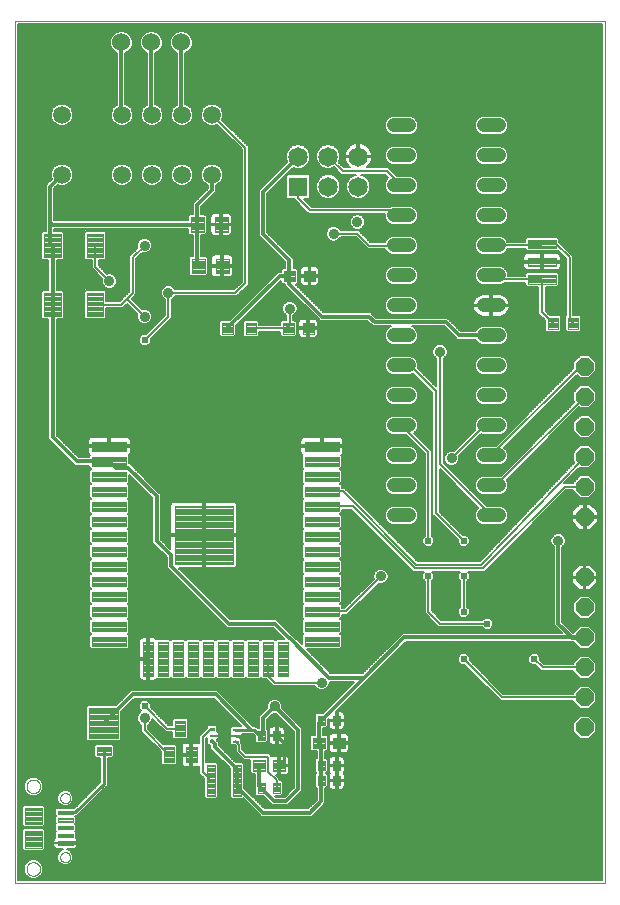
<source format=gtl>
G75*
%MOIN*%
%OFA0B0*%
%FSLAX25Y25*%
%IPPOS*%
%LPD*%
%AMOC8*
5,1,8,0,0,1.08239X$1,22.5*
%
%ADD10C,0.00000*%
%ADD11C,0.00394*%
%ADD12C,0.00413*%
%ADD13C,0.00400*%
%ADD14C,0.00404*%
%ADD15C,0.00039*%
%ADD16C,0.00400*%
%ADD17C,0.00409*%
%ADD18OC8,0.06000*%
%ADD19C,0.00390*%
%ADD20C,0.06000*%
%ADD21C,0.04800*%
%ADD22C,0.00390*%
%ADD23R,0.06496X0.06496*%
%ADD24C,0.06496*%
%ADD25C,0.05906*%
%ADD26C,0.00378*%
%ADD27C,0.00600*%
%ADD28C,0.03543*%
%ADD29C,0.01000*%
%ADD30C,0.02378*%
%ADD31C,0.01200*%
%ADD32C,0.00787*%
%ADD33C,0.01600*%
%ADD34C,0.00800*%
%ADD35C,0.00500*%
D10*
X0001300Y0001300D02*
X0001300Y0288702D01*
X0198150Y0288702D01*
X0198150Y0001300D01*
X0001300Y0001300D01*
X0005228Y0006117D02*
X0005230Y0006212D01*
X0005236Y0006306D01*
X0005246Y0006401D01*
X0005260Y0006495D01*
X0005277Y0006588D01*
X0005299Y0006680D01*
X0005325Y0006771D01*
X0005354Y0006862D01*
X0005387Y0006950D01*
X0005424Y0007038D01*
X0005464Y0007124D01*
X0005508Y0007208D01*
X0005555Y0007290D01*
X0005606Y0007370D01*
X0005660Y0007448D01*
X0005718Y0007523D01*
X0005778Y0007596D01*
X0005842Y0007667D01*
X0005908Y0007735D01*
X0005977Y0007799D01*
X0006049Y0007861D01*
X0006123Y0007920D01*
X0006200Y0007976D01*
X0006279Y0008029D01*
X0006360Y0008078D01*
X0006443Y0008123D01*
X0006528Y0008166D01*
X0006615Y0008204D01*
X0006703Y0008239D01*
X0006792Y0008270D01*
X0006883Y0008298D01*
X0006975Y0008321D01*
X0007068Y0008341D01*
X0007161Y0008357D01*
X0007255Y0008369D01*
X0007350Y0008377D01*
X0007445Y0008381D01*
X0007539Y0008381D01*
X0007634Y0008377D01*
X0007729Y0008369D01*
X0007823Y0008357D01*
X0007916Y0008341D01*
X0008009Y0008321D01*
X0008101Y0008298D01*
X0008192Y0008270D01*
X0008281Y0008239D01*
X0008369Y0008204D01*
X0008456Y0008166D01*
X0008541Y0008123D01*
X0008624Y0008078D01*
X0008705Y0008029D01*
X0008784Y0007976D01*
X0008861Y0007920D01*
X0008935Y0007861D01*
X0009007Y0007799D01*
X0009076Y0007735D01*
X0009142Y0007667D01*
X0009206Y0007596D01*
X0009266Y0007523D01*
X0009324Y0007448D01*
X0009378Y0007370D01*
X0009429Y0007290D01*
X0009476Y0007208D01*
X0009520Y0007124D01*
X0009560Y0007038D01*
X0009597Y0006950D01*
X0009630Y0006862D01*
X0009659Y0006771D01*
X0009685Y0006680D01*
X0009707Y0006588D01*
X0009724Y0006495D01*
X0009738Y0006401D01*
X0009748Y0006306D01*
X0009754Y0006212D01*
X0009756Y0006117D01*
X0009754Y0006022D01*
X0009748Y0005928D01*
X0009738Y0005833D01*
X0009724Y0005739D01*
X0009707Y0005646D01*
X0009685Y0005554D01*
X0009659Y0005463D01*
X0009630Y0005372D01*
X0009597Y0005284D01*
X0009560Y0005196D01*
X0009520Y0005110D01*
X0009476Y0005026D01*
X0009429Y0004944D01*
X0009378Y0004864D01*
X0009324Y0004786D01*
X0009266Y0004711D01*
X0009206Y0004638D01*
X0009142Y0004567D01*
X0009076Y0004499D01*
X0009007Y0004435D01*
X0008935Y0004373D01*
X0008861Y0004314D01*
X0008784Y0004258D01*
X0008705Y0004205D01*
X0008624Y0004156D01*
X0008541Y0004111D01*
X0008456Y0004068D01*
X0008369Y0004030D01*
X0008281Y0003995D01*
X0008192Y0003964D01*
X0008101Y0003936D01*
X0008009Y0003913D01*
X0007916Y0003893D01*
X0007823Y0003877D01*
X0007729Y0003865D01*
X0007634Y0003857D01*
X0007539Y0003853D01*
X0007445Y0003853D01*
X0007350Y0003857D01*
X0007255Y0003865D01*
X0007161Y0003877D01*
X0007068Y0003893D01*
X0006975Y0003913D01*
X0006883Y0003936D01*
X0006792Y0003964D01*
X0006703Y0003995D01*
X0006615Y0004030D01*
X0006528Y0004068D01*
X0006443Y0004111D01*
X0006360Y0004156D01*
X0006279Y0004205D01*
X0006200Y0004258D01*
X0006123Y0004314D01*
X0006049Y0004373D01*
X0005977Y0004435D01*
X0005908Y0004499D01*
X0005842Y0004567D01*
X0005778Y0004638D01*
X0005718Y0004711D01*
X0005660Y0004786D01*
X0005606Y0004864D01*
X0005555Y0004944D01*
X0005508Y0005026D01*
X0005464Y0005110D01*
X0005424Y0005196D01*
X0005387Y0005284D01*
X0005354Y0005372D01*
X0005325Y0005463D01*
X0005299Y0005554D01*
X0005277Y0005646D01*
X0005260Y0005739D01*
X0005246Y0005833D01*
X0005236Y0005928D01*
X0005230Y0006022D01*
X0005228Y0006117D01*
X0016449Y0010054D02*
X0016451Y0010135D01*
X0016457Y0010217D01*
X0016467Y0010298D01*
X0016481Y0010378D01*
X0016498Y0010457D01*
X0016520Y0010536D01*
X0016545Y0010613D01*
X0016574Y0010690D01*
X0016607Y0010764D01*
X0016644Y0010837D01*
X0016683Y0010908D01*
X0016727Y0010977D01*
X0016773Y0011044D01*
X0016823Y0011108D01*
X0016876Y0011170D01*
X0016932Y0011230D01*
X0016990Y0011286D01*
X0017052Y0011340D01*
X0017116Y0011391D01*
X0017182Y0011438D01*
X0017250Y0011482D01*
X0017321Y0011523D01*
X0017393Y0011560D01*
X0017468Y0011594D01*
X0017543Y0011624D01*
X0017621Y0011650D01*
X0017699Y0011673D01*
X0017778Y0011691D01*
X0017858Y0011706D01*
X0017939Y0011717D01*
X0018020Y0011724D01*
X0018102Y0011727D01*
X0018183Y0011726D01*
X0018264Y0011721D01*
X0018345Y0011712D01*
X0018426Y0011699D01*
X0018506Y0011682D01*
X0018584Y0011662D01*
X0018662Y0011637D01*
X0018739Y0011609D01*
X0018814Y0011577D01*
X0018887Y0011542D01*
X0018958Y0011503D01*
X0019028Y0011460D01*
X0019095Y0011415D01*
X0019161Y0011366D01*
X0019223Y0011314D01*
X0019283Y0011258D01*
X0019340Y0011200D01*
X0019395Y0011140D01*
X0019446Y0011076D01*
X0019494Y0011011D01*
X0019539Y0010943D01*
X0019581Y0010873D01*
X0019619Y0010801D01*
X0019654Y0010727D01*
X0019685Y0010652D01*
X0019712Y0010575D01*
X0019735Y0010497D01*
X0019755Y0010418D01*
X0019771Y0010338D01*
X0019783Y0010257D01*
X0019791Y0010176D01*
X0019795Y0010095D01*
X0019795Y0010013D01*
X0019791Y0009932D01*
X0019783Y0009851D01*
X0019771Y0009770D01*
X0019755Y0009690D01*
X0019735Y0009611D01*
X0019712Y0009533D01*
X0019685Y0009456D01*
X0019654Y0009381D01*
X0019619Y0009307D01*
X0019581Y0009235D01*
X0019539Y0009165D01*
X0019494Y0009097D01*
X0019446Y0009032D01*
X0019395Y0008968D01*
X0019340Y0008908D01*
X0019283Y0008850D01*
X0019223Y0008794D01*
X0019161Y0008742D01*
X0019095Y0008693D01*
X0019028Y0008648D01*
X0018959Y0008605D01*
X0018887Y0008566D01*
X0018814Y0008531D01*
X0018739Y0008499D01*
X0018662Y0008471D01*
X0018584Y0008446D01*
X0018506Y0008426D01*
X0018426Y0008409D01*
X0018345Y0008396D01*
X0018264Y0008387D01*
X0018183Y0008382D01*
X0018102Y0008381D01*
X0018020Y0008384D01*
X0017939Y0008391D01*
X0017858Y0008402D01*
X0017778Y0008417D01*
X0017699Y0008435D01*
X0017621Y0008458D01*
X0017543Y0008484D01*
X0017468Y0008514D01*
X0017393Y0008548D01*
X0017321Y0008585D01*
X0017250Y0008626D01*
X0017182Y0008670D01*
X0017116Y0008717D01*
X0017052Y0008768D01*
X0016990Y0008822D01*
X0016932Y0008878D01*
X0016876Y0008938D01*
X0016823Y0009000D01*
X0016773Y0009064D01*
X0016727Y0009131D01*
X0016683Y0009200D01*
X0016644Y0009271D01*
X0016607Y0009344D01*
X0016574Y0009418D01*
X0016545Y0009495D01*
X0016520Y0009572D01*
X0016498Y0009651D01*
X0016481Y0009730D01*
X0016467Y0009810D01*
X0016457Y0009891D01*
X0016451Y0009973D01*
X0016449Y0010054D01*
X0016449Y0029739D02*
X0016451Y0029820D01*
X0016457Y0029902D01*
X0016467Y0029983D01*
X0016481Y0030063D01*
X0016498Y0030142D01*
X0016520Y0030221D01*
X0016545Y0030298D01*
X0016574Y0030375D01*
X0016607Y0030449D01*
X0016644Y0030522D01*
X0016683Y0030593D01*
X0016727Y0030662D01*
X0016773Y0030729D01*
X0016823Y0030793D01*
X0016876Y0030855D01*
X0016932Y0030915D01*
X0016990Y0030971D01*
X0017052Y0031025D01*
X0017116Y0031076D01*
X0017182Y0031123D01*
X0017250Y0031167D01*
X0017321Y0031208D01*
X0017393Y0031245D01*
X0017468Y0031279D01*
X0017543Y0031309D01*
X0017621Y0031335D01*
X0017699Y0031358D01*
X0017778Y0031376D01*
X0017858Y0031391D01*
X0017939Y0031402D01*
X0018020Y0031409D01*
X0018102Y0031412D01*
X0018183Y0031411D01*
X0018264Y0031406D01*
X0018345Y0031397D01*
X0018426Y0031384D01*
X0018506Y0031367D01*
X0018584Y0031347D01*
X0018662Y0031322D01*
X0018739Y0031294D01*
X0018814Y0031262D01*
X0018887Y0031227D01*
X0018958Y0031188D01*
X0019028Y0031145D01*
X0019095Y0031100D01*
X0019161Y0031051D01*
X0019223Y0030999D01*
X0019283Y0030943D01*
X0019340Y0030885D01*
X0019395Y0030825D01*
X0019446Y0030761D01*
X0019494Y0030696D01*
X0019539Y0030628D01*
X0019581Y0030558D01*
X0019619Y0030486D01*
X0019654Y0030412D01*
X0019685Y0030337D01*
X0019712Y0030260D01*
X0019735Y0030182D01*
X0019755Y0030103D01*
X0019771Y0030023D01*
X0019783Y0029942D01*
X0019791Y0029861D01*
X0019795Y0029780D01*
X0019795Y0029698D01*
X0019791Y0029617D01*
X0019783Y0029536D01*
X0019771Y0029455D01*
X0019755Y0029375D01*
X0019735Y0029296D01*
X0019712Y0029218D01*
X0019685Y0029141D01*
X0019654Y0029066D01*
X0019619Y0028992D01*
X0019581Y0028920D01*
X0019539Y0028850D01*
X0019494Y0028782D01*
X0019446Y0028717D01*
X0019395Y0028653D01*
X0019340Y0028593D01*
X0019283Y0028535D01*
X0019223Y0028479D01*
X0019161Y0028427D01*
X0019095Y0028378D01*
X0019028Y0028333D01*
X0018959Y0028290D01*
X0018887Y0028251D01*
X0018814Y0028216D01*
X0018739Y0028184D01*
X0018662Y0028156D01*
X0018584Y0028131D01*
X0018506Y0028111D01*
X0018426Y0028094D01*
X0018345Y0028081D01*
X0018264Y0028072D01*
X0018183Y0028067D01*
X0018102Y0028066D01*
X0018020Y0028069D01*
X0017939Y0028076D01*
X0017858Y0028087D01*
X0017778Y0028102D01*
X0017699Y0028120D01*
X0017621Y0028143D01*
X0017543Y0028169D01*
X0017468Y0028199D01*
X0017393Y0028233D01*
X0017321Y0028270D01*
X0017250Y0028311D01*
X0017182Y0028355D01*
X0017116Y0028402D01*
X0017052Y0028453D01*
X0016990Y0028507D01*
X0016932Y0028563D01*
X0016876Y0028623D01*
X0016823Y0028685D01*
X0016773Y0028749D01*
X0016727Y0028816D01*
X0016683Y0028885D01*
X0016644Y0028956D01*
X0016607Y0029029D01*
X0016574Y0029103D01*
X0016545Y0029180D01*
X0016520Y0029257D01*
X0016498Y0029336D01*
X0016481Y0029415D01*
X0016467Y0029495D01*
X0016457Y0029576D01*
X0016451Y0029658D01*
X0016449Y0029739D01*
X0005228Y0033676D02*
X0005230Y0033771D01*
X0005236Y0033865D01*
X0005246Y0033960D01*
X0005260Y0034054D01*
X0005277Y0034147D01*
X0005299Y0034239D01*
X0005325Y0034330D01*
X0005354Y0034421D01*
X0005387Y0034509D01*
X0005424Y0034597D01*
X0005464Y0034683D01*
X0005508Y0034767D01*
X0005555Y0034849D01*
X0005606Y0034929D01*
X0005660Y0035007D01*
X0005718Y0035082D01*
X0005778Y0035155D01*
X0005842Y0035226D01*
X0005908Y0035294D01*
X0005977Y0035358D01*
X0006049Y0035420D01*
X0006123Y0035479D01*
X0006200Y0035535D01*
X0006279Y0035588D01*
X0006360Y0035637D01*
X0006443Y0035682D01*
X0006528Y0035725D01*
X0006615Y0035763D01*
X0006703Y0035798D01*
X0006792Y0035829D01*
X0006883Y0035857D01*
X0006975Y0035880D01*
X0007068Y0035900D01*
X0007161Y0035916D01*
X0007255Y0035928D01*
X0007350Y0035936D01*
X0007445Y0035940D01*
X0007539Y0035940D01*
X0007634Y0035936D01*
X0007729Y0035928D01*
X0007823Y0035916D01*
X0007916Y0035900D01*
X0008009Y0035880D01*
X0008101Y0035857D01*
X0008192Y0035829D01*
X0008281Y0035798D01*
X0008369Y0035763D01*
X0008456Y0035725D01*
X0008541Y0035682D01*
X0008624Y0035637D01*
X0008705Y0035588D01*
X0008784Y0035535D01*
X0008861Y0035479D01*
X0008935Y0035420D01*
X0009007Y0035358D01*
X0009076Y0035294D01*
X0009142Y0035226D01*
X0009206Y0035155D01*
X0009266Y0035082D01*
X0009324Y0035007D01*
X0009378Y0034929D01*
X0009429Y0034849D01*
X0009476Y0034767D01*
X0009520Y0034683D01*
X0009560Y0034597D01*
X0009597Y0034509D01*
X0009630Y0034421D01*
X0009659Y0034330D01*
X0009685Y0034239D01*
X0009707Y0034147D01*
X0009724Y0034054D01*
X0009738Y0033960D01*
X0009748Y0033865D01*
X0009754Y0033771D01*
X0009756Y0033676D01*
X0009754Y0033581D01*
X0009748Y0033487D01*
X0009738Y0033392D01*
X0009724Y0033298D01*
X0009707Y0033205D01*
X0009685Y0033113D01*
X0009659Y0033022D01*
X0009630Y0032931D01*
X0009597Y0032843D01*
X0009560Y0032755D01*
X0009520Y0032669D01*
X0009476Y0032585D01*
X0009429Y0032503D01*
X0009378Y0032423D01*
X0009324Y0032345D01*
X0009266Y0032270D01*
X0009206Y0032197D01*
X0009142Y0032126D01*
X0009076Y0032058D01*
X0009007Y0031994D01*
X0008935Y0031932D01*
X0008861Y0031873D01*
X0008784Y0031817D01*
X0008705Y0031764D01*
X0008624Y0031715D01*
X0008541Y0031670D01*
X0008456Y0031627D01*
X0008369Y0031589D01*
X0008281Y0031554D01*
X0008192Y0031523D01*
X0008101Y0031495D01*
X0008009Y0031472D01*
X0007916Y0031452D01*
X0007823Y0031436D01*
X0007729Y0031424D01*
X0007634Y0031416D01*
X0007539Y0031412D01*
X0007445Y0031412D01*
X0007350Y0031416D01*
X0007255Y0031424D01*
X0007161Y0031436D01*
X0007068Y0031452D01*
X0006975Y0031472D01*
X0006883Y0031495D01*
X0006792Y0031523D01*
X0006703Y0031554D01*
X0006615Y0031589D01*
X0006528Y0031627D01*
X0006443Y0031670D01*
X0006360Y0031715D01*
X0006279Y0031764D01*
X0006200Y0031817D01*
X0006123Y0031873D01*
X0006049Y0031932D01*
X0005977Y0031994D01*
X0005908Y0032058D01*
X0005842Y0032126D01*
X0005778Y0032197D01*
X0005718Y0032270D01*
X0005660Y0032345D01*
X0005606Y0032423D01*
X0005555Y0032503D01*
X0005508Y0032585D01*
X0005464Y0032669D01*
X0005424Y0032755D01*
X0005387Y0032843D01*
X0005354Y0032931D01*
X0005325Y0033022D01*
X0005299Y0033113D01*
X0005277Y0033205D01*
X0005260Y0033298D01*
X0005246Y0033392D01*
X0005236Y0033487D01*
X0005230Y0033581D01*
X0005228Y0033676D01*
D11*
X0015662Y0025605D02*
X0015662Y0024425D01*
X0015662Y0025605D02*
X0020582Y0025605D01*
X0020582Y0024425D01*
X0015662Y0024425D01*
X0015662Y0024818D02*
X0020582Y0024818D01*
X0020582Y0025211D02*
X0015662Y0025211D01*
X0015662Y0025604D02*
X0020582Y0025604D01*
X0015662Y0023046D02*
X0015662Y0021866D01*
X0015662Y0023046D02*
X0020582Y0023046D01*
X0020582Y0021866D01*
X0015662Y0021866D01*
X0015662Y0022259D02*
X0020582Y0022259D01*
X0020582Y0022652D02*
X0015662Y0022652D01*
X0015662Y0023045D02*
X0020582Y0023045D01*
X0015662Y0020487D02*
X0015662Y0019307D01*
X0015662Y0020487D02*
X0020582Y0020487D01*
X0020582Y0019307D01*
X0015662Y0019307D01*
X0015662Y0019700D02*
X0020582Y0019700D01*
X0020582Y0020093D02*
X0015662Y0020093D01*
X0015662Y0020486D02*
X0020582Y0020486D01*
X0015662Y0017928D02*
X0015662Y0016748D01*
X0015662Y0017928D02*
X0020582Y0017928D01*
X0020582Y0016748D01*
X0015662Y0016748D01*
X0015662Y0017141D02*
X0020582Y0017141D01*
X0020582Y0017534D02*
X0015662Y0017534D01*
X0015662Y0017927D02*
X0020582Y0017927D01*
X0015662Y0015369D02*
X0015662Y0014189D01*
X0015662Y0015369D02*
X0020582Y0015369D01*
X0020582Y0014189D01*
X0015662Y0014189D01*
X0015662Y0014582D02*
X0020582Y0014582D01*
X0020582Y0014975D02*
X0015662Y0014975D01*
X0015662Y0015368D02*
X0020582Y0015368D01*
X0050907Y0041654D02*
X0054449Y0041654D01*
X0050907Y0041654D02*
X0050907Y0046772D01*
X0054449Y0046772D01*
X0054449Y0041654D01*
X0054449Y0042047D02*
X0050907Y0042047D01*
X0050907Y0042440D02*
X0054449Y0042440D01*
X0054449Y0042833D02*
X0050907Y0042833D01*
X0050907Y0043226D02*
X0054449Y0043226D01*
X0054449Y0043619D02*
X0050907Y0043619D01*
X0050907Y0044012D02*
X0054449Y0044012D01*
X0054449Y0044405D02*
X0050907Y0044405D01*
X0050907Y0044798D02*
X0054449Y0044798D01*
X0054449Y0045191D02*
X0050907Y0045191D01*
X0050907Y0045584D02*
X0054449Y0045584D01*
X0054449Y0045977D02*
X0050907Y0045977D01*
X0050907Y0046370D02*
X0054449Y0046370D01*
X0054449Y0046763D02*
X0050907Y0046763D01*
X0054647Y0050316D02*
X0058189Y0050316D01*
X0054647Y0050316D02*
X0054647Y0055434D01*
X0058189Y0055434D01*
X0058189Y0050316D01*
X0058189Y0050709D02*
X0054647Y0050709D01*
X0054647Y0051102D02*
X0058189Y0051102D01*
X0058189Y0051495D02*
X0054647Y0051495D01*
X0054647Y0051888D02*
X0058189Y0051888D01*
X0058189Y0052281D02*
X0054647Y0052281D01*
X0054647Y0052674D02*
X0058189Y0052674D01*
X0058189Y0053067D02*
X0054647Y0053067D01*
X0054647Y0053460D02*
X0058189Y0053460D01*
X0058189Y0053853D02*
X0054647Y0053853D01*
X0054647Y0054246D02*
X0058189Y0054246D01*
X0058189Y0054639D02*
X0054647Y0054639D01*
X0054647Y0055032D02*
X0058189Y0055032D01*
X0058189Y0055425D02*
X0054647Y0055425D01*
X0058387Y0041654D02*
X0061929Y0041654D01*
X0058387Y0041654D02*
X0058387Y0046772D01*
X0061929Y0046772D01*
X0061929Y0041654D01*
X0061929Y0042047D02*
X0058387Y0042047D01*
X0058387Y0042440D02*
X0061929Y0042440D01*
X0061929Y0042833D02*
X0058387Y0042833D01*
X0058387Y0043226D02*
X0061929Y0043226D01*
X0061929Y0043619D02*
X0058387Y0043619D01*
X0058387Y0044012D02*
X0061929Y0044012D01*
X0061929Y0044405D02*
X0058387Y0044405D01*
X0058387Y0044798D02*
X0061929Y0044798D01*
X0061929Y0045191D02*
X0058387Y0045191D01*
X0058387Y0045584D02*
X0061929Y0045584D01*
X0061929Y0045977D02*
X0058387Y0045977D01*
X0058387Y0046370D02*
X0061929Y0046370D01*
X0061929Y0046763D02*
X0058387Y0046763D01*
X0080708Y0038833D02*
X0084644Y0038833D01*
X0080708Y0038833D02*
X0080708Y0042375D01*
X0084644Y0042375D01*
X0084644Y0038833D01*
X0084644Y0039226D02*
X0080708Y0039226D01*
X0080708Y0039619D02*
X0084644Y0039619D01*
X0084644Y0040012D02*
X0080708Y0040012D01*
X0080708Y0040405D02*
X0084644Y0040405D01*
X0084644Y0040798D02*
X0080708Y0040798D01*
X0080708Y0041191D02*
X0084644Y0041191D01*
X0084644Y0041584D02*
X0080708Y0041584D01*
X0080708Y0041977D02*
X0084644Y0041977D01*
X0084644Y0042370D02*
X0080708Y0042370D01*
X0087401Y0038833D02*
X0091337Y0038833D01*
X0087401Y0038833D02*
X0087401Y0042375D01*
X0091337Y0042375D01*
X0091337Y0038833D01*
X0091337Y0039226D02*
X0087401Y0039226D01*
X0087401Y0039619D02*
X0091337Y0039619D01*
X0091337Y0040012D02*
X0087401Y0040012D01*
X0087401Y0040405D02*
X0091337Y0040405D01*
X0091337Y0040798D02*
X0087401Y0040798D01*
X0087401Y0041191D02*
X0091337Y0041191D01*
X0091337Y0041584D02*
X0087401Y0041584D01*
X0087401Y0041977D02*
X0091337Y0041977D01*
X0091337Y0042370D02*
X0087401Y0042370D01*
X0100708Y0046333D02*
X0104644Y0046333D01*
X0100708Y0046333D02*
X0100708Y0049875D01*
X0104644Y0049875D01*
X0104644Y0046333D01*
X0104644Y0046726D02*
X0100708Y0046726D01*
X0100708Y0047119D02*
X0104644Y0047119D01*
X0104644Y0047512D02*
X0100708Y0047512D01*
X0100708Y0047905D02*
X0104644Y0047905D01*
X0104644Y0048298D02*
X0100708Y0048298D01*
X0100708Y0048691D02*
X0104644Y0048691D01*
X0104644Y0049084D02*
X0100708Y0049084D01*
X0100708Y0049477D02*
X0104644Y0049477D01*
X0104644Y0049870D02*
X0100708Y0049870D01*
X0107401Y0046333D02*
X0111337Y0046333D01*
X0107401Y0046333D02*
X0107401Y0049875D01*
X0111337Y0049875D01*
X0111337Y0046333D01*
X0111337Y0046726D02*
X0107401Y0046726D01*
X0107401Y0047119D02*
X0111337Y0047119D01*
X0111337Y0047512D02*
X0107401Y0047512D01*
X0107401Y0047905D02*
X0111337Y0047905D01*
X0111337Y0048298D02*
X0107401Y0048298D01*
X0107401Y0048691D02*
X0111337Y0048691D01*
X0111337Y0049084D02*
X0107401Y0049084D01*
X0107401Y0049477D02*
X0111337Y0049477D01*
X0111337Y0049870D02*
X0107401Y0049870D01*
X0073937Y0107797D02*
X0054647Y0107797D01*
X0054647Y0127087D01*
X0073937Y0127087D01*
X0073937Y0107797D01*
X0073937Y0108190D02*
X0054647Y0108190D01*
X0054647Y0108583D02*
X0073937Y0108583D01*
X0073937Y0108976D02*
X0054647Y0108976D01*
X0054647Y0109369D02*
X0073937Y0109369D01*
X0073937Y0109762D02*
X0054647Y0109762D01*
X0054647Y0110155D02*
X0073937Y0110155D01*
X0073937Y0110548D02*
X0054647Y0110548D01*
X0054647Y0110941D02*
X0073937Y0110941D01*
X0073937Y0111334D02*
X0054647Y0111334D01*
X0054647Y0111727D02*
X0073937Y0111727D01*
X0073937Y0112120D02*
X0054647Y0112120D01*
X0054647Y0112513D02*
X0073937Y0112513D01*
X0073937Y0112906D02*
X0054647Y0112906D01*
X0054647Y0113299D02*
X0073937Y0113299D01*
X0073937Y0113692D02*
X0054647Y0113692D01*
X0054647Y0114085D02*
X0073937Y0114085D01*
X0073937Y0114478D02*
X0054647Y0114478D01*
X0054647Y0114871D02*
X0073937Y0114871D01*
X0073937Y0115264D02*
X0054647Y0115264D01*
X0054647Y0115657D02*
X0073937Y0115657D01*
X0073937Y0116050D02*
X0054647Y0116050D01*
X0054647Y0116443D02*
X0073937Y0116443D01*
X0073937Y0116836D02*
X0054647Y0116836D01*
X0054647Y0117229D02*
X0073937Y0117229D01*
X0073937Y0117622D02*
X0054647Y0117622D01*
X0054647Y0118015D02*
X0073937Y0118015D01*
X0073937Y0118408D02*
X0054647Y0118408D01*
X0054647Y0118801D02*
X0073937Y0118801D01*
X0073937Y0119194D02*
X0054647Y0119194D01*
X0054647Y0119587D02*
X0073937Y0119587D01*
X0073937Y0119980D02*
X0054647Y0119980D01*
X0054647Y0120373D02*
X0073937Y0120373D01*
X0073937Y0120766D02*
X0054647Y0120766D01*
X0054647Y0121159D02*
X0073937Y0121159D01*
X0073937Y0121552D02*
X0054647Y0121552D01*
X0054647Y0121945D02*
X0073937Y0121945D01*
X0073937Y0122338D02*
X0054647Y0122338D01*
X0054647Y0122731D02*
X0073937Y0122731D01*
X0073937Y0123124D02*
X0054647Y0123124D01*
X0054647Y0123517D02*
X0073937Y0123517D01*
X0073937Y0123910D02*
X0054647Y0123910D01*
X0054647Y0124303D02*
X0073937Y0124303D01*
X0073937Y0124696D02*
X0054647Y0124696D01*
X0054647Y0125089D02*
X0073937Y0125089D01*
X0073937Y0125482D02*
X0054647Y0125482D01*
X0054647Y0125875D02*
X0073937Y0125875D01*
X0073937Y0126268D02*
X0054647Y0126268D01*
X0054647Y0126661D02*
X0073937Y0126661D01*
X0073937Y0127054D02*
X0054647Y0127054D01*
X0070395Y0184568D02*
X0073937Y0184568D01*
X0070395Y0184568D02*
X0070395Y0188110D01*
X0073937Y0188110D01*
X0073937Y0184568D01*
X0073937Y0184961D02*
X0070395Y0184961D01*
X0070395Y0185354D02*
X0073937Y0185354D01*
X0073937Y0185747D02*
X0070395Y0185747D01*
X0070395Y0186140D02*
X0073937Y0186140D01*
X0073937Y0186533D02*
X0070395Y0186533D01*
X0070395Y0186926D02*
X0073937Y0186926D01*
X0073937Y0187319D02*
X0070395Y0187319D01*
X0070395Y0187712D02*
X0073937Y0187712D01*
X0073937Y0188105D02*
X0070395Y0188105D01*
X0078269Y0184568D02*
X0081811Y0184568D01*
X0078269Y0184568D02*
X0078269Y0188110D01*
X0081811Y0188110D01*
X0081811Y0184568D01*
X0081811Y0184961D02*
X0078269Y0184961D01*
X0078269Y0185354D02*
X0081811Y0185354D01*
X0081811Y0185747D02*
X0078269Y0185747D01*
X0078269Y0186140D02*
X0081811Y0186140D01*
X0081811Y0186533D02*
X0078269Y0186533D01*
X0078269Y0186926D02*
X0081811Y0186926D01*
X0081811Y0187319D02*
X0078269Y0187319D01*
X0078269Y0187712D02*
X0081811Y0187712D01*
X0081811Y0188105D02*
X0078269Y0188105D01*
X0090671Y0184568D02*
X0094213Y0184568D01*
X0090671Y0184568D02*
X0090671Y0188110D01*
X0094213Y0188110D01*
X0094213Y0184568D01*
X0094213Y0184961D02*
X0090671Y0184961D01*
X0090671Y0185354D02*
X0094213Y0185354D01*
X0094213Y0185747D02*
X0090671Y0185747D01*
X0090671Y0186140D02*
X0094213Y0186140D01*
X0094213Y0186533D02*
X0090671Y0186533D01*
X0090671Y0186926D02*
X0094213Y0186926D01*
X0094213Y0187319D02*
X0090671Y0187319D01*
X0090671Y0187712D02*
X0094213Y0187712D01*
X0094213Y0188105D02*
X0090671Y0188105D01*
X0097364Y0184568D02*
X0100906Y0184568D01*
X0097364Y0184568D02*
X0097364Y0188110D01*
X0100906Y0188110D01*
X0100906Y0184568D01*
X0100906Y0184961D02*
X0097364Y0184961D01*
X0097364Y0185354D02*
X0100906Y0185354D01*
X0100906Y0185747D02*
X0097364Y0185747D01*
X0097364Y0186140D02*
X0100906Y0186140D01*
X0100906Y0186533D02*
X0097364Y0186533D01*
X0097364Y0186926D02*
X0100906Y0186926D01*
X0100906Y0187319D02*
X0097364Y0187319D01*
X0097364Y0187712D02*
X0100906Y0187712D01*
X0100906Y0188105D02*
X0097364Y0188105D01*
X0097764Y0202016D02*
X0101306Y0202016D01*
X0097764Y0202016D02*
X0097764Y0205558D01*
X0101306Y0205558D01*
X0101306Y0202016D01*
X0101306Y0202409D02*
X0097764Y0202409D01*
X0097764Y0202802D02*
X0101306Y0202802D01*
X0101306Y0203195D02*
X0097764Y0203195D01*
X0097764Y0203588D02*
X0101306Y0203588D01*
X0101306Y0203981D02*
X0097764Y0203981D01*
X0097764Y0204374D02*
X0101306Y0204374D01*
X0101306Y0204767D02*
X0097764Y0204767D01*
X0097764Y0205160D02*
X0101306Y0205160D01*
X0101306Y0205553D02*
X0097764Y0205553D01*
X0094613Y0202016D02*
X0091071Y0202016D01*
X0091071Y0205558D01*
X0094613Y0205558D01*
X0094613Y0202016D01*
X0094613Y0202409D02*
X0091071Y0202409D01*
X0091071Y0202802D02*
X0094613Y0202802D01*
X0094613Y0203195D02*
X0091071Y0203195D01*
X0091071Y0203588D02*
X0094613Y0203588D01*
X0094613Y0203981D02*
X0091071Y0203981D01*
X0091071Y0204374D02*
X0094613Y0204374D01*
X0094613Y0204767D02*
X0091071Y0204767D01*
X0091071Y0205160D02*
X0094613Y0205160D01*
X0094613Y0205553D02*
X0091071Y0205553D01*
X0178933Y0189811D02*
X0182475Y0189811D01*
X0182475Y0186269D01*
X0178933Y0186269D01*
X0178933Y0189811D01*
X0178933Y0186662D02*
X0182475Y0186662D01*
X0182475Y0187055D02*
X0178933Y0187055D01*
X0178933Y0187448D02*
X0182475Y0187448D01*
X0182475Y0187841D02*
X0178933Y0187841D01*
X0178933Y0188234D02*
X0182475Y0188234D01*
X0182475Y0188627D02*
X0178933Y0188627D01*
X0178933Y0189020D02*
X0182475Y0189020D01*
X0182475Y0189413D02*
X0178933Y0189413D01*
X0178933Y0189806D02*
X0182475Y0189806D01*
X0185626Y0189811D02*
X0189168Y0189811D01*
X0189168Y0186269D01*
X0185626Y0186269D01*
X0185626Y0189811D01*
X0185626Y0186662D02*
X0189168Y0186662D01*
X0189168Y0187055D02*
X0185626Y0187055D01*
X0185626Y0187448D02*
X0189168Y0187448D01*
X0189168Y0187841D02*
X0185626Y0187841D01*
X0185626Y0188234D02*
X0189168Y0188234D01*
X0189168Y0188627D02*
X0185626Y0188627D01*
X0185626Y0189020D02*
X0189168Y0189020D01*
X0189168Y0189413D02*
X0185626Y0189413D01*
X0185626Y0189806D02*
X0189168Y0189806D01*
D12*
X0109753Y0054039D02*
X0107409Y0054039D01*
X0107409Y0057169D01*
X0109753Y0057169D01*
X0109753Y0054039D01*
X0109753Y0054451D02*
X0107409Y0054451D01*
X0107409Y0054863D02*
X0109753Y0054863D01*
X0109753Y0055275D02*
X0107409Y0055275D01*
X0107409Y0055687D02*
X0109753Y0055687D01*
X0109753Y0056099D02*
X0107409Y0056099D01*
X0107409Y0056511D02*
X0109753Y0056511D01*
X0109753Y0056923D02*
X0107409Y0056923D01*
X0104635Y0054039D02*
X0102291Y0054039D01*
X0102291Y0057169D01*
X0104635Y0057169D01*
X0104635Y0054039D01*
X0104635Y0054451D02*
X0102291Y0054451D01*
X0102291Y0054863D02*
X0104635Y0054863D01*
X0104635Y0055275D02*
X0102291Y0055275D01*
X0102291Y0055687D02*
X0104635Y0055687D01*
X0104635Y0056099D02*
X0102291Y0056099D01*
X0102291Y0056511D02*
X0104635Y0056511D01*
X0104635Y0056923D02*
X0102291Y0056923D01*
X0102291Y0039039D02*
X0104635Y0039039D01*
X0102291Y0039039D02*
X0102291Y0042169D01*
X0104635Y0042169D01*
X0104635Y0039039D01*
X0104635Y0039451D02*
X0102291Y0039451D01*
X0102291Y0039863D02*
X0104635Y0039863D01*
X0104635Y0040275D02*
X0102291Y0040275D01*
X0102291Y0040687D02*
X0104635Y0040687D01*
X0104635Y0041099D02*
X0102291Y0041099D01*
X0102291Y0041511D02*
X0104635Y0041511D01*
X0104635Y0041923D02*
X0102291Y0041923D01*
X0102291Y0034039D02*
X0104635Y0034039D01*
X0102291Y0034039D02*
X0102291Y0037169D01*
X0104635Y0037169D01*
X0104635Y0034039D01*
X0104635Y0034451D02*
X0102291Y0034451D01*
X0102291Y0034863D02*
X0104635Y0034863D01*
X0104635Y0035275D02*
X0102291Y0035275D01*
X0102291Y0035687D02*
X0104635Y0035687D01*
X0104635Y0036099D02*
X0102291Y0036099D01*
X0102291Y0036511D02*
X0104635Y0036511D01*
X0104635Y0036923D02*
X0102291Y0036923D01*
X0107409Y0034039D02*
X0109753Y0034039D01*
X0107409Y0034039D02*
X0107409Y0037169D01*
X0109753Y0037169D01*
X0109753Y0034039D01*
X0109753Y0034451D02*
X0107409Y0034451D01*
X0107409Y0034863D02*
X0109753Y0034863D01*
X0109753Y0035275D02*
X0107409Y0035275D01*
X0107409Y0035687D02*
X0109753Y0035687D01*
X0109753Y0036099D02*
X0107409Y0036099D01*
X0107409Y0036511D02*
X0109753Y0036511D01*
X0109753Y0036923D02*
X0107409Y0036923D01*
X0107409Y0039039D02*
X0109753Y0039039D01*
X0107409Y0039039D02*
X0107409Y0042169D01*
X0109753Y0042169D01*
X0109753Y0039039D01*
X0109753Y0039451D02*
X0107409Y0039451D01*
X0107409Y0039863D02*
X0109753Y0039863D01*
X0109753Y0040275D02*
X0107409Y0040275D01*
X0107409Y0040687D02*
X0109753Y0040687D01*
X0109753Y0041099D02*
X0107409Y0041099D01*
X0107409Y0041511D02*
X0109753Y0041511D01*
X0109753Y0041923D02*
X0107409Y0041923D01*
X0089753Y0049039D02*
X0087409Y0049039D01*
X0087409Y0052169D01*
X0089753Y0052169D01*
X0089753Y0049039D01*
X0089753Y0049451D02*
X0087409Y0049451D01*
X0087409Y0049863D02*
X0089753Y0049863D01*
X0089753Y0050275D02*
X0087409Y0050275D01*
X0087409Y0050687D02*
X0089753Y0050687D01*
X0089753Y0051099D02*
X0087409Y0051099D01*
X0087409Y0051511D02*
X0089753Y0051511D01*
X0089753Y0051923D02*
X0087409Y0051923D01*
X0084635Y0049039D02*
X0082291Y0049039D01*
X0082291Y0052169D01*
X0084635Y0052169D01*
X0084635Y0049039D01*
X0084635Y0049451D02*
X0082291Y0049451D01*
X0082291Y0049863D02*
X0084635Y0049863D01*
X0084635Y0050275D02*
X0082291Y0050275D01*
X0082291Y0050687D02*
X0084635Y0050687D01*
X0084635Y0051099D02*
X0082291Y0051099D01*
X0082291Y0051511D02*
X0084635Y0051511D01*
X0084635Y0051923D02*
X0082291Y0051923D01*
X0082291Y0031539D02*
X0084635Y0031539D01*
X0082291Y0031539D02*
X0082291Y0034669D01*
X0084635Y0034669D01*
X0084635Y0031539D01*
X0084635Y0031951D02*
X0082291Y0031951D01*
X0082291Y0032363D02*
X0084635Y0032363D01*
X0084635Y0032775D02*
X0082291Y0032775D01*
X0082291Y0033187D02*
X0084635Y0033187D01*
X0084635Y0033599D02*
X0082291Y0033599D01*
X0082291Y0034011D02*
X0084635Y0034011D01*
X0084635Y0034423D02*
X0082291Y0034423D01*
X0087409Y0031539D02*
X0089753Y0031539D01*
X0087409Y0031539D02*
X0087409Y0034669D01*
X0089753Y0034669D01*
X0089753Y0031539D01*
X0089753Y0031951D02*
X0087409Y0031951D01*
X0087409Y0032363D02*
X0089753Y0032363D01*
X0089753Y0032775D02*
X0087409Y0032775D01*
X0087409Y0033187D02*
X0089753Y0033187D01*
X0089753Y0033599D02*
X0087409Y0033599D01*
X0087409Y0034011D02*
X0089753Y0034011D01*
X0089753Y0034423D02*
X0087409Y0034423D01*
X0004647Y0026581D02*
X0004647Y0021087D01*
X0004647Y0026581D02*
X0010337Y0026581D01*
X0010337Y0021087D01*
X0004647Y0021087D01*
X0004647Y0021499D02*
X0010337Y0021499D01*
X0010337Y0021911D02*
X0004647Y0021911D01*
X0004647Y0022323D02*
X0010337Y0022323D01*
X0010337Y0022735D02*
X0004647Y0022735D01*
X0004647Y0023147D02*
X0010337Y0023147D01*
X0010337Y0023559D02*
X0004647Y0023559D01*
X0004647Y0023971D02*
X0010337Y0023971D01*
X0010337Y0024383D02*
X0004647Y0024383D01*
X0004647Y0024795D02*
X0010337Y0024795D01*
X0010337Y0025207D02*
X0004647Y0025207D01*
X0004647Y0025619D02*
X0010337Y0025619D01*
X0010337Y0026031D02*
X0004647Y0026031D01*
X0004647Y0026443D02*
X0010337Y0026443D01*
X0004647Y0018707D02*
X0004647Y0013213D01*
X0004647Y0018707D02*
X0010337Y0018707D01*
X0010337Y0013213D01*
X0004647Y0013213D01*
X0004647Y0013625D02*
X0010337Y0013625D01*
X0010337Y0014037D02*
X0004647Y0014037D01*
X0004647Y0014449D02*
X0010337Y0014449D01*
X0010337Y0014861D02*
X0004647Y0014861D01*
X0004647Y0015273D02*
X0010337Y0015273D01*
X0010337Y0015685D02*
X0004647Y0015685D01*
X0004647Y0016097D02*
X0010337Y0016097D01*
X0010337Y0016509D02*
X0004647Y0016509D01*
X0004647Y0016921D02*
X0010337Y0016921D01*
X0010337Y0017333D02*
X0004647Y0017333D01*
X0004647Y0017745D02*
X0010337Y0017745D01*
X0010337Y0018157D02*
X0004647Y0018157D01*
X0004647Y0018569D02*
X0010337Y0018569D01*
X0011151Y0198141D02*
X0016645Y0198141D01*
X0016645Y0190285D01*
X0011151Y0190285D01*
X0011151Y0198141D01*
X0011151Y0190697D02*
X0016645Y0190697D01*
X0016645Y0191109D02*
X0011151Y0191109D01*
X0011151Y0191521D02*
X0016645Y0191521D01*
X0016645Y0191933D02*
X0011151Y0191933D01*
X0011151Y0192345D02*
X0016645Y0192345D01*
X0016645Y0192757D02*
X0011151Y0192757D01*
X0011151Y0193169D02*
X0016645Y0193169D01*
X0016645Y0193581D02*
X0011151Y0193581D01*
X0011151Y0193993D02*
X0016645Y0193993D01*
X0016645Y0194405D02*
X0011151Y0194405D01*
X0011151Y0194817D02*
X0016645Y0194817D01*
X0016645Y0195229D02*
X0011151Y0195229D01*
X0011151Y0195641D02*
X0016645Y0195641D01*
X0016645Y0196053D02*
X0011151Y0196053D01*
X0011151Y0196465D02*
X0016645Y0196465D01*
X0016645Y0196877D02*
X0011151Y0196877D01*
X0011151Y0197289D02*
X0016645Y0197289D01*
X0016645Y0197701D02*
X0011151Y0197701D01*
X0011151Y0198113D02*
X0016645Y0198113D01*
X0016645Y0217826D02*
X0011151Y0217826D01*
X0016645Y0217826D02*
X0016645Y0209970D01*
X0011151Y0209970D01*
X0011151Y0217826D01*
X0011151Y0210382D02*
X0016645Y0210382D01*
X0016645Y0210794D02*
X0011151Y0210794D01*
X0011151Y0211206D02*
X0016645Y0211206D01*
X0016645Y0211618D02*
X0011151Y0211618D01*
X0011151Y0212030D02*
X0016645Y0212030D01*
X0016645Y0212442D02*
X0011151Y0212442D01*
X0011151Y0212854D02*
X0016645Y0212854D01*
X0016645Y0213266D02*
X0011151Y0213266D01*
X0011151Y0213678D02*
X0016645Y0213678D01*
X0016645Y0214090D02*
X0011151Y0214090D01*
X0011151Y0214502D02*
X0016645Y0214502D01*
X0016645Y0214914D02*
X0011151Y0214914D01*
X0011151Y0215326D02*
X0016645Y0215326D01*
X0016645Y0215738D02*
X0011151Y0215738D01*
X0011151Y0216150D02*
X0016645Y0216150D01*
X0016645Y0216562D02*
X0011151Y0216562D01*
X0011151Y0216974D02*
X0016645Y0216974D01*
X0016645Y0217386D02*
X0011151Y0217386D01*
X0011151Y0217798D02*
X0016645Y0217798D01*
X0025325Y0217826D02*
X0030819Y0217826D01*
X0030819Y0209970D01*
X0025325Y0209970D01*
X0025325Y0217826D01*
X0025325Y0210382D02*
X0030819Y0210382D01*
X0030819Y0210794D02*
X0025325Y0210794D01*
X0025325Y0211206D02*
X0030819Y0211206D01*
X0030819Y0211618D02*
X0025325Y0211618D01*
X0025325Y0212030D02*
X0030819Y0212030D01*
X0030819Y0212442D02*
X0025325Y0212442D01*
X0025325Y0212854D02*
X0030819Y0212854D01*
X0030819Y0213266D02*
X0025325Y0213266D01*
X0025325Y0213678D02*
X0030819Y0213678D01*
X0030819Y0214090D02*
X0025325Y0214090D01*
X0025325Y0214502D02*
X0030819Y0214502D01*
X0030819Y0214914D02*
X0025325Y0214914D01*
X0025325Y0215326D02*
X0030819Y0215326D01*
X0030819Y0215738D02*
X0025325Y0215738D01*
X0025325Y0216150D02*
X0030819Y0216150D01*
X0030819Y0216562D02*
X0025325Y0216562D01*
X0025325Y0216974D02*
X0030819Y0216974D01*
X0030819Y0217386D02*
X0025325Y0217386D01*
X0025325Y0217798D02*
X0030819Y0217798D01*
X0030819Y0198141D02*
X0025325Y0198141D01*
X0030819Y0198141D02*
X0030819Y0190285D01*
X0025325Y0190285D01*
X0025325Y0198141D01*
X0025325Y0190697D02*
X0030819Y0190697D01*
X0030819Y0191109D02*
X0025325Y0191109D01*
X0025325Y0191521D02*
X0030819Y0191521D01*
X0030819Y0191933D02*
X0025325Y0191933D01*
X0025325Y0192345D02*
X0030819Y0192345D01*
X0030819Y0192757D02*
X0025325Y0192757D01*
X0025325Y0193169D02*
X0030819Y0193169D01*
X0030819Y0193581D02*
X0025325Y0193581D01*
X0025325Y0193993D02*
X0030819Y0193993D01*
X0030819Y0194405D02*
X0025325Y0194405D01*
X0025325Y0194817D02*
X0030819Y0194817D01*
X0030819Y0195229D02*
X0025325Y0195229D01*
X0025325Y0195641D02*
X0030819Y0195641D01*
X0030819Y0196053D02*
X0025325Y0196053D01*
X0025325Y0196465D02*
X0030819Y0196465D01*
X0030819Y0196877D02*
X0025325Y0196877D01*
X0025325Y0197289D02*
X0030819Y0197289D01*
X0030819Y0197701D02*
X0025325Y0197701D01*
X0025325Y0198113D02*
X0030819Y0198113D01*
D13*
X0067869Y0053258D02*
X0067869Y0052280D01*
X0066497Y0052280D01*
X0066497Y0053258D01*
X0067869Y0053258D01*
X0067869Y0052679D02*
X0066497Y0052679D01*
X0066497Y0053078D02*
X0067869Y0053078D01*
D14*
X0067867Y0050894D02*
X0067867Y0050314D01*
X0066499Y0050314D01*
X0066499Y0050894D01*
X0067867Y0050894D01*
X0067867Y0050717D02*
X0066499Y0050717D01*
X0067867Y0048925D02*
X0067867Y0048345D01*
X0066499Y0048345D01*
X0066499Y0048925D01*
X0067867Y0048925D01*
X0067867Y0048748D02*
X0066499Y0048748D01*
X0075545Y0048925D02*
X0075545Y0048345D01*
X0074177Y0048345D01*
X0074177Y0048925D01*
X0075545Y0048925D01*
X0075545Y0048748D02*
X0074177Y0048748D01*
X0075545Y0050314D02*
X0075545Y0050894D01*
X0075545Y0050314D02*
X0074177Y0050314D01*
X0074177Y0050894D01*
X0075545Y0050894D01*
X0075545Y0050717D02*
X0074177Y0050717D01*
X0075545Y0052282D02*
X0075545Y0052862D01*
X0075545Y0052282D02*
X0074177Y0052282D01*
X0074177Y0052862D01*
X0075545Y0052862D01*
X0075545Y0052685D02*
X0074177Y0052685D01*
D15*
X0072991Y0052701D02*
X0069054Y0052701D01*
X0069054Y0052663D02*
X0072991Y0052663D01*
X0072991Y0052625D02*
X0069054Y0052625D01*
X0069054Y0052587D02*
X0072991Y0052587D01*
X0072991Y0052550D02*
X0069054Y0052550D01*
X0069054Y0052512D02*
X0072991Y0052512D01*
X0072991Y0052474D02*
X0069054Y0052474D01*
X0069054Y0052436D02*
X0072991Y0052436D01*
X0072991Y0052398D02*
X0069054Y0052398D01*
X0069054Y0052360D02*
X0072991Y0052360D01*
X0072991Y0052322D02*
X0069054Y0052322D01*
X0069054Y0052284D02*
X0072991Y0052284D01*
X0072991Y0052246D02*
X0069054Y0052246D01*
X0069054Y0052209D02*
X0072991Y0052209D01*
X0072991Y0052171D02*
X0069054Y0052171D01*
X0069054Y0052133D02*
X0072991Y0052133D01*
X0072991Y0052095D02*
X0069054Y0052095D01*
X0069054Y0052057D02*
X0072991Y0052057D01*
X0072991Y0052019D02*
X0069054Y0052019D01*
X0069054Y0051981D02*
X0072991Y0051981D01*
X0072991Y0051943D02*
X0069054Y0051943D01*
X0069054Y0051906D02*
X0072991Y0051906D01*
X0072991Y0051868D02*
X0069054Y0051868D01*
X0069054Y0051830D02*
X0072991Y0051830D01*
X0072991Y0051792D02*
X0069054Y0051792D01*
X0069054Y0051754D02*
X0072991Y0051754D01*
X0072991Y0051716D02*
X0069054Y0051716D01*
X0069054Y0051678D02*
X0072991Y0051678D01*
X0072991Y0051640D02*
X0069054Y0051640D01*
X0069054Y0051602D02*
X0072991Y0051602D01*
X0072991Y0051565D02*
X0069054Y0051565D01*
X0069054Y0051527D02*
X0072991Y0051527D01*
X0072991Y0051489D02*
X0069054Y0051489D01*
X0069054Y0051451D02*
X0072991Y0051451D01*
X0072991Y0051413D02*
X0069054Y0051413D01*
X0069054Y0051375D02*
X0072991Y0051375D01*
X0072991Y0051337D02*
X0069054Y0051337D01*
X0069054Y0051299D02*
X0072991Y0051299D01*
X0072991Y0051262D02*
X0069054Y0051262D01*
X0069054Y0051224D02*
X0072991Y0051224D01*
X0072991Y0051186D02*
X0069054Y0051186D01*
X0069054Y0051148D02*
X0072991Y0051148D01*
X0072991Y0051110D02*
X0069054Y0051110D01*
X0069054Y0051072D02*
X0072991Y0051072D01*
X0072991Y0051034D02*
X0069054Y0051034D01*
X0069054Y0050996D02*
X0072991Y0050996D01*
X0072991Y0050959D02*
X0069054Y0050959D01*
X0069054Y0050921D02*
X0072991Y0050921D01*
X0072991Y0050883D02*
X0069054Y0050883D01*
X0069054Y0050845D02*
X0072991Y0050845D01*
X0072991Y0050807D02*
X0069054Y0050807D01*
X0069054Y0050769D02*
X0072991Y0050769D01*
X0072991Y0050731D02*
X0069054Y0050731D01*
X0069054Y0050693D02*
X0072991Y0050693D01*
X0072991Y0050655D02*
X0069054Y0050655D01*
X0069054Y0050618D02*
X0072991Y0050618D01*
X0072991Y0050580D02*
X0069054Y0050580D01*
X0069054Y0050542D02*
X0072991Y0050542D01*
X0072991Y0050504D02*
X0069054Y0050504D01*
X0069054Y0050466D02*
X0072991Y0050466D01*
X0072991Y0050428D02*
X0069054Y0050428D01*
X0069054Y0050390D02*
X0072991Y0050390D01*
X0072991Y0050352D02*
X0069054Y0050352D01*
X0069054Y0050315D02*
X0072991Y0050315D01*
X0072991Y0050277D02*
X0069054Y0050277D01*
X0069054Y0050239D02*
X0072991Y0050239D01*
X0072991Y0050201D02*
X0069054Y0050201D01*
X0069054Y0050163D02*
X0072991Y0050163D01*
X0072991Y0050125D02*
X0069054Y0050125D01*
X0069054Y0050087D02*
X0072991Y0050087D01*
X0072991Y0050049D02*
X0069054Y0050049D01*
X0069054Y0050011D02*
X0072991Y0050011D01*
X0072991Y0049974D02*
X0069054Y0049974D01*
X0069054Y0049936D02*
X0072991Y0049936D01*
X0072991Y0049898D02*
X0069054Y0049898D01*
X0069054Y0049860D02*
X0072991Y0049860D01*
X0072991Y0049822D02*
X0069054Y0049822D01*
X0069054Y0049784D02*
X0072991Y0049784D01*
X0072991Y0049746D02*
X0069054Y0049746D01*
X0069054Y0049708D02*
X0072991Y0049708D01*
X0072991Y0049671D02*
X0069054Y0049671D01*
X0069054Y0049633D02*
X0072991Y0049633D01*
X0072991Y0049595D02*
X0069054Y0049595D01*
X0069054Y0049557D02*
X0072991Y0049557D01*
X0072991Y0049519D02*
X0069054Y0049519D01*
X0069054Y0049481D02*
X0072991Y0049481D01*
X0072991Y0049443D02*
X0069054Y0049443D01*
X0069054Y0049405D02*
X0072991Y0049405D01*
X0072991Y0049367D02*
X0069054Y0049367D01*
X0069054Y0049330D02*
X0072991Y0049330D01*
X0072991Y0049292D02*
X0069054Y0049292D01*
X0069054Y0049254D02*
X0072991Y0049254D01*
X0072991Y0049216D02*
X0069054Y0049216D01*
X0069054Y0049178D02*
X0072991Y0049178D01*
X0072991Y0049140D02*
X0069054Y0049140D01*
X0069054Y0049102D02*
X0072991Y0049102D01*
X0072991Y0049064D02*
X0069054Y0049064D01*
X0069054Y0049027D02*
X0072991Y0049027D01*
X0072991Y0048989D02*
X0069054Y0048989D01*
X0069054Y0048951D02*
X0072991Y0048951D01*
X0072991Y0048913D02*
X0069054Y0048913D01*
X0069054Y0048875D02*
X0072991Y0048875D01*
X0072991Y0048837D02*
X0069054Y0048837D01*
X0069054Y0048799D02*
X0072991Y0048799D01*
X0072991Y0048761D02*
X0069054Y0048761D01*
X0069054Y0048723D02*
X0072991Y0048723D01*
X0072991Y0048686D02*
X0069054Y0048686D01*
X0069054Y0048648D02*
X0072991Y0048648D01*
X0072991Y0048610D02*
X0069054Y0048610D01*
X0069054Y0048572D02*
X0072991Y0048572D01*
X0072991Y0048534D02*
X0069054Y0048534D01*
X0069054Y0048496D02*
X0072991Y0048496D01*
X0072991Y0048458D02*
X0069054Y0048458D01*
X0069054Y0048420D02*
X0072991Y0048420D01*
X0072991Y0048383D02*
X0069054Y0048383D01*
X0069054Y0048345D02*
X0072991Y0048345D01*
X0072991Y0048307D02*
X0069054Y0048307D01*
X0069054Y0048269D02*
X0072991Y0048269D01*
X0072991Y0048231D02*
X0069054Y0048231D01*
X0069054Y0048193D02*
X0072991Y0048193D01*
X0072991Y0048155D02*
X0069054Y0048155D01*
X0069054Y0048117D02*
X0072991Y0048117D01*
X0072991Y0048080D02*
X0069054Y0048080D01*
X0069054Y0048042D02*
X0072991Y0048042D01*
X0072991Y0048004D02*
X0069054Y0048004D01*
X0069054Y0047966D02*
X0072991Y0047966D01*
X0072991Y0047928D02*
X0069054Y0047928D01*
X0069054Y0047890D02*
X0072991Y0047890D01*
X0072991Y0047852D02*
X0069054Y0047852D01*
X0069054Y0047814D02*
X0072991Y0047814D01*
X0072991Y0047776D02*
X0069054Y0047776D01*
X0069054Y0047739D02*
X0072991Y0047739D01*
X0072991Y0047701D02*
X0069054Y0047701D01*
X0069054Y0047663D02*
X0072991Y0047663D01*
X0072991Y0047625D02*
X0069054Y0047625D01*
X0069054Y0047587D02*
X0072991Y0047587D01*
X0072991Y0047549D02*
X0069054Y0047549D01*
X0069054Y0047511D02*
X0072991Y0047511D01*
X0072991Y0047473D02*
X0069054Y0047473D01*
X0069054Y0047454D02*
X0069250Y0047454D01*
X0069250Y0047061D01*
X0072794Y0047061D01*
X0072794Y0047454D01*
X0072991Y0047454D01*
X0072991Y0053754D01*
X0072794Y0053754D01*
X0072794Y0054147D01*
X0069250Y0054147D01*
X0069250Y0053754D01*
X0069054Y0053754D01*
X0069054Y0047454D01*
X0069250Y0047436D02*
X0072794Y0047436D01*
X0072794Y0047398D02*
X0069250Y0047398D01*
X0069250Y0047360D02*
X0072794Y0047360D01*
X0072794Y0047322D02*
X0069250Y0047322D01*
X0069250Y0047284D02*
X0072794Y0047284D01*
X0072794Y0047246D02*
X0069250Y0047246D01*
X0069250Y0047208D02*
X0072794Y0047208D01*
X0072794Y0047170D02*
X0069250Y0047170D01*
X0069250Y0047132D02*
X0072794Y0047132D01*
X0072794Y0047095D02*
X0069250Y0047095D01*
X0069054Y0052739D02*
X0072991Y0052739D01*
X0072991Y0052777D02*
X0069054Y0052777D01*
X0069054Y0052815D02*
X0072991Y0052815D01*
X0072991Y0052853D02*
X0069054Y0052853D01*
X0069054Y0052890D02*
X0072991Y0052890D01*
X0072991Y0052928D02*
X0069054Y0052928D01*
X0069054Y0052966D02*
X0072991Y0052966D01*
X0072991Y0053004D02*
X0069054Y0053004D01*
X0069054Y0053042D02*
X0072991Y0053042D01*
X0072991Y0053080D02*
X0069054Y0053080D01*
X0069054Y0053118D02*
X0072991Y0053118D01*
X0072991Y0053156D02*
X0069054Y0053156D01*
X0069054Y0053194D02*
X0072991Y0053194D01*
X0072991Y0053231D02*
X0069054Y0053231D01*
X0069054Y0053269D02*
X0072991Y0053269D01*
X0072991Y0053307D02*
X0069054Y0053307D01*
X0069054Y0053345D02*
X0072991Y0053345D01*
X0072991Y0053383D02*
X0069054Y0053383D01*
X0069054Y0053421D02*
X0072991Y0053421D01*
X0072991Y0053459D02*
X0069054Y0053459D01*
X0069054Y0053497D02*
X0072991Y0053497D01*
X0072991Y0053534D02*
X0069054Y0053534D01*
X0069054Y0053572D02*
X0072991Y0053572D01*
X0072991Y0053610D02*
X0069054Y0053610D01*
X0069054Y0053648D02*
X0072991Y0053648D01*
X0072991Y0053686D02*
X0069054Y0053686D01*
X0069054Y0053724D02*
X0072991Y0053724D01*
X0072794Y0053762D02*
X0069250Y0053762D01*
X0069250Y0053800D02*
X0072794Y0053800D01*
X0072794Y0053837D02*
X0069250Y0053837D01*
X0069250Y0053875D02*
X0072794Y0053875D01*
X0072794Y0053913D02*
X0069250Y0053913D01*
X0069250Y0053951D02*
X0072794Y0053951D01*
X0072794Y0053989D02*
X0069250Y0053989D01*
X0069250Y0054027D02*
X0072794Y0054027D01*
X0072794Y0054065D02*
X0069250Y0054065D01*
X0069250Y0054103D02*
X0072794Y0054103D01*
X0072794Y0054141D02*
X0069250Y0054141D01*
D16*
X0069222Y0048804D02*
X0072822Y0048804D01*
X0069222Y0048804D02*
X0069222Y0052404D01*
X0072822Y0052404D01*
X0072822Y0048804D01*
X0072822Y0049203D02*
X0069222Y0049203D01*
X0069222Y0049602D02*
X0072822Y0049602D01*
X0072822Y0050001D02*
X0069222Y0050001D01*
X0069222Y0050400D02*
X0072822Y0050400D01*
X0072822Y0050799D02*
X0069222Y0050799D01*
X0069222Y0051198D02*
X0072822Y0051198D01*
X0072822Y0051597D02*
X0069222Y0051597D01*
X0069222Y0051996D02*
X0072822Y0051996D01*
X0072822Y0052395D02*
X0069222Y0052395D01*
X0026144Y0049620D02*
X0026144Y0059720D01*
X0035744Y0059720D01*
X0035744Y0049620D01*
X0026144Y0049620D01*
X0026144Y0050019D02*
X0035744Y0050019D01*
X0035744Y0050418D02*
X0026144Y0050418D01*
X0026144Y0050817D02*
X0035744Y0050817D01*
X0035744Y0051216D02*
X0026144Y0051216D01*
X0026144Y0051615D02*
X0035744Y0051615D01*
X0035744Y0052014D02*
X0026144Y0052014D01*
X0026144Y0052413D02*
X0035744Y0052413D01*
X0035744Y0052812D02*
X0026144Y0052812D01*
X0026144Y0053211D02*
X0035744Y0053211D01*
X0035744Y0053610D02*
X0026144Y0053610D01*
X0026144Y0054009D02*
X0035744Y0054009D01*
X0035744Y0054408D02*
X0026144Y0054408D01*
X0026144Y0054807D02*
X0035744Y0054807D01*
X0035744Y0055206D02*
X0026144Y0055206D01*
X0026144Y0055605D02*
X0035744Y0055605D01*
X0035744Y0056004D02*
X0026144Y0056004D01*
X0026144Y0056403D02*
X0035744Y0056403D01*
X0035744Y0056802D02*
X0026144Y0056802D01*
X0026144Y0057201D02*
X0035744Y0057201D01*
X0035744Y0057600D02*
X0026144Y0057600D01*
X0026144Y0057999D02*
X0035744Y0057999D01*
X0035744Y0058398D02*
X0026144Y0058398D01*
X0026144Y0058797D02*
X0035744Y0058797D01*
X0035744Y0059196D02*
X0026144Y0059196D01*
X0026144Y0059595D02*
X0035744Y0059595D01*
D17*
X0068062Y0040715D02*
X0068062Y0030493D01*
X0065320Y0030493D01*
X0065320Y0040715D01*
X0068062Y0040715D01*
X0068062Y0030901D02*
X0065320Y0030901D01*
X0065320Y0031309D02*
X0068062Y0031309D01*
X0068062Y0031717D02*
X0065320Y0031717D01*
X0065320Y0032125D02*
X0068062Y0032125D01*
X0068062Y0032533D02*
X0065320Y0032533D01*
X0065320Y0032941D02*
X0068062Y0032941D01*
X0068062Y0033349D02*
X0065320Y0033349D01*
X0065320Y0033757D02*
X0068062Y0033757D01*
X0068062Y0034165D02*
X0065320Y0034165D01*
X0065320Y0034573D02*
X0068062Y0034573D01*
X0068062Y0034981D02*
X0065320Y0034981D01*
X0065320Y0035389D02*
X0068062Y0035389D01*
X0068062Y0035797D02*
X0065320Y0035797D01*
X0065320Y0036205D02*
X0068062Y0036205D01*
X0068062Y0036613D02*
X0065320Y0036613D01*
X0065320Y0037021D02*
X0068062Y0037021D01*
X0068062Y0037429D02*
X0065320Y0037429D01*
X0065320Y0037837D02*
X0068062Y0037837D01*
X0068062Y0038245D02*
X0065320Y0038245D01*
X0065320Y0038653D02*
X0068062Y0038653D01*
X0068062Y0039061D02*
X0065320Y0039061D01*
X0065320Y0039469D02*
X0068062Y0039469D01*
X0068062Y0039877D02*
X0065320Y0039877D01*
X0065320Y0040285D02*
X0068062Y0040285D01*
X0068062Y0040693D02*
X0065320Y0040693D01*
X0076724Y0040715D02*
X0076724Y0030493D01*
X0073982Y0030493D01*
X0073982Y0040715D01*
X0076724Y0040715D01*
X0076724Y0030901D02*
X0073982Y0030901D01*
X0073982Y0031309D02*
X0076724Y0031309D01*
X0076724Y0031717D02*
X0073982Y0031717D01*
X0073982Y0032125D02*
X0076724Y0032125D01*
X0076724Y0032533D02*
X0073982Y0032533D01*
X0073982Y0032941D02*
X0076724Y0032941D01*
X0076724Y0033349D02*
X0073982Y0033349D01*
X0073982Y0033757D02*
X0076724Y0033757D01*
X0076724Y0034165D02*
X0073982Y0034165D01*
X0073982Y0034573D02*
X0076724Y0034573D01*
X0076724Y0034981D02*
X0073982Y0034981D01*
X0073982Y0035389D02*
X0076724Y0035389D01*
X0076724Y0035797D02*
X0073982Y0035797D01*
X0073982Y0036205D02*
X0076724Y0036205D01*
X0076724Y0036613D02*
X0073982Y0036613D01*
X0073982Y0037021D02*
X0076724Y0037021D01*
X0076724Y0037429D02*
X0073982Y0037429D01*
X0073982Y0037837D02*
X0076724Y0037837D01*
X0076724Y0038245D02*
X0073982Y0038245D01*
X0073982Y0038653D02*
X0076724Y0038653D01*
X0076724Y0039061D02*
X0073982Y0039061D01*
X0073982Y0039469D02*
X0076724Y0039469D01*
X0076724Y0039877D02*
X0073982Y0039877D01*
X0073982Y0040285D02*
X0076724Y0040285D01*
X0076724Y0040693D02*
X0073982Y0040693D01*
X0181782Y0201248D02*
X0181782Y0203990D01*
X0181782Y0201248D02*
X0172348Y0201248D01*
X0172348Y0203990D01*
X0181782Y0203990D01*
X0181782Y0201656D02*
X0172348Y0201656D01*
X0172348Y0202064D02*
X0181782Y0202064D01*
X0181782Y0202472D02*
X0172348Y0202472D01*
X0172348Y0202880D02*
X0181782Y0202880D01*
X0181782Y0203288D02*
X0172348Y0203288D01*
X0172348Y0203696D02*
X0181782Y0203696D01*
X0181782Y0207153D02*
X0181782Y0209895D01*
X0181782Y0207153D02*
X0172348Y0207153D01*
X0172348Y0209895D01*
X0181782Y0209895D01*
X0181782Y0207561D02*
X0172348Y0207561D01*
X0172348Y0207969D02*
X0181782Y0207969D01*
X0181782Y0208377D02*
X0172348Y0208377D01*
X0172348Y0208785D02*
X0181782Y0208785D01*
X0181782Y0209193D02*
X0172348Y0209193D01*
X0172348Y0209601D02*
X0181782Y0209601D01*
X0181782Y0213059D02*
X0181782Y0215801D01*
X0181782Y0213059D02*
X0172348Y0213059D01*
X0172348Y0215801D01*
X0181782Y0215801D01*
X0181782Y0213467D02*
X0172348Y0213467D01*
X0172348Y0213875D02*
X0181782Y0213875D01*
X0181782Y0214283D02*
X0172348Y0214283D01*
X0172348Y0214691D02*
X0181782Y0214691D01*
X0181782Y0215099D02*
X0172348Y0215099D01*
X0172348Y0215507D02*
X0181782Y0215507D01*
D18*
X0191302Y0173531D03*
X0191302Y0163531D03*
X0191302Y0153531D03*
X0191302Y0143531D03*
X0191302Y0133531D03*
X0191302Y0123531D03*
X0191242Y0103302D03*
X0191242Y0093302D03*
X0191242Y0083302D03*
X0191242Y0073302D03*
X0191242Y0063302D03*
X0191242Y0053302D03*
D19*
X0028639Y0046725D02*
X0028639Y0044115D01*
X0028639Y0046725D02*
X0033249Y0046725D01*
X0033249Y0044115D01*
X0028639Y0044115D01*
X0028639Y0044504D02*
X0033249Y0044504D01*
X0033249Y0044893D02*
X0028639Y0044893D01*
X0028639Y0045282D02*
X0033249Y0045282D01*
X0033249Y0045671D02*
X0028639Y0045671D01*
X0028639Y0046060D02*
X0033249Y0046060D01*
X0033249Y0046449D02*
X0028639Y0046449D01*
D20*
X0036774Y0281613D03*
X0046774Y0281613D03*
X0056774Y0281613D03*
D21*
X0127743Y0253976D02*
X0132543Y0253976D01*
X0132543Y0243976D02*
X0127743Y0243976D01*
X0127743Y0233976D02*
X0132543Y0233976D01*
X0132543Y0223976D02*
X0127743Y0223976D01*
X0127743Y0213976D02*
X0132543Y0213976D01*
X0132543Y0203976D02*
X0127743Y0203976D01*
X0127743Y0193976D02*
X0132543Y0193976D01*
X0132543Y0183976D02*
X0127743Y0183976D01*
X0127743Y0173976D02*
X0132543Y0173976D01*
X0132543Y0163976D02*
X0127743Y0163976D01*
X0127743Y0153976D02*
X0132543Y0153976D01*
X0132543Y0143976D02*
X0127743Y0143976D01*
X0127743Y0133976D02*
X0132543Y0133976D01*
X0132543Y0123976D02*
X0127743Y0123976D01*
X0157743Y0123976D02*
X0162543Y0123976D01*
X0162543Y0133976D02*
X0157743Y0133976D01*
X0157743Y0143976D02*
X0162543Y0143976D01*
X0162543Y0153976D02*
X0157743Y0153976D01*
X0157743Y0163976D02*
X0162543Y0163976D01*
X0162543Y0173976D02*
X0157743Y0173976D01*
X0157743Y0183976D02*
X0162543Y0183976D01*
X0162543Y0193976D02*
X0157743Y0193976D01*
X0157743Y0203976D02*
X0162543Y0203976D01*
X0162543Y0213976D02*
X0157743Y0213976D01*
X0157743Y0223976D02*
X0162543Y0223976D01*
X0162543Y0233976D02*
X0157743Y0233976D01*
X0157743Y0243976D02*
X0162543Y0243976D01*
X0162543Y0253976D02*
X0157743Y0253976D01*
D22*
X0109372Y0145433D02*
X0097952Y0145433D01*
X0097952Y0148585D01*
X0109372Y0148585D01*
X0109372Y0145433D01*
X0109372Y0145822D02*
X0097952Y0145822D01*
X0097952Y0146211D02*
X0109372Y0146211D01*
X0109372Y0146600D02*
X0097952Y0146600D01*
X0097952Y0146989D02*
X0109372Y0146989D01*
X0109372Y0147378D02*
X0097952Y0147378D01*
X0097952Y0147767D02*
X0109372Y0147767D01*
X0109372Y0148156D02*
X0097952Y0148156D01*
X0097952Y0148545D02*
X0109372Y0148545D01*
X0109372Y0140433D02*
X0097952Y0140433D01*
X0097952Y0143585D01*
X0109372Y0143585D01*
X0109372Y0140433D01*
X0109372Y0140822D02*
X0097952Y0140822D01*
X0097952Y0141211D02*
X0109372Y0141211D01*
X0109372Y0141600D02*
X0097952Y0141600D01*
X0097952Y0141989D02*
X0109372Y0141989D01*
X0109372Y0142378D02*
X0097952Y0142378D01*
X0097952Y0142767D02*
X0109372Y0142767D01*
X0109372Y0143156D02*
X0097952Y0143156D01*
X0097952Y0143545D02*
X0109372Y0143545D01*
X0109372Y0135433D02*
X0097952Y0135433D01*
X0097952Y0138585D01*
X0109372Y0138585D01*
X0109372Y0135433D01*
X0109372Y0135822D02*
X0097952Y0135822D01*
X0097952Y0136211D02*
X0109372Y0136211D01*
X0109372Y0136600D02*
X0097952Y0136600D01*
X0097952Y0136989D02*
X0109372Y0136989D01*
X0109372Y0137378D02*
X0097952Y0137378D01*
X0097952Y0137767D02*
X0109372Y0137767D01*
X0109372Y0138156D02*
X0097952Y0138156D01*
X0097952Y0138545D02*
X0109372Y0138545D01*
X0109372Y0130433D02*
X0097952Y0130433D01*
X0097952Y0133585D01*
X0109372Y0133585D01*
X0109372Y0130433D01*
X0109372Y0130822D02*
X0097952Y0130822D01*
X0097952Y0131211D02*
X0109372Y0131211D01*
X0109372Y0131600D02*
X0097952Y0131600D01*
X0097952Y0131989D02*
X0109372Y0131989D01*
X0109372Y0132378D02*
X0097952Y0132378D01*
X0097952Y0132767D02*
X0109372Y0132767D01*
X0109372Y0133156D02*
X0097952Y0133156D01*
X0097952Y0133545D02*
X0109372Y0133545D01*
X0109372Y0125433D02*
X0097952Y0125433D01*
X0097952Y0128585D01*
X0109372Y0128585D01*
X0109372Y0125433D01*
X0109372Y0125822D02*
X0097952Y0125822D01*
X0097952Y0126211D02*
X0109372Y0126211D01*
X0109372Y0126600D02*
X0097952Y0126600D01*
X0097952Y0126989D02*
X0109372Y0126989D01*
X0109372Y0127378D02*
X0097952Y0127378D01*
X0097952Y0127767D02*
X0109372Y0127767D01*
X0109372Y0128156D02*
X0097952Y0128156D01*
X0097952Y0128545D02*
X0109372Y0128545D01*
X0109372Y0120433D02*
X0097952Y0120433D01*
X0097952Y0123585D01*
X0109372Y0123585D01*
X0109372Y0120433D01*
X0109372Y0120822D02*
X0097952Y0120822D01*
X0097952Y0121211D02*
X0109372Y0121211D01*
X0109372Y0121600D02*
X0097952Y0121600D01*
X0097952Y0121989D02*
X0109372Y0121989D01*
X0109372Y0122378D02*
X0097952Y0122378D01*
X0097952Y0122767D02*
X0109372Y0122767D01*
X0109372Y0123156D02*
X0097952Y0123156D01*
X0097952Y0123545D02*
X0109372Y0123545D01*
X0109372Y0115433D02*
X0097952Y0115433D01*
X0097952Y0118585D01*
X0109372Y0118585D01*
X0109372Y0115433D01*
X0109372Y0115822D02*
X0097952Y0115822D01*
X0097952Y0116211D02*
X0109372Y0116211D01*
X0109372Y0116600D02*
X0097952Y0116600D01*
X0097952Y0116989D02*
X0109372Y0116989D01*
X0109372Y0117378D02*
X0097952Y0117378D01*
X0097952Y0117767D02*
X0109372Y0117767D01*
X0109372Y0118156D02*
X0097952Y0118156D01*
X0097952Y0118545D02*
X0109372Y0118545D01*
X0109372Y0110433D02*
X0097952Y0110433D01*
X0097952Y0113585D01*
X0109372Y0113585D01*
X0109372Y0110433D01*
X0109372Y0110822D02*
X0097952Y0110822D01*
X0097952Y0111211D02*
X0109372Y0111211D01*
X0109372Y0111600D02*
X0097952Y0111600D01*
X0097952Y0111989D02*
X0109372Y0111989D01*
X0109372Y0112378D02*
X0097952Y0112378D01*
X0097952Y0112767D02*
X0109372Y0112767D01*
X0109372Y0113156D02*
X0097952Y0113156D01*
X0097952Y0113545D02*
X0109372Y0113545D01*
X0109372Y0105433D02*
X0097952Y0105433D01*
X0097952Y0108585D01*
X0109372Y0108585D01*
X0109372Y0105433D01*
X0109372Y0105822D02*
X0097952Y0105822D01*
X0097952Y0106211D02*
X0109372Y0106211D01*
X0109372Y0106600D02*
X0097952Y0106600D01*
X0097952Y0106989D02*
X0109372Y0106989D01*
X0109372Y0107378D02*
X0097952Y0107378D01*
X0097952Y0107767D02*
X0109372Y0107767D01*
X0109372Y0108156D02*
X0097952Y0108156D01*
X0097952Y0108545D02*
X0109372Y0108545D01*
X0109372Y0100433D02*
X0097952Y0100433D01*
X0097952Y0103585D01*
X0109372Y0103585D01*
X0109372Y0100433D01*
X0109372Y0100822D02*
X0097952Y0100822D01*
X0097952Y0101211D02*
X0109372Y0101211D01*
X0109372Y0101600D02*
X0097952Y0101600D01*
X0097952Y0101989D02*
X0109372Y0101989D01*
X0109372Y0102378D02*
X0097952Y0102378D01*
X0097952Y0102767D02*
X0109372Y0102767D01*
X0109372Y0103156D02*
X0097952Y0103156D01*
X0097952Y0103545D02*
X0109372Y0103545D01*
X0109372Y0095433D02*
X0097952Y0095433D01*
X0097952Y0098585D01*
X0109372Y0098585D01*
X0109372Y0095433D01*
X0109372Y0095822D02*
X0097952Y0095822D01*
X0097952Y0096211D02*
X0109372Y0096211D01*
X0109372Y0096600D02*
X0097952Y0096600D01*
X0097952Y0096989D02*
X0109372Y0096989D01*
X0109372Y0097378D02*
X0097952Y0097378D01*
X0097952Y0097767D02*
X0109372Y0097767D01*
X0109372Y0098156D02*
X0097952Y0098156D01*
X0097952Y0098545D02*
X0109372Y0098545D01*
X0109372Y0090433D02*
X0097952Y0090433D01*
X0097952Y0093585D01*
X0109372Y0093585D01*
X0109372Y0090433D01*
X0109372Y0090822D02*
X0097952Y0090822D01*
X0097952Y0091211D02*
X0109372Y0091211D01*
X0109372Y0091600D02*
X0097952Y0091600D01*
X0097952Y0091989D02*
X0109372Y0091989D01*
X0109372Y0092378D02*
X0097952Y0092378D01*
X0097952Y0092767D02*
X0109372Y0092767D01*
X0109372Y0093156D02*
X0097952Y0093156D01*
X0097952Y0093545D02*
X0109372Y0093545D01*
X0109372Y0085433D02*
X0097952Y0085433D01*
X0097952Y0088585D01*
X0109372Y0088585D01*
X0109372Y0085433D01*
X0109372Y0085822D02*
X0097952Y0085822D01*
X0097952Y0086211D02*
X0109372Y0086211D01*
X0109372Y0086600D02*
X0097952Y0086600D01*
X0097952Y0086989D02*
X0109372Y0086989D01*
X0109372Y0087378D02*
X0097952Y0087378D01*
X0097952Y0087767D02*
X0109372Y0087767D01*
X0109372Y0088156D02*
X0097952Y0088156D01*
X0097952Y0088545D02*
X0109372Y0088545D01*
X0109372Y0080433D02*
X0097952Y0080433D01*
X0097952Y0083585D01*
X0109372Y0083585D01*
X0109372Y0080433D01*
X0109372Y0080822D02*
X0097952Y0080822D01*
X0097952Y0081211D02*
X0109372Y0081211D01*
X0109372Y0081600D02*
X0097952Y0081600D01*
X0097952Y0081989D02*
X0109372Y0081989D01*
X0109372Y0082378D02*
X0097952Y0082378D01*
X0097952Y0082767D02*
X0109372Y0082767D01*
X0109372Y0083156D02*
X0097952Y0083156D01*
X0097952Y0083545D02*
X0109372Y0083545D01*
X0092305Y0081813D02*
X0092305Y0070393D01*
X0089153Y0070393D01*
X0089153Y0081813D01*
X0092305Y0081813D01*
X0092305Y0070782D02*
X0089153Y0070782D01*
X0089153Y0071171D02*
X0092305Y0071171D01*
X0092305Y0071560D02*
X0089153Y0071560D01*
X0089153Y0071949D02*
X0092305Y0071949D01*
X0092305Y0072338D02*
X0089153Y0072338D01*
X0089153Y0072727D02*
X0092305Y0072727D01*
X0092305Y0073116D02*
X0089153Y0073116D01*
X0089153Y0073505D02*
X0092305Y0073505D01*
X0092305Y0073894D02*
X0089153Y0073894D01*
X0089153Y0074283D02*
X0092305Y0074283D01*
X0092305Y0074672D02*
X0089153Y0074672D01*
X0089153Y0075061D02*
X0092305Y0075061D01*
X0092305Y0075450D02*
X0089153Y0075450D01*
X0089153Y0075839D02*
X0092305Y0075839D01*
X0092305Y0076228D02*
X0089153Y0076228D01*
X0089153Y0076617D02*
X0092305Y0076617D01*
X0092305Y0077006D02*
X0089153Y0077006D01*
X0089153Y0077395D02*
X0092305Y0077395D01*
X0092305Y0077784D02*
X0089153Y0077784D01*
X0089153Y0078173D02*
X0092305Y0078173D01*
X0092305Y0078562D02*
X0089153Y0078562D01*
X0089153Y0078951D02*
X0092305Y0078951D01*
X0092305Y0079340D02*
X0089153Y0079340D01*
X0089153Y0079729D02*
X0092305Y0079729D01*
X0092305Y0080118D02*
X0089153Y0080118D01*
X0089153Y0080507D02*
X0092305Y0080507D01*
X0092305Y0080896D02*
X0089153Y0080896D01*
X0089153Y0081285D02*
X0092305Y0081285D01*
X0092305Y0081674D02*
X0089153Y0081674D01*
X0087305Y0081813D02*
X0087305Y0070393D01*
X0084153Y0070393D01*
X0084153Y0081813D01*
X0087305Y0081813D01*
X0087305Y0070782D02*
X0084153Y0070782D01*
X0084153Y0071171D02*
X0087305Y0071171D01*
X0087305Y0071560D02*
X0084153Y0071560D01*
X0084153Y0071949D02*
X0087305Y0071949D01*
X0087305Y0072338D02*
X0084153Y0072338D01*
X0084153Y0072727D02*
X0087305Y0072727D01*
X0087305Y0073116D02*
X0084153Y0073116D01*
X0084153Y0073505D02*
X0087305Y0073505D01*
X0087305Y0073894D02*
X0084153Y0073894D01*
X0084153Y0074283D02*
X0087305Y0074283D01*
X0087305Y0074672D02*
X0084153Y0074672D01*
X0084153Y0075061D02*
X0087305Y0075061D01*
X0087305Y0075450D02*
X0084153Y0075450D01*
X0084153Y0075839D02*
X0087305Y0075839D01*
X0087305Y0076228D02*
X0084153Y0076228D01*
X0084153Y0076617D02*
X0087305Y0076617D01*
X0087305Y0077006D02*
X0084153Y0077006D01*
X0084153Y0077395D02*
X0087305Y0077395D01*
X0087305Y0077784D02*
X0084153Y0077784D01*
X0084153Y0078173D02*
X0087305Y0078173D01*
X0087305Y0078562D02*
X0084153Y0078562D01*
X0084153Y0078951D02*
X0087305Y0078951D01*
X0087305Y0079340D02*
X0084153Y0079340D01*
X0084153Y0079729D02*
X0087305Y0079729D01*
X0087305Y0080118D02*
X0084153Y0080118D01*
X0084153Y0080507D02*
X0087305Y0080507D01*
X0087305Y0080896D02*
X0084153Y0080896D01*
X0084153Y0081285D02*
X0087305Y0081285D01*
X0087305Y0081674D02*
X0084153Y0081674D01*
X0082305Y0081813D02*
X0082305Y0070393D01*
X0079153Y0070393D01*
X0079153Y0081813D01*
X0082305Y0081813D01*
X0082305Y0070782D02*
X0079153Y0070782D01*
X0079153Y0071171D02*
X0082305Y0071171D01*
X0082305Y0071560D02*
X0079153Y0071560D01*
X0079153Y0071949D02*
X0082305Y0071949D01*
X0082305Y0072338D02*
X0079153Y0072338D01*
X0079153Y0072727D02*
X0082305Y0072727D01*
X0082305Y0073116D02*
X0079153Y0073116D01*
X0079153Y0073505D02*
X0082305Y0073505D01*
X0082305Y0073894D02*
X0079153Y0073894D01*
X0079153Y0074283D02*
X0082305Y0074283D01*
X0082305Y0074672D02*
X0079153Y0074672D01*
X0079153Y0075061D02*
X0082305Y0075061D01*
X0082305Y0075450D02*
X0079153Y0075450D01*
X0079153Y0075839D02*
X0082305Y0075839D01*
X0082305Y0076228D02*
X0079153Y0076228D01*
X0079153Y0076617D02*
X0082305Y0076617D01*
X0082305Y0077006D02*
X0079153Y0077006D01*
X0079153Y0077395D02*
X0082305Y0077395D01*
X0082305Y0077784D02*
X0079153Y0077784D01*
X0079153Y0078173D02*
X0082305Y0078173D01*
X0082305Y0078562D02*
X0079153Y0078562D01*
X0079153Y0078951D02*
X0082305Y0078951D01*
X0082305Y0079340D02*
X0079153Y0079340D01*
X0079153Y0079729D02*
X0082305Y0079729D01*
X0082305Y0080118D02*
X0079153Y0080118D01*
X0079153Y0080507D02*
X0082305Y0080507D01*
X0082305Y0080896D02*
X0079153Y0080896D01*
X0079153Y0081285D02*
X0082305Y0081285D01*
X0082305Y0081674D02*
X0079153Y0081674D01*
X0077305Y0081813D02*
X0077305Y0070393D01*
X0074153Y0070393D01*
X0074153Y0081813D01*
X0077305Y0081813D01*
X0077305Y0070782D02*
X0074153Y0070782D01*
X0074153Y0071171D02*
X0077305Y0071171D01*
X0077305Y0071560D02*
X0074153Y0071560D01*
X0074153Y0071949D02*
X0077305Y0071949D01*
X0077305Y0072338D02*
X0074153Y0072338D01*
X0074153Y0072727D02*
X0077305Y0072727D01*
X0077305Y0073116D02*
X0074153Y0073116D01*
X0074153Y0073505D02*
X0077305Y0073505D01*
X0077305Y0073894D02*
X0074153Y0073894D01*
X0074153Y0074283D02*
X0077305Y0074283D01*
X0077305Y0074672D02*
X0074153Y0074672D01*
X0074153Y0075061D02*
X0077305Y0075061D01*
X0077305Y0075450D02*
X0074153Y0075450D01*
X0074153Y0075839D02*
X0077305Y0075839D01*
X0077305Y0076228D02*
X0074153Y0076228D01*
X0074153Y0076617D02*
X0077305Y0076617D01*
X0077305Y0077006D02*
X0074153Y0077006D01*
X0074153Y0077395D02*
X0077305Y0077395D01*
X0077305Y0077784D02*
X0074153Y0077784D01*
X0074153Y0078173D02*
X0077305Y0078173D01*
X0077305Y0078562D02*
X0074153Y0078562D01*
X0074153Y0078951D02*
X0077305Y0078951D01*
X0077305Y0079340D02*
X0074153Y0079340D01*
X0074153Y0079729D02*
X0077305Y0079729D01*
X0077305Y0080118D02*
X0074153Y0080118D01*
X0074153Y0080507D02*
X0077305Y0080507D01*
X0077305Y0080896D02*
X0074153Y0080896D01*
X0074153Y0081285D02*
X0077305Y0081285D01*
X0077305Y0081674D02*
X0074153Y0081674D01*
X0072305Y0081813D02*
X0072305Y0070393D01*
X0069153Y0070393D01*
X0069153Y0081813D01*
X0072305Y0081813D01*
X0072305Y0070782D02*
X0069153Y0070782D01*
X0069153Y0071171D02*
X0072305Y0071171D01*
X0072305Y0071560D02*
X0069153Y0071560D01*
X0069153Y0071949D02*
X0072305Y0071949D01*
X0072305Y0072338D02*
X0069153Y0072338D01*
X0069153Y0072727D02*
X0072305Y0072727D01*
X0072305Y0073116D02*
X0069153Y0073116D01*
X0069153Y0073505D02*
X0072305Y0073505D01*
X0072305Y0073894D02*
X0069153Y0073894D01*
X0069153Y0074283D02*
X0072305Y0074283D01*
X0072305Y0074672D02*
X0069153Y0074672D01*
X0069153Y0075061D02*
X0072305Y0075061D01*
X0072305Y0075450D02*
X0069153Y0075450D01*
X0069153Y0075839D02*
X0072305Y0075839D01*
X0072305Y0076228D02*
X0069153Y0076228D01*
X0069153Y0076617D02*
X0072305Y0076617D01*
X0072305Y0077006D02*
X0069153Y0077006D01*
X0069153Y0077395D02*
X0072305Y0077395D01*
X0072305Y0077784D02*
X0069153Y0077784D01*
X0069153Y0078173D02*
X0072305Y0078173D01*
X0072305Y0078562D02*
X0069153Y0078562D01*
X0069153Y0078951D02*
X0072305Y0078951D01*
X0072305Y0079340D02*
X0069153Y0079340D01*
X0069153Y0079729D02*
X0072305Y0079729D01*
X0072305Y0080118D02*
X0069153Y0080118D01*
X0069153Y0080507D02*
X0072305Y0080507D01*
X0072305Y0080896D02*
X0069153Y0080896D01*
X0069153Y0081285D02*
X0072305Y0081285D01*
X0072305Y0081674D02*
X0069153Y0081674D01*
X0067305Y0081813D02*
X0067305Y0070393D01*
X0064153Y0070393D01*
X0064153Y0081813D01*
X0067305Y0081813D01*
X0067305Y0070782D02*
X0064153Y0070782D01*
X0064153Y0071171D02*
X0067305Y0071171D01*
X0067305Y0071560D02*
X0064153Y0071560D01*
X0064153Y0071949D02*
X0067305Y0071949D01*
X0067305Y0072338D02*
X0064153Y0072338D01*
X0064153Y0072727D02*
X0067305Y0072727D01*
X0067305Y0073116D02*
X0064153Y0073116D01*
X0064153Y0073505D02*
X0067305Y0073505D01*
X0067305Y0073894D02*
X0064153Y0073894D01*
X0064153Y0074283D02*
X0067305Y0074283D01*
X0067305Y0074672D02*
X0064153Y0074672D01*
X0064153Y0075061D02*
X0067305Y0075061D01*
X0067305Y0075450D02*
X0064153Y0075450D01*
X0064153Y0075839D02*
X0067305Y0075839D01*
X0067305Y0076228D02*
X0064153Y0076228D01*
X0064153Y0076617D02*
X0067305Y0076617D01*
X0067305Y0077006D02*
X0064153Y0077006D01*
X0064153Y0077395D02*
X0067305Y0077395D01*
X0067305Y0077784D02*
X0064153Y0077784D01*
X0064153Y0078173D02*
X0067305Y0078173D01*
X0067305Y0078562D02*
X0064153Y0078562D01*
X0064153Y0078951D02*
X0067305Y0078951D01*
X0067305Y0079340D02*
X0064153Y0079340D01*
X0064153Y0079729D02*
X0067305Y0079729D01*
X0067305Y0080118D02*
X0064153Y0080118D01*
X0064153Y0080507D02*
X0067305Y0080507D01*
X0067305Y0080896D02*
X0064153Y0080896D01*
X0064153Y0081285D02*
X0067305Y0081285D01*
X0067305Y0081674D02*
X0064153Y0081674D01*
X0062305Y0081813D02*
X0062305Y0070393D01*
X0059153Y0070393D01*
X0059153Y0081813D01*
X0062305Y0081813D01*
X0062305Y0070782D02*
X0059153Y0070782D01*
X0059153Y0071171D02*
X0062305Y0071171D01*
X0062305Y0071560D02*
X0059153Y0071560D01*
X0059153Y0071949D02*
X0062305Y0071949D01*
X0062305Y0072338D02*
X0059153Y0072338D01*
X0059153Y0072727D02*
X0062305Y0072727D01*
X0062305Y0073116D02*
X0059153Y0073116D01*
X0059153Y0073505D02*
X0062305Y0073505D01*
X0062305Y0073894D02*
X0059153Y0073894D01*
X0059153Y0074283D02*
X0062305Y0074283D01*
X0062305Y0074672D02*
X0059153Y0074672D01*
X0059153Y0075061D02*
X0062305Y0075061D01*
X0062305Y0075450D02*
X0059153Y0075450D01*
X0059153Y0075839D02*
X0062305Y0075839D01*
X0062305Y0076228D02*
X0059153Y0076228D01*
X0059153Y0076617D02*
X0062305Y0076617D01*
X0062305Y0077006D02*
X0059153Y0077006D01*
X0059153Y0077395D02*
X0062305Y0077395D01*
X0062305Y0077784D02*
X0059153Y0077784D01*
X0059153Y0078173D02*
X0062305Y0078173D01*
X0062305Y0078562D02*
X0059153Y0078562D01*
X0059153Y0078951D02*
X0062305Y0078951D01*
X0062305Y0079340D02*
X0059153Y0079340D01*
X0059153Y0079729D02*
X0062305Y0079729D01*
X0062305Y0080118D02*
X0059153Y0080118D01*
X0059153Y0080507D02*
X0062305Y0080507D01*
X0062305Y0080896D02*
X0059153Y0080896D01*
X0059153Y0081285D02*
X0062305Y0081285D01*
X0062305Y0081674D02*
X0059153Y0081674D01*
X0057305Y0081813D02*
X0057305Y0070393D01*
X0054153Y0070393D01*
X0054153Y0081813D01*
X0057305Y0081813D01*
X0057305Y0070782D02*
X0054153Y0070782D01*
X0054153Y0071171D02*
X0057305Y0071171D01*
X0057305Y0071560D02*
X0054153Y0071560D01*
X0054153Y0071949D02*
X0057305Y0071949D01*
X0057305Y0072338D02*
X0054153Y0072338D01*
X0054153Y0072727D02*
X0057305Y0072727D01*
X0057305Y0073116D02*
X0054153Y0073116D01*
X0054153Y0073505D02*
X0057305Y0073505D01*
X0057305Y0073894D02*
X0054153Y0073894D01*
X0054153Y0074283D02*
X0057305Y0074283D01*
X0057305Y0074672D02*
X0054153Y0074672D01*
X0054153Y0075061D02*
X0057305Y0075061D01*
X0057305Y0075450D02*
X0054153Y0075450D01*
X0054153Y0075839D02*
X0057305Y0075839D01*
X0057305Y0076228D02*
X0054153Y0076228D01*
X0054153Y0076617D02*
X0057305Y0076617D01*
X0057305Y0077006D02*
X0054153Y0077006D01*
X0054153Y0077395D02*
X0057305Y0077395D01*
X0057305Y0077784D02*
X0054153Y0077784D01*
X0054153Y0078173D02*
X0057305Y0078173D01*
X0057305Y0078562D02*
X0054153Y0078562D01*
X0054153Y0078951D02*
X0057305Y0078951D01*
X0057305Y0079340D02*
X0054153Y0079340D01*
X0054153Y0079729D02*
X0057305Y0079729D01*
X0057305Y0080118D02*
X0054153Y0080118D01*
X0054153Y0080507D02*
X0057305Y0080507D01*
X0057305Y0080896D02*
X0054153Y0080896D01*
X0054153Y0081285D02*
X0057305Y0081285D01*
X0057305Y0081674D02*
X0054153Y0081674D01*
X0052305Y0081813D02*
X0052305Y0070393D01*
X0049153Y0070393D01*
X0049153Y0081813D01*
X0052305Y0081813D01*
X0052305Y0070782D02*
X0049153Y0070782D01*
X0049153Y0071171D02*
X0052305Y0071171D01*
X0052305Y0071560D02*
X0049153Y0071560D01*
X0049153Y0071949D02*
X0052305Y0071949D01*
X0052305Y0072338D02*
X0049153Y0072338D01*
X0049153Y0072727D02*
X0052305Y0072727D01*
X0052305Y0073116D02*
X0049153Y0073116D01*
X0049153Y0073505D02*
X0052305Y0073505D01*
X0052305Y0073894D02*
X0049153Y0073894D01*
X0049153Y0074283D02*
X0052305Y0074283D01*
X0052305Y0074672D02*
X0049153Y0074672D01*
X0049153Y0075061D02*
X0052305Y0075061D01*
X0052305Y0075450D02*
X0049153Y0075450D01*
X0049153Y0075839D02*
X0052305Y0075839D01*
X0052305Y0076228D02*
X0049153Y0076228D01*
X0049153Y0076617D02*
X0052305Y0076617D01*
X0052305Y0077006D02*
X0049153Y0077006D01*
X0049153Y0077395D02*
X0052305Y0077395D01*
X0052305Y0077784D02*
X0049153Y0077784D01*
X0049153Y0078173D02*
X0052305Y0078173D01*
X0052305Y0078562D02*
X0049153Y0078562D01*
X0049153Y0078951D02*
X0052305Y0078951D01*
X0052305Y0079340D02*
X0049153Y0079340D01*
X0049153Y0079729D02*
X0052305Y0079729D01*
X0052305Y0080118D02*
X0049153Y0080118D01*
X0049153Y0080507D02*
X0052305Y0080507D01*
X0052305Y0080896D02*
X0049153Y0080896D01*
X0049153Y0081285D02*
X0052305Y0081285D01*
X0052305Y0081674D02*
X0049153Y0081674D01*
X0047305Y0081813D02*
X0047305Y0070393D01*
X0044153Y0070393D01*
X0044153Y0081813D01*
X0047305Y0081813D01*
X0047305Y0070782D02*
X0044153Y0070782D01*
X0044153Y0071171D02*
X0047305Y0071171D01*
X0047305Y0071560D02*
X0044153Y0071560D01*
X0044153Y0071949D02*
X0047305Y0071949D01*
X0047305Y0072338D02*
X0044153Y0072338D01*
X0044153Y0072727D02*
X0047305Y0072727D01*
X0047305Y0073116D02*
X0044153Y0073116D01*
X0044153Y0073505D02*
X0047305Y0073505D01*
X0047305Y0073894D02*
X0044153Y0073894D01*
X0044153Y0074283D02*
X0047305Y0074283D01*
X0047305Y0074672D02*
X0044153Y0074672D01*
X0044153Y0075061D02*
X0047305Y0075061D01*
X0047305Y0075450D02*
X0044153Y0075450D01*
X0044153Y0075839D02*
X0047305Y0075839D01*
X0047305Y0076228D02*
X0044153Y0076228D01*
X0044153Y0076617D02*
X0047305Y0076617D01*
X0047305Y0077006D02*
X0044153Y0077006D01*
X0044153Y0077395D02*
X0047305Y0077395D01*
X0047305Y0077784D02*
X0044153Y0077784D01*
X0044153Y0078173D02*
X0047305Y0078173D01*
X0047305Y0078562D02*
X0044153Y0078562D01*
X0044153Y0078951D02*
X0047305Y0078951D01*
X0047305Y0079340D02*
X0044153Y0079340D01*
X0044153Y0079729D02*
X0047305Y0079729D01*
X0047305Y0080118D02*
X0044153Y0080118D01*
X0044153Y0080507D02*
X0047305Y0080507D01*
X0047305Y0080896D02*
X0044153Y0080896D01*
X0044153Y0081285D02*
X0047305Y0081285D01*
X0047305Y0081674D02*
X0044153Y0081674D01*
X0038506Y0080433D02*
X0027086Y0080433D01*
X0027086Y0083585D01*
X0038506Y0083585D01*
X0038506Y0080433D01*
X0038506Y0080822D02*
X0027086Y0080822D01*
X0027086Y0081211D02*
X0038506Y0081211D01*
X0038506Y0081600D02*
X0027086Y0081600D01*
X0027086Y0081989D02*
X0038506Y0081989D01*
X0038506Y0082378D02*
X0027086Y0082378D01*
X0027086Y0082767D02*
X0038506Y0082767D01*
X0038506Y0083156D02*
X0027086Y0083156D01*
X0027086Y0083545D02*
X0038506Y0083545D01*
X0038506Y0085433D02*
X0027086Y0085433D01*
X0027086Y0088585D01*
X0038506Y0088585D01*
X0038506Y0085433D01*
X0038506Y0085822D02*
X0027086Y0085822D01*
X0027086Y0086211D02*
X0038506Y0086211D01*
X0038506Y0086600D02*
X0027086Y0086600D01*
X0027086Y0086989D02*
X0038506Y0086989D01*
X0038506Y0087378D02*
X0027086Y0087378D01*
X0027086Y0087767D02*
X0038506Y0087767D01*
X0038506Y0088156D02*
X0027086Y0088156D01*
X0027086Y0088545D02*
X0038506Y0088545D01*
X0038506Y0090433D02*
X0027086Y0090433D01*
X0027086Y0093585D01*
X0038506Y0093585D01*
X0038506Y0090433D01*
X0038506Y0090822D02*
X0027086Y0090822D01*
X0027086Y0091211D02*
X0038506Y0091211D01*
X0038506Y0091600D02*
X0027086Y0091600D01*
X0027086Y0091989D02*
X0038506Y0091989D01*
X0038506Y0092378D02*
X0027086Y0092378D01*
X0027086Y0092767D02*
X0038506Y0092767D01*
X0038506Y0093156D02*
X0027086Y0093156D01*
X0027086Y0093545D02*
X0038506Y0093545D01*
X0038506Y0095433D02*
X0027086Y0095433D01*
X0027086Y0098585D01*
X0038506Y0098585D01*
X0038506Y0095433D01*
X0038506Y0095822D02*
X0027086Y0095822D01*
X0027086Y0096211D02*
X0038506Y0096211D01*
X0038506Y0096600D02*
X0027086Y0096600D01*
X0027086Y0096989D02*
X0038506Y0096989D01*
X0038506Y0097378D02*
X0027086Y0097378D01*
X0027086Y0097767D02*
X0038506Y0097767D01*
X0038506Y0098156D02*
X0027086Y0098156D01*
X0027086Y0098545D02*
X0038506Y0098545D01*
X0038506Y0100433D02*
X0027086Y0100433D01*
X0027086Y0103585D01*
X0038506Y0103585D01*
X0038506Y0100433D01*
X0038506Y0100822D02*
X0027086Y0100822D01*
X0027086Y0101211D02*
X0038506Y0101211D01*
X0038506Y0101600D02*
X0027086Y0101600D01*
X0027086Y0101989D02*
X0038506Y0101989D01*
X0038506Y0102378D02*
X0027086Y0102378D01*
X0027086Y0102767D02*
X0038506Y0102767D01*
X0038506Y0103156D02*
X0027086Y0103156D01*
X0027086Y0103545D02*
X0038506Y0103545D01*
X0038506Y0105433D02*
X0027086Y0105433D01*
X0027086Y0108585D01*
X0038506Y0108585D01*
X0038506Y0105433D01*
X0038506Y0105822D02*
X0027086Y0105822D01*
X0027086Y0106211D02*
X0038506Y0106211D01*
X0038506Y0106600D02*
X0027086Y0106600D01*
X0027086Y0106989D02*
X0038506Y0106989D01*
X0038506Y0107378D02*
X0027086Y0107378D01*
X0027086Y0107767D02*
X0038506Y0107767D01*
X0038506Y0108156D02*
X0027086Y0108156D01*
X0027086Y0108545D02*
X0038506Y0108545D01*
X0038506Y0110433D02*
X0027086Y0110433D01*
X0027086Y0113585D01*
X0038506Y0113585D01*
X0038506Y0110433D01*
X0038506Y0110822D02*
X0027086Y0110822D01*
X0027086Y0111211D02*
X0038506Y0111211D01*
X0038506Y0111600D02*
X0027086Y0111600D01*
X0027086Y0111989D02*
X0038506Y0111989D01*
X0038506Y0112378D02*
X0027086Y0112378D01*
X0027086Y0112767D02*
X0038506Y0112767D01*
X0038506Y0113156D02*
X0027086Y0113156D01*
X0027086Y0113545D02*
X0038506Y0113545D01*
X0038506Y0115433D02*
X0027086Y0115433D01*
X0027086Y0118585D01*
X0038506Y0118585D01*
X0038506Y0115433D01*
X0038506Y0115822D02*
X0027086Y0115822D01*
X0027086Y0116211D02*
X0038506Y0116211D01*
X0038506Y0116600D02*
X0027086Y0116600D01*
X0027086Y0116989D02*
X0038506Y0116989D01*
X0038506Y0117378D02*
X0027086Y0117378D01*
X0027086Y0117767D02*
X0038506Y0117767D01*
X0038506Y0118156D02*
X0027086Y0118156D01*
X0027086Y0118545D02*
X0038506Y0118545D01*
X0038506Y0120433D02*
X0027086Y0120433D01*
X0027086Y0123585D01*
X0038506Y0123585D01*
X0038506Y0120433D01*
X0038506Y0120822D02*
X0027086Y0120822D01*
X0027086Y0121211D02*
X0038506Y0121211D01*
X0038506Y0121600D02*
X0027086Y0121600D01*
X0027086Y0121989D02*
X0038506Y0121989D01*
X0038506Y0122378D02*
X0027086Y0122378D01*
X0027086Y0122767D02*
X0038506Y0122767D01*
X0038506Y0123156D02*
X0027086Y0123156D01*
X0027086Y0123545D02*
X0038506Y0123545D01*
X0038506Y0125433D02*
X0027086Y0125433D01*
X0027086Y0128585D01*
X0038506Y0128585D01*
X0038506Y0125433D01*
X0038506Y0125822D02*
X0027086Y0125822D01*
X0027086Y0126211D02*
X0038506Y0126211D01*
X0038506Y0126600D02*
X0027086Y0126600D01*
X0027086Y0126989D02*
X0038506Y0126989D01*
X0038506Y0127378D02*
X0027086Y0127378D01*
X0027086Y0127767D02*
X0038506Y0127767D01*
X0038506Y0128156D02*
X0027086Y0128156D01*
X0027086Y0128545D02*
X0038506Y0128545D01*
X0038506Y0130433D02*
X0027086Y0130433D01*
X0027086Y0133585D01*
X0038506Y0133585D01*
X0038506Y0130433D01*
X0038506Y0130822D02*
X0027086Y0130822D01*
X0027086Y0131211D02*
X0038506Y0131211D01*
X0038506Y0131600D02*
X0027086Y0131600D01*
X0027086Y0131989D02*
X0038506Y0131989D01*
X0038506Y0132378D02*
X0027086Y0132378D01*
X0027086Y0132767D02*
X0038506Y0132767D01*
X0038506Y0133156D02*
X0027086Y0133156D01*
X0027086Y0133545D02*
X0038506Y0133545D01*
X0038506Y0135433D02*
X0027086Y0135433D01*
X0027086Y0138585D01*
X0038506Y0138585D01*
X0038506Y0135433D01*
X0038506Y0135822D02*
X0027086Y0135822D01*
X0027086Y0136211D02*
X0038506Y0136211D01*
X0038506Y0136600D02*
X0027086Y0136600D01*
X0027086Y0136989D02*
X0038506Y0136989D01*
X0038506Y0137378D02*
X0027086Y0137378D01*
X0027086Y0137767D02*
X0038506Y0137767D01*
X0038506Y0138156D02*
X0027086Y0138156D01*
X0027086Y0138545D02*
X0038506Y0138545D01*
X0038506Y0140433D02*
X0027086Y0140433D01*
X0027086Y0143585D01*
X0038506Y0143585D01*
X0038506Y0140433D01*
X0038506Y0140822D02*
X0027086Y0140822D01*
X0027086Y0141211D02*
X0038506Y0141211D01*
X0038506Y0141600D02*
X0027086Y0141600D01*
X0027086Y0141989D02*
X0038506Y0141989D01*
X0038506Y0142378D02*
X0027086Y0142378D01*
X0027086Y0142767D02*
X0038506Y0142767D01*
X0038506Y0143156D02*
X0027086Y0143156D01*
X0027086Y0143545D02*
X0038506Y0143545D01*
X0038506Y0145433D02*
X0027086Y0145433D01*
X0027086Y0148585D01*
X0038506Y0148585D01*
X0038506Y0145433D01*
X0038506Y0145822D02*
X0027086Y0145822D01*
X0027086Y0146211D02*
X0038506Y0146211D01*
X0038506Y0146600D02*
X0027086Y0146600D01*
X0027086Y0146989D02*
X0038506Y0146989D01*
X0038506Y0147378D02*
X0027086Y0147378D01*
X0027086Y0147767D02*
X0038506Y0147767D01*
X0038506Y0148156D02*
X0027086Y0148156D01*
X0027086Y0148545D02*
X0038506Y0148545D01*
D23*
X0095788Y0233583D03*
D24*
X0095788Y0243583D03*
X0105788Y0243583D03*
X0105788Y0233583D03*
X0115788Y0233583D03*
X0115788Y0243583D03*
D25*
X0067048Y0237520D03*
X0057048Y0237520D03*
X0047048Y0237520D03*
X0037048Y0237520D03*
X0037048Y0257520D03*
X0047048Y0257520D03*
X0057048Y0257520D03*
X0067048Y0257520D03*
X0017048Y0257520D03*
X0017048Y0237520D03*
D26*
X0059945Y0218565D02*
X0064291Y0218565D01*
X0059945Y0218565D02*
X0059945Y0223305D01*
X0064291Y0223305D01*
X0064291Y0218565D01*
X0064291Y0218942D02*
X0059945Y0218942D01*
X0059945Y0219319D02*
X0064291Y0219319D01*
X0064291Y0219696D02*
X0059945Y0219696D01*
X0059945Y0220073D02*
X0064291Y0220073D01*
X0064291Y0220450D02*
X0059945Y0220450D01*
X0059945Y0220827D02*
X0064291Y0220827D01*
X0064291Y0221204D02*
X0059945Y0221204D01*
X0059945Y0221581D02*
X0064291Y0221581D01*
X0064291Y0221958D02*
X0059945Y0221958D01*
X0059945Y0222335D02*
X0064291Y0222335D01*
X0064291Y0222712D02*
X0059945Y0222712D01*
X0059945Y0223089D02*
X0064291Y0223089D01*
X0067945Y0218565D02*
X0072291Y0218565D01*
X0067945Y0218565D02*
X0067945Y0223305D01*
X0072291Y0223305D01*
X0072291Y0218565D01*
X0072291Y0218942D02*
X0067945Y0218942D01*
X0067945Y0219319D02*
X0072291Y0219319D01*
X0072291Y0219696D02*
X0067945Y0219696D01*
X0067945Y0220073D02*
X0072291Y0220073D01*
X0072291Y0220450D02*
X0067945Y0220450D01*
X0067945Y0220827D02*
X0072291Y0220827D01*
X0072291Y0221204D02*
X0067945Y0221204D01*
X0067945Y0221581D02*
X0072291Y0221581D01*
X0072291Y0221958D02*
X0067945Y0221958D01*
X0067945Y0222335D02*
X0072291Y0222335D01*
X0072291Y0222712D02*
X0067945Y0222712D01*
X0067945Y0223089D02*
X0072291Y0223089D01*
X0072602Y0204791D02*
X0068256Y0204791D01*
X0068256Y0209531D01*
X0072602Y0209531D01*
X0072602Y0204791D01*
X0072602Y0205168D02*
X0068256Y0205168D01*
X0068256Y0205545D02*
X0072602Y0205545D01*
X0072602Y0205922D02*
X0068256Y0205922D01*
X0068256Y0206299D02*
X0072602Y0206299D01*
X0072602Y0206676D02*
X0068256Y0206676D01*
X0068256Y0207053D02*
X0072602Y0207053D01*
X0072602Y0207430D02*
X0068256Y0207430D01*
X0068256Y0207807D02*
X0072602Y0207807D01*
X0072602Y0208184D02*
X0068256Y0208184D01*
X0068256Y0208561D02*
X0072602Y0208561D01*
X0072602Y0208938D02*
X0068256Y0208938D01*
X0068256Y0209315D02*
X0072602Y0209315D01*
X0064602Y0204791D02*
X0060256Y0204791D01*
X0060256Y0209531D01*
X0064602Y0209531D01*
X0064602Y0204791D01*
X0064602Y0205168D02*
X0060256Y0205168D01*
X0060256Y0205545D02*
X0064602Y0205545D01*
X0064602Y0205922D02*
X0060256Y0205922D01*
X0060256Y0206299D02*
X0064602Y0206299D01*
X0064602Y0206676D02*
X0060256Y0206676D01*
X0060256Y0207053D02*
X0064602Y0207053D01*
X0064602Y0207430D02*
X0060256Y0207430D01*
X0060256Y0207807D02*
X0064602Y0207807D01*
X0064602Y0208184D02*
X0060256Y0208184D01*
X0060256Y0208561D02*
X0064602Y0208561D01*
X0064602Y0208938D02*
X0060256Y0208938D01*
X0060256Y0209315D02*
X0064602Y0209315D01*
D27*
X0065591Y0209219D02*
X0066767Y0209219D01*
X0066767Y0209728D02*
X0066767Y0207461D01*
X0070129Y0207461D01*
X0070129Y0206861D01*
X0070729Y0206861D01*
X0070729Y0203302D01*
X0072798Y0203302D01*
X0073177Y0203404D01*
X0073517Y0203600D01*
X0073794Y0203877D01*
X0073990Y0204217D01*
X0074091Y0204595D01*
X0074091Y0206861D01*
X0070729Y0206861D01*
X0070729Y0207461D01*
X0074091Y0207461D01*
X0074091Y0209728D01*
X0073990Y0210106D01*
X0073794Y0210446D01*
X0073517Y0210723D01*
X0073177Y0210919D01*
X0072798Y0211020D01*
X0070729Y0211020D01*
X0070729Y0207461D01*
X0070129Y0207461D01*
X0070129Y0211020D01*
X0068060Y0211020D01*
X0067681Y0210919D01*
X0067342Y0210723D01*
X0067064Y0210446D01*
X0066868Y0210106D01*
X0066767Y0209728D01*
X0066791Y0209818D02*
X0065591Y0209818D01*
X0065591Y0209941D02*
X0065012Y0210520D01*
X0063518Y0210520D01*
X0063518Y0217576D01*
X0064701Y0217576D01*
X0065280Y0218156D01*
X0065280Y0223715D01*
X0064701Y0224294D01*
X0063518Y0224294D01*
X0063518Y0226893D01*
X0068448Y0231822D01*
X0068448Y0234038D01*
X0069174Y0234339D01*
X0070229Y0235395D01*
X0070801Y0236774D01*
X0070801Y0238267D01*
X0070229Y0239646D01*
X0069174Y0240702D01*
X0067795Y0241273D01*
X0066302Y0241273D01*
X0064922Y0240702D01*
X0063867Y0239646D01*
X0063295Y0238267D01*
X0063295Y0236774D01*
X0063867Y0235395D01*
X0064922Y0234339D01*
X0065648Y0234038D01*
X0065648Y0232982D01*
X0060718Y0228052D01*
X0060718Y0224294D01*
X0059535Y0224294D01*
X0058956Y0223715D01*
X0058956Y0222335D01*
X0014528Y0222335D01*
X0014511Y0222352D01*
X0014511Y0233004D01*
X0015576Y0234068D01*
X0016302Y0233768D01*
X0017795Y0233768D01*
X0019174Y0234339D01*
X0020229Y0235395D01*
X0020801Y0236774D01*
X0020801Y0238267D01*
X0020229Y0239646D01*
X0019174Y0240702D01*
X0017795Y0241273D01*
X0016302Y0241273D01*
X0014922Y0240702D01*
X0013867Y0239646D01*
X0013295Y0238267D01*
X0013295Y0236774D01*
X0013596Y0236048D01*
X0012531Y0234983D01*
X0011711Y0234163D01*
X0011711Y0218832D01*
X0010735Y0218832D01*
X0010146Y0218243D01*
X0010146Y0209554D01*
X0010735Y0208965D01*
X0012498Y0208965D01*
X0012498Y0199147D01*
X0010735Y0199147D01*
X0010146Y0198558D01*
X0010146Y0189869D01*
X0010735Y0189280D01*
X0012498Y0189280D01*
X0012498Y0149539D01*
X0021429Y0140609D01*
X0026091Y0140609D01*
X0026091Y0140020D01*
X0026602Y0139509D01*
X0026091Y0138998D01*
X0026091Y0135020D01*
X0026602Y0134509D01*
X0026091Y0133998D01*
X0026091Y0130020D01*
X0026602Y0129509D01*
X0026091Y0128998D01*
X0026091Y0125020D01*
X0026602Y0124509D01*
X0026091Y0123998D01*
X0026091Y0120020D01*
X0026602Y0119509D01*
X0026091Y0118998D01*
X0026091Y0115020D01*
X0026602Y0114509D01*
X0026091Y0113998D01*
X0026091Y0110020D01*
X0026602Y0109509D01*
X0026091Y0108998D01*
X0026091Y0105020D01*
X0026602Y0104509D01*
X0026091Y0103998D01*
X0026091Y0100020D01*
X0026602Y0099509D01*
X0026091Y0098998D01*
X0026091Y0095020D01*
X0026602Y0094509D01*
X0026091Y0093998D01*
X0026091Y0090020D01*
X0026602Y0089509D01*
X0026091Y0088998D01*
X0026091Y0085020D01*
X0026602Y0084509D01*
X0026091Y0083998D01*
X0026091Y0080020D01*
X0026673Y0079437D01*
X0038919Y0079437D01*
X0039502Y0080020D01*
X0039502Y0083998D01*
X0038990Y0084509D01*
X0039502Y0085020D01*
X0039502Y0088998D01*
X0038990Y0089509D01*
X0039502Y0090020D01*
X0039502Y0093998D01*
X0038990Y0094509D01*
X0039502Y0095020D01*
X0039502Y0098998D01*
X0038990Y0099509D01*
X0039502Y0100020D01*
X0039502Y0103998D01*
X0038990Y0104509D01*
X0039502Y0105020D01*
X0039502Y0108998D01*
X0038990Y0109509D01*
X0039502Y0110020D01*
X0039502Y0113998D01*
X0038990Y0114509D01*
X0039502Y0115020D01*
X0039502Y0118998D01*
X0038990Y0119509D01*
X0039502Y0120020D01*
X0039502Y0123998D01*
X0038990Y0124509D01*
X0039502Y0125020D01*
X0039502Y0128998D01*
X0038990Y0129509D01*
X0039502Y0130020D01*
X0039502Y0133998D01*
X0038990Y0134509D01*
X0039502Y0135020D01*
X0039502Y0137556D01*
X0047144Y0129914D01*
X0047144Y0114893D01*
X0051950Y0110088D01*
X0051950Y0106564D01*
X0071179Y0087334D01*
X0071999Y0086514D01*
X0087334Y0086514D01*
X0091040Y0082809D01*
X0088740Y0082809D01*
X0088229Y0082298D01*
X0087718Y0082809D01*
X0083740Y0082809D01*
X0083229Y0082298D01*
X0082718Y0082809D01*
X0078740Y0082809D01*
X0078229Y0082298D01*
X0077718Y0082809D01*
X0073740Y0082809D01*
X0073229Y0082298D01*
X0072718Y0082809D01*
X0068740Y0082809D01*
X0068229Y0082298D01*
X0067718Y0082809D01*
X0063740Y0082809D01*
X0063229Y0082298D01*
X0062718Y0082809D01*
X0058740Y0082809D01*
X0058229Y0082298D01*
X0057718Y0082809D01*
X0053740Y0082809D01*
X0053229Y0082298D01*
X0052718Y0082809D01*
X0048740Y0082809D01*
X0048561Y0082629D01*
X0048502Y0082732D01*
X0048224Y0083010D01*
X0047883Y0083207D01*
X0047503Y0083309D01*
X0046029Y0083309D01*
X0046029Y0076403D01*
X0045429Y0076403D01*
X0045429Y0075803D01*
X0046029Y0075803D01*
X0046029Y0068898D01*
X0047503Y0068898D01*
X0047883Y0069000D01*
X0048224Y0069196D01*
X0048502Y0069475D01*
X0048561Y0069577D01*
X0048740Y0069398D01*
X0052718Y0069398D01*
X0053229Y0069909D01*
X0053740Y0069398D01*
X0057718Y0069398D01*
X0058229Y0069909D01*
X0058740Y0069398D01*
X0062718Y0069398D01*
X0063229Y0069909D01*
X0063740Y0069398D01*
X0067718Y0069398D01*
X0068229Y0069909D01*
X0068740Y0069398D01*
X0072718Y0069398D01*
X0073229Y0069909D01*
X0073740Y0069398D01*
X0077718Y0069398D01*
X0078229Y0069909D01*
X0078740Y0069398D01*
X0082718Y0069398D01*
X0083229Y0069909D01*
X0083740Y0069398D01*
X0085049Y0069398D01*
X0086714Y0067732D01*
X0087417Y0067029D01*
X0101376Y0067029D01*
X0101482Y0066772D01*
X0102205Y0066049D01*
X0103151Y0065657D01*
X0104174Y0065657D01*
X0105119Y0066049D01*
X0105842Y0066772D01*
X0106234Y0067718D01*
X0106234Y0068490D01*
X0114369Y0068490D01*
X0104055Y0058176D01*
X0101875Y0058176D01*
X0101285Y0057586D01*
X0101285Y0055406D01*
X0101276Y0055396D01*
X0101276Y0050872D01*
X0100294Y0050872D01*
X0099710Y0050288D01*
X0099710Y0045919D01*
X0100294Y0045335D01*
X0102063Y0045335D01*
X0102063Y0043176D01*
X0101875Y0043176D01*
X0101285Y0042586D01*
X0101285Y0038622D01*
X0101803Y0038104D01*
X0101285Y0037586D01*
X0101285Y0033622D01*
X0101875Y0033032D01*
X0102063Y0033032D01*
X0102063Y0029240D01*
X0099145Y0026322D01*
X0084557Y0026322D01*
X0077728Y0033152D01*
X0077728Y0041130D01*
X0077139Y0041719D01*
X0074989Y0041719D01*
X0069334Y0047374D01*
X0069334Y0048465D01*
X0068869Y0048930D01*
X0068869Y0049192D01*
X0069069Y0049391D01*
X0069267Y0049734D01*
X0069369Y0050116D01*
X0069369Y0050604D01*
X0069369Y0051092D01*
X0069267Y0051474D01*
X0069069Y0051816D01*
X0068869Y0052016D01*
X0068869Y0053673D01*
X0068284Y0054258D01*
X0066083Y0054258D01*
X0065498Y0053673D01*
X0065498Y0053235D01*
X0065487Y0053225D01*
X0063511Y0051249D01*
X0062867Y0050604D01*
X0062867Y0047952D01*
X0062849Y0047970D01*
X0062508Y0048167D01*
X0062127Y0048269D01*
X0060458Y0048269D01*
X0060458Y0044513D01*
X0059858Y0044513D01*
X0059858Y0043913D01*
X0060458Y0043913D01*
X0060458Y0040157D01*
X0062127Y0040157D01*
X0062508Y0040259D01*
X0062849Y0040457D01*
X0062867Y0040474D01*
X0062867Y0037873D01*
X0064317Y0036423D01*
X0064317Y0030078D01*
X0064905Y0029489D01*
X0068478Y0029489D01*
X0069066Y0030078D01*
X0069066Y0041130D01*
X0068478Y0041719D01*
X0065067Y0041719D01*
X0065067Y0049693D01*
X0065103Y0049729D01*
X0065298Y0049391D01*
X0065498Y0049192D01*
X0065498Y0047930D01*
X0066084Y0047343D01*
X0066496Y0047343D01*
X0066534Y0047305D01*
X0066534Y0046214D01*
X0072978Y0039770D01*
X0072978Y0030078D01*
X0073566Y0029489D01*
X0077139Y0029489D01*
X0077285Y0029635D01*
X0082577Y0024342D01*
X0083397Y0023522D01*
X0100305Y0023522D01*
X0104043Y0027260D01*
X0104863Y0028080D01*
X0104863Y0033032D01*
X0105051Y0033032D01*
X0105641Y0033622D01*
X0105641Y0037586D01*
X0105123Y0038104D01*
X0105641Y0038622D01*
X0105641Y0042586D01*
X0105051Y0043176D01*
X0104863Y0043176D01*
X0104863Y0045335D01*
X0105057Y0045335D01*
X0105641Y0045919D01*
X0105641Y0050288D01*
X0105057Y0050872D01*
X0104076Y0050872D01*
X0104076Y0053032D01*
X0105051Y0053032D01*
X0105641Y0053622D01*
X0105641Y0055802D01*
X0105903Y0056064D01*
X0105903Y0055904D01*
X0108281Y0055904D01*
X0108281Y0055304D01*
X0105903Y0055304D01*
X0105903Y0053841D01*
X0106006Y0053457D01*
X0106204Y0053114D01*
X0106485Y0052833D01*
X0106828Y0052635D01*
X0107211Y0052532D01*
X0108281Y0052532D01*
X0108281Y0055304D01*
X0108881Y0055304D01*
X0108881Y0052532D01*
X0109951Y0052532D01*
X0110334Y0052635D01*
X0110677Y0052833D01*
X0110958Y0053114D01*
X0111156Y0053457D01*
X0111259Y0053841D01*
X0111259Y0055304D01*
X0108881Y0055304D01*
X0108881Y0055904D01*
X0108281Y0055904D01*
X0108281Y0058442D01*
X0118329Y0068490D01*
X0131741Y0081902D01*
X0186152Y0081902D01*
X0186352Y0081702D01*
X0187468Y0081702D01*
X0189668Y0079502D01*
X0192816Y0079502D01*
X0195042Y0081728D01*
X0195042Y0084876D01*
X0192816Y0087102D01*
X0189668Y0087102D01*
X0187468Y0084902D01*
X0187395Y0084902D01*
X0183802Y0088494D01*
X0183802Y0113270D01*
X0183859Y0113293D01*
X0184582Y0114016D01*
X0184974Y0114962D01*
X0184974Y0115985D01*
X0184582Y0116930D01*
X0183859Y0117653D01*
X0182914Y0118045D01*
X0181891Y0118045D01*
X0180946Y0117653D01*
X0180222Y0116930D01*
X0179831Y0115985D01*
X0179831Y0114962D01*
X0180222Y0114016D01*
X0180946Y0113293D01*
X0181002Y0113270D01*
X0181002Y0087334D01*
X0183635Y0084702D01*
X0130581Y0084702D01*
X0117169Y0071290D01*
X0106755Y0071290D01*
X0098608Y0079437D01*
X0109785Y0079437D01*
X0110368Y0080020D01*
X0110368Y0083998D01*
X0109857Y0084509D01*
X0110368Y0085020D01*
X0110368Y0088998D01*
X0109857Y0089509D01*
X0110368Y0090020D01*
X0110368Y0090815D01*
X0112188Y0090815D01*
X0122573Y0101200D01*
X0122836Y0101091D01*
X0123859Y0101091D01*
X0124804Y0101482D01*
X0125527Y0102205D01*
X0125919Y0103151D01*
X0125919Y0104174D01*
X0125527Y0105119D01*
X0124804Y0105842D01*
X0123859Y0106234D01*
X0122836Y0106234D01*
X0121891Y0105842D01*
X0121167Y0105119D01*
X0120776Y0104174D01*
X0120776Y0103151D01*
X0120885Y0102888D01*
X0111199Y0093202D01*
X0110368Y0093202D01*
X0110368Y0093998D01*
X0109857Y0094509D01*
X0110368Y0095020D01*
X0110368Y0098998D01*
X0109857Y0099509D01*
X0110368Y0100020D01*
X0110368Y0103998D01*
X0109857Y0104509D01*
X0110368Y0105020D01*
X0110368Y0108998D01*
X0109857Y0109509D01*
X0110368Y0110020D01*
X0110368Y0113998D01*
X0109857Y0114509D01*
X0110368Y0115020D01*
X0110368Y0118998D01*
X0109857Y0119509D01*
X0110368Y0120020D01*
X0110368Y0123998D01*
X0109857Y0124509D01*
X0110368Y0125020D01*
X0110368Y0125815D01*
X0113434Y0125815D01*
X0133431Y0105817D01*
X0134131Y0105118D01*
X0137738Y0105118D01*
X0137106Y0104486D01*
X0137106Y0102838D01*
X0137895Y0102049D01*
X0137895Y0091354D01*
X0141832Y0087417D01*
X0142535Y0086714D01*
X0157167Y0086714D01*
X0157956Y0085925D01*
X0159604Y0085925D01*
X0160769Y0087090D01*
X0160769Y0088738D01*
X0159604Y0089903D01*
X0157956Y0089903D01*
X0157167Y0089114D01*
X0143529Y0089114D01*
X0140295Y0092348D01*
X0140295Y0102049D01*
X0141084Y0102838D01*
X0141084Y0104486D01*
X0140452Y0105118D01*
X0149549Y0105118D01*
X0148917Y0104486D01*
X0148917Y0102838D01*
X0149706Y0102049D01*
X0149706Y0093464D01*
X0148917Y0092675D01*
X0148917Y0091027D01*
X0150082Y0089862D01*
X0151730Y0089862D01*
X0152895Y0091027D01*
X0152895Y0092675D01*
X0152106Y0093464D01*
X0152106Y0102049D01*
X0152895Y0102838D01*
X0152895Y0104486D01*
X0152263Y0105118D01*
X0157987Y0105118D01*
X0185207Y0132338D01*
X0187502Y0132338D01*
X0187502Y0131957D01*
X0189728Y0129731D01*
X0192876Y0129731D01*
X0195102Y0131957D01*
X0195102Y0135105D01*
X0192876Y0137331D01*
X0189728Y0137331D01*
X0187502Y0135105D01*
X0187502Y0134725D01*
X0184517Y0134725D01*
X0189517Y0139943D01*
X0189728Y0139731D01*
X0192876Y0139731D01*
X0195102Y0141957D01*
X0195102Y0145105D01*
X0192876Y0147331D01*
X0189728Y0147331D01*
X0187502Y0145105D01*
X0187502Y0141957D01*
X0187828Y0141631D01*
X0156361Y0108793D01*
X0135653Y0108793D01*
X0111243Y0133202D01*
X0110368Y0133202D01*
X0110368Y0133998D01*
X0109857Y0134509D01*
X0110368Y0135020D01*
X0110368Y0138998D01*
X0109857Y0139509D01*
X0110368Y0140020D01*
X0110368Y0143998D01*
X0110189Y0144177D01*
X0110291Y0144236D01*
X0110569Y0144514D01*
X0110766Y0144855D01*
X0110868Y0145235D01*
X0110868Y0146709D01*
X0103962Y0146709D01*
X0103962Y0147309D01*
X0103362Y0147309D01*
X0103362Y0150080D01*
X0097755Y0150080D01*
X0097375Y0149978D01*
X0097034Y0149782D01*
X0096755Y0149503D01*
X0096559Y0149162D01*
X0096457Y0148782D01*
X0096457Y0147309D01*
X0103362Y0147309D01*
X0103362Y0146709D01*
X0096457Y0146709D01*
X0096457Y0145235D01*
X0096559Y0144855D01*
X0096755Y0144514D01*
X0097034Y0144236D01*
X0097136Y0144177D01*
X0096957Y0143998D01*
X0096957Y0140020D01*
X0097468Y0139509D01*
X0096957Y0138998D01*
X0096957Y0135020D01*
X0097468Y0134509D01*
X0096957Y0133998D01*
X0096957Y0130020D01*
X0097468Y0129509D01*
X0096957Y0128998D01*
X0096957Y0125020D01*
X0097468Y0124509D01*
X0096957Y0123998D01*
X0096957Y0120020D01*
X0097468Y0119509D01*
X0096957Y0118998D01*
X0096957Y0115020D01*
X0097468Y0114509D01*
X0096957Y0113998D01*
X0096957Y0110020D01*
X0097468Y0109509D01*
X0096957Y0108998D01*
X0096957Y0105020D01*
X0097468Y0104509D01*
X0096957Y0103998D01*
X0096957Y0100020D01*
X0097468Y0099509D01*
X0096957Y0098998D01*
X0096957Y0095020D01*
X0097468Y0094509D01*
X0096957Y0093998D01*
X0096957Y0090020D01*
X0097468Y0089509D01*
X0096957Y0088998D01*
X0096957Y0085020D01*
X0097468Y0084509D01*
X0096957Y0083998D01*
X0096957Y0081088D01*
X0093536Y0084509D01*
X0093300Y0084509D01*
X0088494Y0089314D01*
X0073159Y0089314D01*
X0056174Y0106299D01*
X0063992Y0106299D01*
X0063992Y0117142D01*
X0053150Y0117142D01*
X0053150Y0112848D01*
X0049944Y0116053D01*
X0049944Y0131073D01*
X0049124Y0131893D01*
X0039737Y0141280D01*
X0039502Y0141280D01*
X0039502Y0143998D01*
X0039322Y0144177D01*
X0039425Y0144236D01*
X0039703Y0144514D01*
X0039900Y0144855D01*
X0040002Y0145235D01*
X0040002Y0146709D01*
X0033096Y0146709D01*
X0033096Y0147309D01*
X0032496Y0147309D01*
X0032496Y0150080D01*
X0026889Y0150080D01*
X0026508Y0149978D01*
X0026168Y0149782D01*
X0025889Y0149503D01*
X0025692Y0149162D01*
X0025591Y0148782D01*
X0025591Y0147309D01*
X0032496Y0147309D01*
X0032496Y0146709D01*
X0025591Y0146709D01*
X0025591Y0145235D01*
X0025692Y0144855D01*
X0025889Y0144514D01*
X0026168Y0144236D01*
X0026270Y0144177D01*
X0026091Y0143998D01*
X0026091Y0143409D01*
X0022589Y0143409D01*
X0015298Y0150699D01*
X0015298Y0189280D01*
X0017061Y0189280D01*
X0017651Y0189869D01*
X0017651Y0198558D01*
X0017061Y0199147D01*
X0015298Y0199147D01*
X0015298Y0208965D01*
X0017061Y0208965D01*
X0017651Y0209554D01*
X0017651Y0218243D01*
X0017061Y0218832D01*
X0014511Y0218832D01*
X0014511Y0219535D01*
X0058956Y0219535D01*
X0058956Y0218156D01*
X0059535Y0217576D01*
X0060718Y0217576D01*
X0060718Y0210520D01*
X0059846Y0210520D01*
X0059267Y0209941D01*
X0059267Y0204382D01*
X0059846Y0203802D01*
X0065012Y0203802D01*
X0065591Y0204382D01*
X0065591Y0209941D01*
X0065116Y0210416D02*
X0067047Y0210416D01*
X0068039Y0211015D02*
X0063518Y0211015D01*
X0063518Y0211613D02*
X0076906Y0211613D01*
X0076906Y0211015D02*
X0072820Y0211015D01*
X0073811Y0210416D02*
X0076906Y0210416D01*
X0076906Y0209818D02*
X0074067Y0209818D01*
X0074091Y0209219D02*
X0076906Y0209219D01*
X0076906Y0208621D02*
X0074091Y0208621D01*
X0074091Y0208022D02*
X0076906Y0208022D01*
X0076906Y0207424D02*
X0070729Y0207424D01*
X0070729Y0208022D02*
X0070129Y0208022D01*
X0070129Y0207424D02*
X0065591Y0207424D01*
X0065591Y0208022D02*
X0066767Y0208022D01*
X0066767Y0208621D02*
X0065591Y0208621D01*
X0065591Y0206825D02*
X0066767Y0206825D01*
X0066767Y0206861D02*
X0066767Y0204595D01*
X0066868Y0204217D01*
X0067064Y0203877D01*
X0067342Y0203600D01*
X0067681Y0203404D01*
X0068060Y0203302D01*
X0070129Y0203302D01*
X0070129Y0206861D01*
X0066767Y0206861D01*
X0066767Y0206227D02*
X0065591Y0206227D01*
X0065591Y0205628D02*
X0066767Y0205628D01*
X0066767Y0205030D02*
X0065591Y0205030D01*
X0065591Y0204431D02*
X0066811Y0204431D01*
X0067109Y0203833D02*
X0065042Y0203833D01*
X0060718Y0211015D02*
X0043412Y0211015D01*
X0043833Y0211436D02*
X0044096Y0211327D01*
X0045119Y0211327D01*
X0046064Y0211718D01*
X0046787Y0212442D01*
X0047179Y0213387D01*
X0047179Y0214410D01*
X0046787Y0215355D01*
X0046064Y0216079D01*
X0045119Y0216470D01*
X0044096Y0216470D01*
X0043150Y0216079D01*
X0042427Y0215355D01*
X0042035Y0214410D01*
X0042035Y0213387D01*
X0042144Y0213124D01*
X0040176Y0211155D01*
X0039476Y0210456D01*
X0039476Y0198645D01*
X0038207Y0197376D01*
X0037508Y0196676D01*
X0036239Y0195407D01*
X0031824Y0195407D01*
X0031824Y0198558D01*
X0031235Y0199147D01*
X0024909Y0199147D01*
X0024319Y0198558D01*
X0024319Y0189869D01*
X0024909Y0189280D01*
X0031235Y0189280D01*
X0031824Y0189869D01*
X0031824Y0193020D01*
X0037228Y0193020D01*
X0037927Y0193719D01*
X0038702Y0194494D01*
X0042144Y0191051D01*
X0042035Y0190788D01*
X0042035Y0189765D01*
X0042427Y0188820D01*
X0043150Y0188096D01*
X0044096Y0187705D01*
X0045119Y0187705D01*
X0046064Y0188096D01*
X0046787Y0188820D01*
X0047179Y0189765D01*
X0047179Y0190788D01*
X0046787Y0191733D01*
X0046064Y0192457D01*
X0045119Y0192848D01*
X0044096Y0192848D01*
X0043833Y0192739D01*
X0040390Y0196182D01*
X0041864Y0197656D01*
X0041864Y0209467D01*
X0043833Y0211436D01*
X0042813Y0210416D02*
X0059742Y0210416D01*
X0059267Y0209818D02*
X0042215Y0209818D01*
X0041864Y0209219D02*
X0059267Y0209219D01*
X0059267Y0208621D02*
X0041864Y0208621D01*
X0041864Y0208022D02*
X0059267Y0208022D01*
X0059267Y0207424D02*
X0041864Y0207424D01*
X0041864Y0206825D02*
X0059267Y0206825D01*
X0059267Y0206227D02*
X0041864Y0206227D01*
X0041864Y0205628D02*
X0059267Y0205628D01*
X0059267Y0205030D02*
X0041864Y0205030D01*
X0041864Y0204431D02*
X0059267Y0204431D01*
X0059816Y0203833D02*
X0041864Y0203833D01*
X0041864Y0203234D02*
X0076906Y0203234D01*
X0076906Y0202636D02*
X0041864Y0202636D01*
X0041864Y0202037D02*
X0076906Y0202037D01*
X0076906Y0201895D02*
X0074355Y0199344D01*
X0054770Y0199344D01*
X0054661Y0199607D01*
X0053938Y0200331D01*
X0052993Y0200722D01*
X0051970Y0200722D01*
X0051024Y0200331D01*
X0050301Y0199607D01*
X0049909Y0198662D01*
X0049909Y0197639D01*
X0050301Y0196694D01*
X0051024Y0195970D01*
X0051281Y0195864D01*
X0051281Y0190773D01*
X0044899Y0184391D01*
X0043783Y0184391D01*
X0042618Y0183226D01*
X0042618Y0181578D01*
X0043783Y0180413D01*
X0045431Y0180413D01*
X0046596Y0181578D01*
X0046596Y0182694D01*
X0052978Y0189076D01*
X0053681Y0189779D01*
X0053681Y0195864D01*
X0053938Y0195970D01*
X0054661Y0196694D01*
X0054770Y0196957D01*
X0075344Y0196957D01*
X0076043Y0197656D01*
X0079294Y0200906D01*
X0079294Y0246963D01*
X0078594Y0247662D01*
X0070415Y0255842D01*
X0070801Y0256774D01*
X0070801Y0258267D01*
X0070229Y0259646D01*
X0069174Y0260702D01*
X0067795Y0261273D01*
X0066302Y0261273D01*
X0064922Y0260702D01*
X0063867Y0259646D01*
X0063295Y0258267D01*
X0063295Y0256774D01*
X0063867Y0255395D01*
X0064922Y0254339D01*
X0066302Y0253768D01*
X0067795Y0253768D01*
X0068727Y0254154D01*
X0076906Y0245974D01*
X0076906Y0201895D01*
X0076450Y0201439D02*
X0041864Y0201439D01*
X0041864Y0200840D02*
X0075851Y0200840D01*
X0075253Y0200242D02*
X0054027Y0200242D01*
X0054625Y0199643D02*
X0074654Y0199643D01*
X0076235Y0197848D02*
X0081694Y0197848D01*
X0082293Y0198446D02*
X0076833Y0198446D01*
X0077432Y0199045D02*
X0082891Y0199045D01*
X0083490Y0199643D02*
X0078030Y0199643D01*
X0078629Y0200242D02*
X0084088Y0200242D01*
X0084687Y0200840D02*
X0079227Y0200840D01*
X0079294Y0201439D02*
X0085285Y0201439D01*
X0085884Y0202037D02*
X0079294Y0202037D01*
X0079294Y0202636D02*
X0086482Y0202636D01*
X0087081Y0203234D02*
X0079294Y0203234D01*
X0079294Y0203833D02*
X0087680Y0203833D01*
X0088214Y0204367D02*
X0072955Y0189108D01*
X0069982Y0189108D01*
X0069398Y0188524D01*
X0069398Y0184155D01*
X0069982Y0183571D01*
X0074351Y0183571D01*
X0074935Y0184155D01*
X0074935Y0187128D01*
X0090073Y0202267D01*
X0090073Y0201603D01*
X0090657Y0201019D01*
X0091442Y0201019D01*
X0091442Y0200517D01*
X0102262Y0189696D01*
X0103082Y0188876D01*
X0118830Y0188876D01*
X0120706Y0187001D01*
X0126683Y0187001D01*
X0125931Y0186689D01*
X0125030Y0185789D01*
X0124543Y0184613D01*
X0124543Y0183340D01*
X0125030Y0182164D01*
X0125931Y0181264D01*
X0127107Y0180776D01*
X0133180Y0180776D01*
X0134356Y0181264D01*
X0135256Y0182164D01*
X0135743Y0183340D01*
X0135743Y0184613D01*
X0135256Y0185789D01*
X0134356Y0186689D01*
X0133604Y0187001D01*
X0144328Y0187001D01*
X0147932Y0183396D01*
X0148752Y0182576D01*
X0154860Y0182576D01*
X0155030Y0182164D01*
X0155931Y0181264D01*
X0157107Y0180776D01*
X0163180Y0180776D01*
X0164356Y0181264D01*
X0165256Y0182164D01*
X0165743Y0183340D01*
X0165743Y0184613D01*
X0165256Y0185789D01*
X0164356Y0186689D01*
X0163180Y0187176D01*
X0157107Y0187176D01*
X0155931Y0186689D01*
X0155030Y0185789D01*
X0154860Y0185376D01*
X0149912Y0185376D01*
X0146308Y0188981D01*
X0145488Y0189801D01*
X0121866Y0189801D01*
X0120810Y0190856D01*
X0119990Y0191676D01*
X0104242Y0191676D01*
X0094900Y0201019D01*
X0095026Y0201019D01*
X0095610Y0201603D01*
X0095610Y0205972D01*
X0095026Y0206556D01*
X0094242Y0206556D01*
X0094242Y0209551D01*
X0093422Y0210371D01*
X0085377Y0218415D01*
X0085377Y0231193D01*
X0094090Y0239905D01*
X0094983Y0239535D01*
X0096593Y0239535D01*
X0098081Y0240152D01*
X0099220Y0241290D01*
X0099836Y0242778D01*
X0099836Y0244389D01*
X0099220Y0245876D01*
X0098081Y0247015D01*
X0096593Y0247631D01*
X0094983Y0247631D01*
X0093495Y0247015D01*
X0092356Y0245876D01*
X0091740Y0244389D01*
X0091740Y0242778D01*
X0092110Y0241885D01*
X0083397Y0233172D01*
X0082577Y0232352D01*
X0082577Y0217256D01*
X0091442Y0208391D01*
X0091442Y0206556D01*
X0090657Y0206556D01*
X0090073Y0205972D01*
X0090073Y0205187D01*
X0089034Y0205187D01*
X0088214Y0204367D01*
X0088278Y0204431D02*
X0079294Y0204431D01*
X0079294Y0205030D02*
X0088877Y0205030D01*
X0090073Y0205628D02*
X0079294Y0205628D01*
X0079294Y0206227D02*
X0090328Y0206227D01*
X0091442Y0206825D02*
X0079294Y0206825D01*
X0079294Y0207424D02*
X0091442Y0207424D01*
X0091442Y0208022D02*
X0079294Y0208022D01*
X0079294Y0208621D02*
X0091212Y0208621D01*
X0090613Y0209219D02*
X0079294Y0209219D01*
X0079294Y0209818D02*
X0090015Y0209818D01*
X0089416Y0210416D02*
X0079294Y0210416D01*
X0079294Y0211015D02*
X0088818Y0211015D01*
X0088219Y0211613D02*
X0079294Y0211613D01*
X0079294Y0212212D02*
X0087621Y0212212D01*
X0087022Y0212810D02*
X0079294Y0212810D01*
X0079294Y0213409D02*
X0086424Y0213409D01*
X0085825Y0214007D02*
X0079294Y0214007D01*
X0079294Y0214606D02*
X0085227Y0214606D01*
X0084628Y0215204D02*
X0079294Y0215204D01*
X0079294Y0215803D02*
X0084030Y0215803D01*
X0083431Y0216401D02*
X0079294Y0216401D01*
X0079294Y0217000D02*
X0082833Y0217000D01*
X0082577Y0217598D02*
X0079294Y0217598D01*
X0079294Y0218197D02*
X0082577Y0218197D01*
X0082577Y0218795D02*
X0079294Y0218795D01*
X0079294Y0219394D02*
X0082577Y0219394D01*
X0082577Y0219992D02*
X0079294Y0219992D01*
X0079294Y0220591D02*
X0082577Y0220591D01*
X0082577Y0221189D02*
X0079294Y0221189D01*
X0079294Y0221788D02*
X0082577Y0221788D01*
X0082577Y0222386D02*
X0079294Y0222386D01*
X0079294Y0222985D02*
X0082577Y0222985D01*
X0082577Y0223584D02*
X0079294Y0223584D01*
X0079294Y0224182D02*
X0082577Y0224182D01*
X0082577Y0224781D02*
X0079294Y0224781D01*
X0079294Y0225379D02*
X0082577Y0225379D01*
X0082577Y0225978D02*
X0079294Y0225978D01*
X0079294Y0226576D02*
X0082577Y0226576D01*
X0082577Y0227175D02*
X0079294Y0227175D01*
X0079294Y0227773D02*
X0082577Y0227773D01*
X0082577Y0228372D02*
X0079294Y0228372D01*
X0079294Y0228970D02*
X0082577Y0228970D01*
X0082577Y0229569D02*
X0079294Y0229569D01*
X0079294Y0230167D02*
X0082577Y0230167D01*
X0082577Y0230766D02*
X0079294Y0230766D01*
X0079294Y0231364D02*
X0082577Y0231364D01*
X0082577Y0231963D02*
X0079294Y0231963D01*
X0079294Y0232561D02*
X0082786Y0232561D01*
X0083385Y0233160D02*
X0079294Y0233160D01*
X0079294Y0233758D02*
X0083983Y0233758D01*
X0084582Y0234357D02*
X0079294Y0234357D01*
X0079294Y0234955D02*
X0085180Y0234955D01*
X0085779Y0235554D02*
X0079294Y0235554D01*
X0079294Y0236152D02*
X0086377Y0236152D01*
X0086976Y0236751D02*
X0079294Y0236751D01*
X0079294Y0237349D02*
X0087574Y0237349D01*
X0088173Y0237948D02*
X0079294Y0237948D01*
X0079294Y0238546D02*
X0088771Y0238546D01*
X0089370Y0239145D02*
X0079294Y0239145D01*
X0079294Y0239743D02*
X0089968Y0239743D01*
X0090567Y0240342D02*
X0079294Y0240342D01*
X0079294Y0240940D02*
X0091165Y0240940D01*
X0091764Y0241539D02*
X0079294Y0241539D01*
X0079294Y0242137D02*
X0092006Y0242137D01*
X0091758Y0242736D02*
X0079294Y0242736D01*
X0079294Y0243334D02*
X0091740Y0243334D01*
X0091740Y0243933D02*
X0079294Y0243933D01*
X0079294Y0244531D02*
X0091799Y0244531D01*
X0092047Y0245130D02*
X0079294Y0245130D01*
X0079294Y0245728D02*
X0092295Y0245728D01*
X0092807Y0246327D02*
X0079294Y0246327D01*
X0079294Y0246925D02*
X0093405Y0246925D01*
X0094723Y0247524D02*
X0078733Y0247524D01*
X0078134Y0248122D02*
X0115373Y0248122D01*
X0115430Y0248131D02*
X0114723Y0248020D01*
X0114042Y0247798D01*
X0113404Y0247473D01*
X0112825Y0247052D01*
X0112319Y0246546D01*
X0111898Y0245967D01*
X0111573Y0245329D01*
X0111352Y0244648D01*
X0111240Y0243941D01*
X0111240Y0243883D01*
X0115488Y0243883D01*
X0115488Y0243283D01*
X0111240Y0243283D01*
X0111240Y0243226D01*
X0111352Y0242518D01*
X0111573Y0241838D01*
X0111898Y0241200D01*
X0112319Y0240621D01*
X0112825Y0240114D01*
X0112982Y0240001D01*
X0111068Y0240001D01*
X0109383Y0241685D01*
X0109836Y0242778D01*
X0109836Y0244389D01*
X0109220Y0245876D01*
X0108081Y0247015D01*
X0106593Y0247631D01*
X0104983Y0247631D01*
X0103495Y0247015D01*
X0102356Y0245876D01*
X0101740Y0244389D01*
X0101740Y0242778D01*
X0102356Y0241290D01*
X0103495Y0240152D01*
X0104983Y0239535D01*
X0106593Y0239535D01*
X0107686Y0239988D01*
X0110074Y0237601D01*
X0114909Y0237601D01*
X0113495Y0237015D01*
X0112356Y0235876D01*
X0111740Y0234389D01*
X0111740Y0232778D01*
X0112356Y0231290D01*
X0113495Y0230152D01*
X0114983Y0229535D01*
X0116593Y0229535D01*
X0118081Y0230152D01*
X0119220Y0231290D01*
X0119836Y0232778D01*
X0119836Y0234389D01*
X0119220Y0235876D01*
X0118081Y0237015D01*
X0116667Y0237601D01*
X0124822Y0237601D01*
X0125832Y0236591D01*
X0125030Y0235789D01*
X0124543Y0234613D01*
X0124543Y0233340D01*
X0125030Y0232164D01*
X0125931Y0231264D01*
X0127107Y0230776D01*
X0133180Y0230776D01*
X0134356Y0231264D01*
X0135256Y0232164D01*
X0135743Y0233340D01*
X0135743Y0234613D01*
X0135256Y0235789D01*
X0134356Y0236689D01*
X0133180Y0237176D01*
X0128640Y0237176D01*
X0125816Y0240001D01*
X0118595Y0240001D01*
X0118751Y0240114D01*
X0119257Y0240621D01*
X0119678Y0241200D01*
X0120003Y0241838D01*
X0120224Y0242518D01*
X0120336Y0243226D01*
X0120336Y0243283D01*
X0116088Y0243283D01*
X0116088Y0243883D01*
X0120336Y0243883D01*
X0120336Y0243941D01*
X0120224Y0244648D01*
X0120003Y0245329D01*
X0119678Y0245967D01*
X0119257Y0246546D01*
X0118751Y0247052D01*
X0118172Y0247473D01*
X0117534Y0247798D01*
X0116853Y0248020D01*
X0116146Y0248131D01*
X0116088Y0248131D01*
X0116088Y0243884D01*
X0115488Y0243884D01*
X0115488Y0248131D01*
X0115430Y0248131D01*
X0115488Y0248122D02*
X0116088Y0248122D01*
X0116203Y0248122D02*
X0197150Y0248122D01*
X0197150Y0247524D02*
X0118072Y0247524D01*
X0118878Y0246925D02*
X0126501Y0246925D01*
X0125931Y0246689D02*
X0125030Y0245789D01*
X0124543Y0244613D01*
X0124543Y0243340D01*
X0125030Y0242164D01*
X0125931Y0241264D01*
X0127107Y0240776D01*
X0133180Y0240776D01*
X0134356Y0241264D01*
X0135256Y0242164D01*
X0135743Y0243340D01*
X0135743Y0244613D01*
X0135256Y0245789D01*
X0134356Y0246689D01*
X0133180Y0247176D01*
X0127107Y0247176D01*
X0125931Y0246689D01*
X0125568Y0246327D02*
X0119417Y0246327D01*
X0119800Y0245728D02*
X0125005Y0245728D01*
X0124757Y0245130D02*
X0120068Y0245130D01*
X0120243Y0244531D02*
X0124543Y0244531D01*
X0124543Y0243933D02*
X0120336Y0243933D01*
X0120259Y0242736D02*
X0124793Y0242736D01*
X0124546Y0243334D02*
X0116088Y0243334D01*
X0116088Y0243933D02*
X0115488Y0243933D01*
X0115488Y0244531D02*
X0116088Y0244531D01*
X0116088Y0245130D02*
X0115488Y0245130D01*
X0115488Y0245728D02*
X0116088Y0245728D01*
X0116088Y0246327D02*
X0115488Y0246327D01*
X0115488Y0246925D02*
X0116088Y0246925D01*
X0116088Y0247524D02*
X0115488Y0247524D01*
X0113504Y0247524D02*
X0106853Y0247524D01*
X0108171Y0246925D02*
X0112698Y0246925D01*
X0112160Y0246327D02*
X0108769Y0246327D01*
X0109281Y0245728D02*
X0111777Y0245728D01*
X0111509Y0245130D02*
X0109529Y0245130D01*
X0109777Y0244531D02*
X0111334Y0244531D01*
X0111240Y0243933D02*
X0109836Y0243933D01*
X0109836Y0243334D02*
X0115488Y0243334D01*
X0112087Y0240940D02*
X0110128Y0240940D01*
X0109530Y0241539D02*
X0111726Y0241539D01*
X0111476Y0242137D02*
X0109571Y0242137D01*
X0109819Y0242736D02*
X0111318Y0242736D01*
X0110727Y0240342D02*
X0112598Y0240342D01*
X0114302Y0237349D02*
X0107275Y0237349D01*
X0106593Y0237631D02*
X0104983Y0237631D01*
X0103495Y0237015D01*
X0102356Y0235876D01*
X0101740Y0234389D01*
X0101740Y0232778D01*
X0102356Y0231290D01*
X0103495Y0230152D01*
X0104983Y0229535D01*
X0106593Y0229535D01*
X0108081Y0230152D01*
X0109220Y0231290D01*
X0109836Y0232778D01*
X0109836Y0234389D01*
X0109220Y0235876D01*
X0108081Y0237015D01*
X0106593Y0237631D01*
X0108346Y0236751D02*
X0113231Y0236751D01*
X0112632Y0236152D02*
X0108944Y0236152D01*
X0109354Y0235554D02*
X0112223Y0235554D01*
X0111975Y0234955D02*
X0109602Y0234955D01*
X0109836Y0234357D02*
X0111740Y0234357D01*
X0111740Y0233758D02*
X0109836Y0233758D01*
X0109836Y0233160D02*
X0111740Y0233160D01*
X0111830Y0232561D02*
X0109746Y0232561D01*
X0109498Y0231963D02*
X0112078Y0231963D01*
X0112326Y0231364D02*
X0109250Y0231364D01*
X0108695Y0230766D02*
X0112881Y0230766D01*
X0113480Y0230167D02*
X0108097Y0230167D01*
X0106673Y0229569D02*
X0114903Y0229569D01*
X0116673Y0229569D02*
X0197150Y0229569D01*
X0197150Y0230167D02*
X0118097Y0230167D01*
X0118695Y0230766D02*
X0197150Y0230766D01*
X0197150Y0231364D02*
X0164457Y0231364D01*
X0164356Y0231264D02*
X0165256Y0232164D01*
X0165743Y0233340D01*
X0165743Y0234613D01*
X0165256Y0235789D01*
X0164356Y0236689D01*
X0163180Y0237176D01*
X0157107Y0237176D01*
X0155931Y0236689D01*
X0155030Y0235789D01*
X0154543Y0234613D01*
X0154543Y0233340D01*
X0155030Y0232164D01*
X0155931Y0231264D01*
X0157107Y0230776D01*
X0163180Y0230776D01*
X0164356Y0231264D01*
X0165055Y0231963D02*
X0197150Y0231963D01*
X0197150Y0232561D02*
X0165421Y0232561D01*
X0165669Y0233160D02*
X0197150Y0233160D01*
X0197150Y0233758D02*
X0165743Y0233758D01*
X0165743Y0234357D02*
X0197150Y0234357D01*
X0197150Y0234955D02*
X0165602Y0234955D01*
X0165354Y0235554D02*
X0197150Y0235554D01*
X0197150Y0236152D02*
X0164893Y0236152D01*
X0164207Y0236751D02*
X0197150Y0236751D01*
X0197150Y0237349D02*
X0128467Y0237349D01*
X0127869Y0237948D02*
X0197150Y0237948D01*
X0197150Y0238546D02*
X0127270Y0238546D01*
X0126672Y0239145D02*
X0197150Y0239145D01*
X0197150Y0239743D02*
X0126073Y0239743D01*
X0126711Y0240940D02*
X0119490Y0240940D01*
X0119851Y0241539D02*
X0125655Y0241539D01*
X0125057Y0242137D02*
X0120100Y0242137D01*
X0118978Y0240342D02*
X0197150Y0240342D01*
X0197150Y0240940D02*
X0163576Y0240940D01*
X0163180Y0240776D02*
X0164356Y0241264D01*
X0165256Y0242164D01*
X0165743Y0243340D01*
X0165743Y0244613D01*
X0165256Y0245789D01*
X0164356Y0246689D01*
X0163180Y0247176D01*
X0157107Y0247176D01*
X0155931Y0246689D01*
X0155030Y0245789D01*
X0154543Y0244613D01*
X0154543Y0243340D01*
X0155030Y0242164D01*
X0155931Y0241264D01*
X0157107Y0240776D01*
X0163180Y0240776D01*
X0164631Y0241539D02*
X0197150Y0241539D01*
X0197150Y0242137D02*
X0165230Y0242137D01*
X0165493Y0242736D02*
X0197150Y0242736D01*
X0197150Y0243334D02*
X0165741Y0243334D01*
X0165743Y0243933D02*
X0197150Y0243933D01*
X0197150Y0244531D02*
X0165743Y0244531D01*
X0165529Y0245130D02*
X0197150Y0245130D01*
X0197150Y0245728D02*
X0165281Y0245728D01*
X0164718Y0246327D02*
X0197150Y0246327D01*
X0197150Y0246925D02*
X0163786Y0246925D01*
X0163180Y0250776D02*
X0164356Y0251264D01*
X0165256Y0252164D01*
X0165743Y0253340D01*
X0165743Y0254613D01*
X0165256Y0255789D01*
X0164356Y0256689D01*
X0163180Y0257176D01*
X0157107Y0257176D01*
X0155931Y0256689D01*
X0155030Y0255789D01*
X0154543Y0254613D01*
X0154543Y0253340D01*
X0155030Y0252164D01*
X0155931Y0251264D01*
X0157107Y0250776D01*
X0163180Y0250776D01*
X0163997Y0251115D02*
X0197150Y0251115D01*
X0197150Y0250517D02*
X0075740Y0250517D01*
X0075142Y0251115D02*
X0126289Y0251115D01*
X0125931Y0251264D02*
X0127107Y0250776D01*
X0133180Y0250776D01*
X0134356Y0251264D01*
X0135256Y0252164D01*
X0135743Y0253340D01*
X0135743Y0254613D01*
X0135256Y0255789D01*
X0134356Y0256689D01*
X0133180Y0257176D01*
X0127107Y0257176D01*
X0125931Y0256689D01*
X0125030Y0255789D01*
X0124543Y0254613D01*
X0124543Y0253340D01*
X0125030Y0252164D01*
X0125931Y0251264D01*
X0125481Y0251714D02*
X0074543Y0251714D01*
X0073945Y0252312D02*
X0124969Y0252312D01*
X0124721Y0252911D02*
X0073346Y0252911D01*
X0072748Y0253509D02*
X0124543Y0253509D01*
X0124543Y0254108D02*
X0072149Y0254108D01*
X0071551Y0254706D02*
X0124582Y0254706D01*
X0124830Y0255305D02*
X0070952Y0255305D01*
X0070440Y0255903D02*
X0125145Y0255903D01*
X0125743Y0256502D02*
X0070688Y0256502D01*
X0070801Y0257100D02*
X0126923Y0257100D01*
X0133364Y0257100D02*
X0156923Y0257100D01*
X0155743Y0256502D02*
X0134544Y0256502D01*
X0135142Y0255903D02*
X0155145Y0255903D01*
X0154830Y0255305D02*
X0135457Y0255305D01*
X0135705Y0254706D02*
X0154582Y0254706D01*
X0154543Y0254108D02*
X0135743Y0254108D01*
X0135743Y0253509D02*
X0154543Y0253509D01*
X0154721Y0252911D02*
X0135565Y0252911D01*
X0135318Y0252312D02*
X0154969Y0252312D01*
X0155481Y0251714D02*
X0134806Y0251714D01*
X0133997Y0251115D02*
X0156289Y0251115D01*
X0156501Y0246925D02*
X0133786Y0246925D01*
X0134718Y0246327D02*
X0155568Y0246327D01*
X0155005Y0245728D02*
X0135281Y0245728D01*
X0135529Y0245130D02*
X0154757Y0245130D01*
X0154543Y0244531D02*
X0135743Y0244531D01*
X0135743Y0243933D02*
X0154543Y0243933D01*
X0154546Y0243334D02*
X0135741Y0243334D01*
X0135493Y0242736D02*
X0154793Y0242736D01*
X0155057Y0242137D02*
X0135230Y0242137D01*
X0134631Y0241539D02*
X0155655Y0241539D01*
X0156711Y0240940D02*
X0133576Y0240940D01*
X0134207Y0236751D02*
X0156079Y0236751D01*
X0155394Y0236152D02*
X0134893Y0236152D01*
X0135354Y0235554D02*
X0154933Y0235554D01*
X0154685Y0234955D02*
X0135602Y0234955D01*
X0135743Y0234357D02*
X0154543Y0234357D01*
X0154543Y0233758D02*
X0135743Y0233758D01*
X0135669Y0233160D02*
X0154618Y0233160D01*
X0154866Y0232561D02*
X0135421Y0232561D01*
X0135055Y0231963D02*
X0155232Y0231963D01*
X0155830Y0231364D02*
X0134457Y0231364D01*
X0133180Y0227176D02*
X0127107Y0227176D01*
X0126462Y0226909D01*
X0100222Y0226909D01*
X0097596Y0229535D01*
X0099368Y0229535D01*
X0099836Y0230004D01*
X0099836Y0237163D01*
X0099368Y0237631D01*
X0092209Y0237631D01*
X0091740Y0237163D01*
X0091740Y0230004D01*
X0092209Y0229535D01*
X0094588Y0229535D01*
X0094588Y0229149D01*
X0098525Y0225212D01*
X0099228Y0224509D01*
X0124543Y0224509D01*
X0124543Y0223340D01*
X0125030Y0222164D01*
X0125931Y0221264D01*
X0127107Y0220776D01*
X0133180Y0220776D01*
X0134356Y0221264D01*
X0135256Y0222164D01*
X0135743Y0223340D01*
X0135743Y0224613D01*
X0135256Y0225789D01*
X0134356Y0226689D01*
X0133180Y0227176D01*
X0133184Y0227175D02*
X0157102Y0227175D01*
X0157107Y0227176D02*
X0155931Y0226689D01*
X0155030Y0225789D01*
X0154543Y0224613D01*
X0154543Y0223340D01*
X0155030Y0222164D01*
X0155931Y0221264D01*
X0157107Y0220776D01*
X0163180Y0220776D01*
X0164356Y0221264D01*
X0165256Y0222164D01*
X0165743Y0223340D01*
X0165743Y0224613D01*
X0165256Y0225789D01*
X0164356Y0226689D01*
X0163180Y0227176D01*
X0157107Y0227176D01*
X0155818Y0226576D02*
X0134469Y0226576D01*
X0135068Y0225978D02*
X0155219Y0225978D01*
X0154861Y0225379D02*
X0135426Y0225379D01*
X0135674Y0224781D02*
X0154613Y0224781D01*
X0154543Y0224182D02*
X0135743Y0224182D01*
X0135743Y0223584D02*
X0154543Y0223584D01*
X0154690Y0222985D02*
X0135596Y0222985D01*
X0135348Y0222386D02*
X0154938Y0222386D01*
X0155406Y0221788D02*
X0134880Y0221788D01*
X0134177Y0221189D02*
X0156110Y0221189D01*
X0157107Y0217176D02*
X0155931Y0216689D01*
X0155030Y0215789D01*
X0154543Y0214613D01*
X0154543Y0213340D01*
X0155030Y0212164D01*
X0155931Y0211264D01*
X0157107Y0210776D01*
X0163180Y0210776D01*
X0164356Y0211264D01*
X0165256Y0212164D01*
X0165513Y0212783D01*
X0171344Y0212783D01*
X0171344Y0212644D01*
X0171933Y0212055D01*
X0182198Y0212055D01*
X0182378Y0212235D01*
X0185146Y0209467D01*
X0185146Y0190742D01*
X0184628Y0190225D01*
X0184628Y0185856D01*
X0185212Y0185272D01*
X0189581Y0185272D01*
X0190165Y0185856D01*
X0190165Y0190225D01*
X0189581Y0190809D01*
X0187533Y0190809D01*
X0187533Y0210456D01*
X0186834Y0211155D01*
X0182787Y0215202D01*
X0182787Y0216216D01*
X0182198Y0216805D01*
X0171933Y0216805D01*
X0171344Y0216216D01*
X0171344Y0215170D01*
X0165513Y0215170D01*
X0165256Y0215789D01*
X0164356Y0216689D01*
X0163180Y0217176D01*
X0157107Y0217176D01*
X0156681Y0217000D02*
X0133606Y0217000D01*
X0133180Y0217176D02*
X0127107Y0217176D01*
X0125931Y0216689D01*
X0125030Y0215789D01*
X0124744Y0215098D01*
X0119907Y0215098D01*
X0116673Y0218332D01*
X0115970Y0219035D01*
X0109886Y0219035D01*
X0109779Y0219292D01*
X0109056Y0220016D01*
X0108111Y0220407D01*
X0107088Y0220407D01*
X0106142Y0220016D01*
X0105419Y0219292D01*
X0105028Y0218347D01*
X0105028Y0217324D01*
X0105419Y0216379D01*
X0106142Y0215655D01*
X0107088Y0215264D01*
X0108111Y0215264D01*
X0109056Y0215655D01*
X0109779Y0216379D01*
X0109886Y0216635D01*
X0114976Y0216635D01*
X0118913Y0212698D01*
X0124809Y0212698D01*
X0125030Y0212164D01*
X0125931Y0211264D01*
X0127107Y0210776D01*
X0133180Y0210776D01*
X0134356Y0211264D01*
X0135256Y0212164D01*
X0135743Y0213340D01*
X0135743Y0214613D01*
X0135256Y0215789D01*
X0134356Y0216689D01*
X0133180Y0217176D01*
X0134644Y0216401D02*
X0155643Y0216401D01*
X0155044Y0215803D02*
X0135242Y0215803D01*
X0135498Y0215204D02*
X0154788Y0215204D01*
X0154543Y0214606D02*
X0135743Y0214606D01*
X0135743Y0214007D02*
X0154543Y0214007D01*
X0154543Y0213409D02*
X0135743Y0213409D01*
X0135524Y0212810D02*
X0154763Y0212810D01*
X0155011Y0212212D02*
X0135276Y0212212D01*
X0134706Y0211613D02*
X0155581Y0211613D01*
X0156531Y0211015D02*
X0133755Y0211015D01*
X0133180Y0207176D02*
X0127107Y0207176D01*
X0125931Y0206689D01*
X0125030Y0205789D01*
X0124543Y0204613D01*
X0124543Y0203340D01*
X0125030Y0202164D01*
X0125931Y0201264D01*
X0127107Y0200776D01*
X0133180Y0200776D01*
X0134356Y0201264D01*
X0135256Y0202164D01*
X0135743Y0203340D01*
X0135743Y0204613D01*
X0135256Y0205789D01*
X0134356Y0206689D01*
X0133180Y0207176D01*
X0134028Y0206825D02*
X0156259Y0206825D01*
X0155931Y0206689D02*
X0155030Y0205789D01*
X0154543Y0204613D01*
X0154543Y0203340D01*
X0155030Y0202164D01*
X0155931Y0201264D01*
X0157107Y0200776D01*
X0163180Y0200776D01*
X0164356Y0201264D01*
X0164518Y0201425D01*
X0171344Y0201425D01*
X0171344Y0200833D01*
X0171933Y0200244D01*
X0175872Y0200244D01*
X0175872Y0191184D01*
X0177935Y0189121D01*
X0177935Y0185856D01*
X0178519Y0185272D01*
X0182888Y0185272D01*
X0183472Y0185856D01*
X0183472Y0190225D01*
X0182888Y0190809D01*
X0179624Y0190809D01*
X0178259Y0192173D01*
X0178259Y0200244D01*
X0182198Y0200244D01*
X0182787Y0200833D01*
X0182787Y0204405D01*
X0182198Y0204994D01*
X0171933Y0204994D01*
X0171344Y0204405D01*
X0171344Y0203813D01*
X0165743Y0203813D01*
X0165743Y0204613D01*
X0165256Y0205789D01*
X0164356Y0206689D01*
X0163180Y0207176D01*
X0157107Y0207176D01*
X0155931Y0206689D01*
X0155468Y0206227D02*
X0134818Y0206227D01*
X0135323Y0205628D02*
X0154964Y0205628D01*
X0154716Y0205030D02*
X0135571Y0205030D01*
X0135743Y0204431D02*
X0154543Y0204431D01*
X0154543Y0203833D02*
X0135743Y0203833D01*
X0135699Y0203234D02*
X0154587Y0203234D01*
X0154835Y0202636D02*
X0135452Y0202636D01*
X0135130Y0202037D02*
X0155157Y0202037D01*
X0155756Y0201439D02*
X0134531Y0201439D01*
X0133334Y0200840D02*
X0156953Y0200840D01*
X0157379Y0197676D02*
X0156664Y0197534D01*
X0155991Y0197255D01*
X0155385Y0196850D01*
X0154869Y0196335D01*
X0154464Y0195729D01*
X0154185Y0195056D01*
X0154043Y0194341D01*
X0154043Y0194276D01*
X0159843Y0194276D01*
X0159843Y0193676D01*
X0160443Y0193676D01*
X0160443Y0190276D01*
X0162908Y0190276D01*
X0163623Y0190419D01*
X0164296Y0190697D01*
X0164902Y0191102D01*
X0165417Y0191618D01*
X0165822Y0192224D01*
X0166101Y0192897D01*
X0166243Y0193612D01*
X0166243Y0193676D01*
X0160443Y0193676D01*
X0160443Y0194276D01*
X0159843Y0194276D01*
X0159843Y0197676D01*
X0157379Y0197676D01*
X0155981Y0197249D02*
X0098669Y0197249D01*
X0098071Y0197848D02*
X0175872Y0197848D01*
X0175872Y0198446D02*
X0097472Y0198446D01*
X0096874Y0199045D02*
X0175872Y0199045D01*
X0175872Y0199643D02*
X0096275Y0199643D01*
X0095677Y0200242D02*
X0175872Y0200242D01*
X0178259Y0200242D02*
X0185146Y0200242D01*
X0185146Y0200840D02*
X0182787Y0200840D01*
X0182787Y0201439D02*
X0185146Y0201439D01*
X0185146Y0202037D02*
X0182787Y0202037D01*
X0182787Y0202636D02*
X0185146Y0202636D01*
X0185146Y0203234D02*
X0182787Y0203234D01*
X0182787Y0203833D02*
X0185146Y0203833D01*
X0185146Y0204431D02*
X0182761Y0204431D01*
X0182363Y0205752D02*
X0182706Y0205950D01*
X0182986Y0206230D01*
X0183184Y0206574D01*
X0183287Y0206956D01*
X0183287Y0208224D01*
X0177365Y0208224D01*
X0177365Y0205650D01*
X0181980Y0205650D01*
X0182363Y0205752D01*
X0182982Y0206227D02*
X0185146Y0206227D01*
X0185146Y0206825D02*
X0183251Y0206825D01*
X0183287Y0207424D02*
X0185146Y0207424D01*
X0185146Y0208022D02*
X0183287Y0208022D01*
X0183287Y0208824D02*
X0183287Y0210093D01*
X0183184Y0210475D01*
X0182986Y0210818D01*
X0182706Y0211099D01*
X0182363Y0211297D01*
X0181980Y0211399D01*
X0177365Y0211399D01*
X0177365Y0208824D01*
X0183287Y0208824D01*
X0183287Y0209219D02*
X0185146Y0209219D01*
X0185146Y0208621D02*
X0177365Y0208621D01*
X0177365Y0208824D02*
X0177365Y0208224D01*
X0176765Y0208224D01*
X0176765Y0205650D01*
X0172151Y0205650D01*
X0171768Y0205752D01*
X0171425Y0205950D01*
X0171145Y0206230D01*
X0170947Y0206574D01*
X0170844Y0206956D01*
X0170844Y0208224D01*
X0176765Y0208224D01*
X0176765Y0208824D01*
X0170844Y0208824D01*
X0170844Y0210093D01*
X0170947Y0210475D01*
X0171145Y0210818D01*
X0171425Y0211099D01*
X0171768Y0211297D01*
X0172151Y0211399D01*
X0176765Y0211399D01*
X0176765Y0208824D01*
X0177365Y0208824D01*
X0177365Y0209219D02*
X0176765Y0209219D01*
X0176765Y0208621D02*
X0094242Y0208621D01*
X0094242Y0209219D02*
X0170844Y0209219D01*
X0170844Y0209818D02*
X0093975Y0209818D01*
X0093376Y0210416D02*
X0170931Y0210416D01*
X0171341Y0211015D02*
X0163755Y0211015D01*
X0164706Y0211613D02*
X0182999Y0211613D01*
X0182790Y0211015D02*
X0183598Y0211015D01*
X0183200Y0210416D02*
X0184196Y0210416D01*
X0184795Y0209818D02*
X0183287Y0209818D01*
X0182401Y0212212D02*
X0182355Y0212212D01*
X0183982Y0214007D02*
X0197150Y0214007D01*
X0197150Y0213409D02*
X0184580Y0213409D01*
X0185179Y0212810D02*
X0197150Y0212810D01*
X0197150Y0212212D02*
X0185777Y0212212D01*
X0186376Y0211613D02*
X0197150Y0211613D01*
X0197150Y0211015D02*
X0186974Y0211015D01*
X0187533Y0210416D02*
X0197150Y0210416D01*
X0197150Y0209818D02*
X0187533Y0209818D01*
X0187533Y0209219D02*
X0197150Y0209219D01*
X0197150Y0208621D02*
X0187533Y0208621D01*
X0187533Y0208022D02*
X0197150Y0208022D01*
X0197150Y0207424D02*
X0187533Y0207424D01*
X0187533Y0206825D02*
X0197150Y0206825D01*
X0197150Y0206227D02*
X0187533Y0206227D01*
X0187533Y0205628D02*
X0197150Y0205628D01*
X0197150Y0205030D02*
X0187533Y0205030D01*
X0187533Y0204431D02*
X0197150Y0204431D01*
X0197150Y0203833D02*
X0187533Y0203833D01*
X0187533Y0203234D02*
X0197150Y0203234D01*
X0197150Y0202636D02*
X0187533Y0202636D01*
X0187533Y0202037D02*
X0197150Y0202037D01*
X0197150Y0201439D02*
X0187533Y0201439D01*
X0187533Y0200840D02*
X0197150Y0200840D01*
X0197150Y0200242D02*
X0187533Y0200242D01*
X0187533Y0199643D02*
X0197150Y0199643D01*
X0197150Y0199045D02*
X0187533Y0199045D01*
X0187533Y0198446D02*
X0197150Y0198446D01*
X0197150Y0197848D02*
X0187533Y0197848D01*
X0187533Y0197249D02*
X0197150Y0197249D01*
X0197150Y0196650D02*
X0187533Y0196650D01*
X0187533Y0196052D02*
X0197150Y0196052D01*
X0197150Y0195453D02*
X0187533Y0195453D01*
X0187533Y0194855D02*
X0197150Y0194855D01*
X0197150Y0194256D02*
X0187533Y0194256D01*
X0187533Y0193658D02*
X0197150Y0193658D01*
X0197150Y0193059D02*
X0187533Y0193059D01*
X0187533Y0192461D02*
X0197150Y0192461D01*
X0197150Y0191862D02*
X0187533Y0191862D01*
X0187533Y0191264D02*
X0197150Y0191264D01*
X0197150Y0190665D02*
X0189725Y0190665D01*
X0190165Y0190067D02*
X0197150Y0190067D01*
X0197150Y0189468D02*
X0190165Y0189468D01*
X0190165Y0188870D02*
X0197150Y0188870D01*
X0197150Y0188271D02*
X0190165Y0188271D01*
X0190165Y0187673D02*
X0197150Y0187673D01*
X0197150Y0187074D02*
X0190165Y0187074D01*
X0190165Y0186476D02*
X0197150Y0186476D01*
X0197150Y0185877D02*
X0190165Y0185877D01*
X0189589Y0185279D02*
X0197150Y0185279D01*
X0197150Y0184680D02*
X0165715Y0184680D01*
X0165743Y0184082D02*
X0197150Y0184082D01*
X0197150Y0183483D02*
X0165743Y0183483D01*
X0165555Y0182885D02*
X0197150Y0182885D01*
X0197150Y0182286D02*
X0165307Y0182286D01*
X0164780Y0181688D02*
X0197150Y0181688D01*
X0197150Y0181089D02*
X0163935Y0181089D01*
X0163180Y0177176D02*
X0157107Y0177176D01*
X0155931Y0176689D01*
X0155030Y0175789D01*
X0154543Y0174613D01*
X0154543Y0173340D01*
X0155030Y0172164D01*
X0155931Y0171264D01*
X0157107Y0170776D01*
X0163180Y0170776D01*
X0164356Y0171264D01*
X0165256Y0172164D01*
X0165743Y0173340D01*
X0165743Y0174613D01*
X0165256Y0175789D01*
X0164356Y0176689D01*
X0163180Y0177176D01*
X0163848Y0176900D02*
X0189296Y0176900D01*
X0189728Y0177331D02*
X0187502Y0175105D01*
X0187502Y0173024D01*
X0161655Y0147176D01*
X0157107Y0147176D01*
X0155931Y0146689D01*
X0155030Y0145789D01*
X0154543Y0144613D01*
X0154543Y0143340D01*
X0155030Y0142164D01*
X0155931Y0141264D01*
X0157107Y0140776D01*
X0163180Y0140776D01*
X0164356Y0141264D01*
X0165256Y0142164D01*
X0165743Y0143340D01*
X0165743Y0144613D01*
X0165256Y0145789D01*
X0164450Y0146595D01*
X0188657Y0170802D01*
X0189728Y0169731D01*
X0192876Y0169731D01*
X0195102Y0171957D01*
X0195102Y0175105D01*
X0192876Y0177331D01*
X0189728Y0177331D01*
X0188698Y0176301D02*
X0164744Y0176301D01*
X0165292Y0175703D02*
X0188099Y0175703D01*
X0187502Y0175104D02*
X0165540Y0175104D01*
X0165743Y0174506D02*
X0187502Y0174506D01*
X0187502Y0173907D02*
X0165743Y0173907D01*
X0165730Y0173309D02*
X0187502Y0173309D01*
X0187189Y0172710D02*
X0165482Y0172710D01*
X0165204Y0172112D02*
X0186590Y0172112D01*
X0185992Y0171513D02*
X0164605Y0171513D01*
X0163513Y0170915D02*
X0185393Y0170915D01*
X0184795Y0170316D02*
X0144232Y0170316D01*
X0144232Y0170915D02*
X0156773Y0170915D01*
X0155681Y0171513D02*
X0144232Y0171513D01*
X0144232Y0172112D02*
X0155083Y0172112D01*
X0154804Y0172710D02*
X0144232Y0172710D01*
X0144232Y0173309D02*
X0154556Y0173309D01*
X0154543Y0173907D02*
X0144232Y0173907D01*
X0144232Y0174506D02*
X0154543Y0174506D01*
X0154747Y0175104D02*
X0144232Y0175104D01*
X0144232Y0175703D02*
X0154995Y0175703D01*
X0155543Y0176301D02*
X0144505Y0176301D01*
X0144489Y0176285D02*
X0145212Y0177009D01*
X0145604Y0177954D01*
X0145604Y0178977D01*
X0145212Y0179922D01*
X0144489Y0180645D01*
X0143544Y0181037D01*
X0142521Y0181037D01*
X0141576Y0180645D01*
X0140852Y0179922D01*
X0140461Y0178977D01*
X0140461Y0177954D01*
X0140852Y0177009D01*
X0141576Y0176285D01*
X0141832Y0176179D01*
X0141832Y0166951D01*
X0135656Y0173128D01*
X0135743Y0173340D01*
X0135743Y0174613D01*
X0135256Y0175789D01*
X0134356Y0176689D01*
X0133180Y0177176D01*
X0127107Y0177176D01*
X0125931Y0176689D01*
X0125030Y0175789D01*
X0124543Y0174613D01*
X0124543Y0173340D01*
X0125030Y0172164D01*
X0125931Y0171264D01*
X0127107Y0170776D01*
X0133180Y0170776D01*
X0134193Y0171196D01*
X0140532Y0164857D01*
X0140532Y0124150D01*
X0141235Y0123447D01*
X0148917Y0115765D01*
X0148917Y0114649D01*
X0150082Y0113484D01*
X0151730Y0113484D01*
X0152895Y0114649D01*
X0152895Y0116297D01*
X0151730Y0117462D01*
X0150614Y0117462D01*
X0142932Y0125144D01*
X0142932Y0139490D01*
X0155832Y0126591D01*
X0155030Y0125789D01*
X0154543Y0124613D01*
X0154543Y0123340D01*
X0155030Y0122164D01*
X0155931Y0121264D01*
X0157107Y0120776D01*
X0163180Y0120776D01*
X0164356Y0121264D01*
X0165256Y0122164D01*
X0165743Y0123340D01*
X0165743Y0124613D01*
X0165256Y0125789D01*
X0164356Y0126689D01*
X0163180Y0127176D01*
X0158640Y0127176D01*
X0144232Y0141584D01*
X0144232Y0176179D01*
X0144489Y0176285D01*
X0145103Y0176900D02*
X0156439Y0176900D01*
X0156352Y0181089D02*
X0133935Y0181089D01*
X0134780Y0181688D02*
X0155506Y0181688D01*
X0154980Y0182286D02*
X0135307Y0182286D01*
X0135555Y0182885D02*
X0148444Y0182885D01*
X0147932Y0183396D02*
X0147932Y0183396D01*
X0147846Y0183483D02*
X0135743Y0183483D01*
X0135743Y0184082D02*
X0147247Y0184082D01*
X0146648Y0184680D02*
X0135715Y0184680D01*
X0135467Y0185279D02*
X0146050Y0185279D01*
X0145451Y0185877D02*
X0135168Y0185877D01*
X0134569Y0186476D02*
X0144853Y0186476D01*
X0147017Y0188271D02*
X0177935Y0188271D01*
X0177935Y0187673D02*
X0147616Y0187673D01*
X0148214Y0187074D02*
X0156860Y0187074D01*
X0155717Y0186476D02*
X0148813Y0186476D01*
X0149411Y0185877D02*
X0155119Y0185877D01*
X0156664Y0190419D02*
X0157379Y0190276D01*
X0159843Y0190276D01*
X0159843Y0193676D01*
X0154043Y0193676D01*
X0154043Y0193612D01*
X0154185Y0192897D01*
X0154464Y0192224D01*
X0154869Y0191618D01*
X0155385Y0191102D01*
X0155991Y0190697D01*
X0156664Y0190419D01*
X0156068Y0190665D02*
X0121001Y0190665D01*
X0121600Y0190067D02*
X0176989Y0190067D01*
X0176391Y0190665D02*
X0164218Y0190665D01*
X0165063Y0191264D02*
X0175872Y0191264D01*
X0175872Y0191862D02*
X0165581Y0191862D01*
X0165920Y0192461D02*
X0175872Y0192461D01*
X0175872Y0193059D02*
X0166133Y0193059D01*
X0166243Y0193658D02*
X0175872Y0193658D01*
X0175872Y0194256D02*
X0160443Y0194256D01*
X0160443Y0194276D02*
X0166243Y0194276D01*
X0166243Y0194341D01*
X0166101Y0195056D01*
X0165822Y0195729D01*
X0165417Y0196335D01*
X0164902Y0196850D01*
X0164296Y0197255D01*
X0163623Y0197534D01*
X0162908Y0197676D01*
X0160443Y0197676D01*
X0160443Y0194276D01*
X0160443Y0194855D02*
X0159843Y0194855D01*
X0159843Y0195453D02*
X0160443Y0195453D01*
X0160443Y0196052D02*
X0159843Y0196052D01*
X0159843Y0196650D02*
X0160443Y0196650D01*
X0160443Y0197249D02*
X0159843Y0197249D01*
X0163334Y0200840D02*
X0171344Y0200840D01*
X0171344Y0203833D02*
X0165743Y0203833D01*
X0165743Y0204431D02*
X0171370Y0204431D01*
X0171148Y0206227D02*
X0164818Y0206227D01*
X0165323Y0205628D02*
X0185146Y0205628D01*
X0185146Y0205030D02*
X0165571Y0205030D01*
X0164028Y0206825D02*
X0170879Y0206825D01*
X0170844Y0207424D02*
X0094242Y0207424D01*
X0094242Y0208022D02*
X0170844Y0208022D01*
X0171776Y0212212D02*
X0165276Y0212212D01*
X0165498Y0215204D02*
X0171344Y0215204D01*
X0171344Y0215803D02*
X0165242Y0215803D01*
X0164644Y0216401D02*
X0171529Y0216401D01*
X0176765Y0211015D02*
X0177365Y0211015D01*
X0177365Y0210416D02*
X0176765Y0210416D01*
X0176765Y0209818D02*
X0177365Y0209818D01*
X0177365Y0208022D02*
X0176765Y0208022D01*
X0176765Y0207424D02*
X0177365Y0207424D01*
X0177365Y0206825D02*
X0176765Y0206825D01*
X0176765Y0206227D02*
X0177365Y0206227D01*
X0178259Y0199643D02*
X0185146Y0199643D01*
X0185146Y0199045D02*
X0178259Y0199045D01*
X0178259Y0198446D02*
X0185146Y0198446D01*
X0185146Y0197848D02*
X0178259Y0197848D01*
X0178259Y0197249D02*
X0185146Y0197249D01*
X0185146Y0196650D02*
X0178259Y0196650D01*
X0178259Y0196052D02*
X0185146Y0196052D01*
X0185146Y0195453D02*
X0178259Y0195453D01*
X0178259Y0194855D02*
X0185146Y0194855D01*
X0185146Y0194256D02*
X0178259Y0194256D01*
X0178259Y0193658D02*
X0185146Y0193658D01*
X0185146Y0193059D02*
X0178259Y0193059D01*
X0178259Y0192461D02*
X0185146Y0192461D01*
X0185146Y0191862D02*
X0178570Y0191862D01*
X0179168Y0191264D02*
X0185146Y0191264D01*
X0185069Y0190665D02*
X0183032Y0190665D01*
X0183472Y0190067D02*
X0184628Y0190067D01*
X0184628Y0189468D02*
X0183472Y0189468D01*
X0183472Y0188870D02*
X0184628Y0188870D01*
X0184628Y0188271D02*
X0183472Y0188271D01*
X0183472Y0187673D02*
X0184628Y0187673D01*
X0184628Y0187074D02*
X0183472Y0187074D01*
X0183472Y0186476D02*
X0184628Y0186476D01*
X0184628Y0185877D02*
X0183472Y0185877D01*
X0182896Y0185279D02*
X0185205Y0185279D01*
X0178512Y0185279D02*
X0165467Y0185279D01*
X0165168Y0185877D02*
X0177935Y0185877D01*
X0177935Y0186476D02*
X0164569Y0186476D01*
X0163426Y0187074D02*
X0177935Y0187074D01*
X0177935Y0188870D02*
X0146419Y0188870D01*
X0146308Y0188981D02*
X0146308Y0188981D01*
X0145820Y0189468D02*
X0177588Y0189468D01*
X0175872Y0194855D02*
X0166141Y0194855D01*
X0165936Y0195453D02*
X0175872Y0195453D01*
X0175872Y0196052D02*
X0165606Y0196052D01*
X0165102Y0196650D02*
X0175872Y0196650D01*
X0175872Y0197249D02*
X0164305Y0197249D01*
X0160443Y0193658D02*
X0159843Y0193658D01*
X0159843Y0194256D02*
X0135743Y0194256D01*
X0135743Y0194613D02*
X0135743Y0193340D01*
X0135256Y0192164D01*
X0134356Y0191264D01*
X0155223Y0191264D01*
X0154706Y0191862D02*
X0134955Y0191862D01*
X0135379Y0192461D02*
X0154366Y0192461D01*
X0154153Y0193059D02*
X0135627Y0193059D01*
X0135743Y0193658D02*
X0154043Y0193658D01*
X0154146Y0194855D02*
X0135643Y0194855D01*
X0135743Y0194613D02*
X0135256Y0195789D01*
X0134356Y0196689D01*
X0133180Y0197176D01*
X0127107Y0197176D01*
X0125931Y0196689D01*
X0125030Y0195789D01*
X0124543Y0194613D01*
X0124543Y0193340D01*
X0125030Y0192164D01*
X0125931Y0191264D01*
X0127107Y0190776D01*
X0133180Y0190776D01*
X0134356Y0191264D01*
X0135395Y0195453D02*
X0154350Y0195453D01*
X0154680Y0196052D02*
X0134993Y0196052D01*
X0134395Y0196650D02*
X0155185Y0196650D01*
X0159843Y0193059D02*
X0160443Y0193059D01*
X0160443Y0192461D02*
X0159843Y0192461D01*
X0159843Y0191862D02*
X0160443Y0191862D01*
X0160443Y0191264D02*
X0159843Y0191264D01*
X0159843Y0190665D02*
X0160443Y0190665D01*
X0145225Y0179892D02*
X0197150Y0179892D01*
X0197150Y0179294D02*
X0145473Y0179294D01*
X0145604Y0178695D02*
X0197150Y0178695D01*
X0197150Y0178097D02*
X0145604Y0178097D01*
X0145415Y0177498D02*
X0197150Y0177498D01*
X0197150Y0176900D02*
X0193308Y0176900D01*
X0193907Y0176301D02*
X0197150Y0176301D01*
X0197150Y0175703D02*
X0194505Y0175703D01*
X0195102Y0175104D02*
X0197150Y0175104D01*
X0197150Y0174506D02*
X0195102Y0174506D01*
X0195102Y0173907D02*
X0197150Y0173907D01*
X0197150Y0173309D02*
X0195102Y0173309D01*
X0195102Y0172710D02*
X0197150Y0172710D01*
X0197150Y0172112D02*
X0195102Y0172112D01*
X0194658Y0171513D02*
X0197150Y0171513D01*
X0197150Y0170915D02*
X0194059Y0170915D01*
X0193461Y0170316D02*
X0197150Y0170316D01*
X0197150Y0169717D02*
X0187573Y0169717D01*
X0186974Y0169119D02*
X0197150Y0169119D01*
X0197150Y0168520D02*
X0186376Y0168520D01*
X0185777Y0167922D02*
X0197150Y0167922D01*
X0197150Y0167323D02*
X0192884Y0167323D01*
X0192876Y0167331D02*
X0189728Y0167331D01*
X0187502Y0165105D01*
X0187502Y0161957D01*
X0187771Y0161689D01*
X0163236Y0137153D01*
X0163180Y0137176D01*
X0157107Y0137176D01*
X0155931Y0136689D01*
X0155030Y0135789D01*
X0154543Y0134613D01*
X0154543Y0133340D01*
X0155030Y0132164D01*
X0155931Y0131264D01*
X0157107Y0130776D01*
X0163180Y0130776D01*
X0164356Y0131264D01*
X0165256Y0132164D01*
X0165743Y0133340D01*
X0165743Y0134613D01*
X0165256Y0135789D01*
X0165252Y0135793D01*
X0189459Y0160000D01*
X0189728Y0159731D01*
X0192876Y0159731D01*
X0195102Y0161957D01*
X0195102Y0165105D01*
X0192876Y0167331D01*
X0193483Y0166725D02*
X0197150Y0166725D01*
X0197150Y0166126D02*
X0194081Y0166126D01*
X0194680Y0165528D02*
X0197150Y0165528D01*
X0197150Y0164929D02*
X0195102Y0164929D01*
X0195102Y0164331D02*
X0197150Y0164331D01*
X0197150Y0163732D02*
X0195102Y0163732D01*
X0195102Y0163134D02*
X0197150Y0163134D01*
X0197150Y0162535D02*
X0195102Y0162535D01*
X0195082Y0161937D02*
X0197150Y0161937D01*
X0197150Y0161338D02*
X0194483Y0161338D01*
X0193885Y0160740D02*
X0197150Y0160740D01*
X0197150Y0160141D02*
X0193286Y0160141D01*
X0192876Y0157331D02*
X0189728Y0157331D01*
X0187502Y0155105D01*
X0187502Y0151957D01*
X0189728Y0149731D01*
X0192876Y0149731D01*
X0195102Y0151957D01*
X0195102Y0155105D01*
X0192876Y0157331D01*
X0193059Y0157149D02*
X0197150Y0157149D01*
X0197150Y0157747D02*
X0187206Y0157747D01*
X0186608Y0157149D02*
X0189546Y0157149D01*
X0188947Y0156550D02*
X0186009Y0156550D01*
X0185411Y0155952D02*
X0188349Y0155952D01*
X0187750Y0155353D02*
X0184812Y0155353D01*
X0184214Y0154755D02*
X0187502Y0154755D01*
X0187502Y0154156D02*
X0183615Y0154156D01*
X0183017Y0153558D02*
X0187502Y0153558D01*
X0187502Y0152959D02*
X0182418Y0152959D01*
X0181820Y0152361D02*
X0187502Y0152361D01*
X0187698Y0151762D02*
X0181221Y0151762D01*
X0180623Y0151164D02*
X0188296Y0151164D01*
X0188895Y0150565D02*
X0180024Y0150565D01*
X0179426Y0149967D02*
X0189493Y0149967D01*
X0189371Y0146974D02*
X0176433Y0146974D01*
X0175835Y0146376D02*
X0188772Y0146376D01*
X0188174Y0145777D02*
X0175236Y0145777D01*
X0174638Y0145179D02*
X0187575Y0145179D01*
X0187502Y0144580D02*
X0174039Y0144580D01*
X0173440Y0143981D02*
X0187502Y0143981D01*
X0187502Y0143383D02*
X0172842Y0143383D01*
X0172243Y0142784D02*
X0187502Y0142784D01*
X0187502Y0142186D02*
X0171645Y0142186D01*
X0171046Y0141587D02*
X0187786Y0141587D01*
X0187213Y0140989D02*
X0170448Y0140989D01*
X0169849Y0140390D02*
X0186639Y0140390D01*
X0186066Y0139792D02*
X0169251Y0139792D01*
X0168652Y0139193D02*
X0185492Y0139193D01*
X0184919Y0138595D02*
X0168054Y0138595D01*
X0167455Y0137996D02*
X0184345Y0137996D01*
X0183772Y0137398D02*
X0166857Y0137398D01*
X0166258Y0136799D02*
X0183198Y0136799D01*
X0182624Y0136201D02*
X0165660Y0136201D01*
X0165333Y0135602D02*
X0182051Y0135602D01*
X0181477Y0135004D02*
X0165581Y0135004D01*
X0165743Y0134405D02*
X0180904Y0134405D01*
X0180330Y0133807D02*
X0165743Y0133807D01*
X0165689Y0133208D02*
X0179757Y0133208D01*
X0179183Y0132610D02*
X0165441Y0132610D01*
X0165104Y0132011D02*
X0178610Y0132011D01*
X0178036Y0131413D02*
X0164505Y0131413D01*
X0163271Y0130814D02*
X0177463Y0130814D01*
X0176889Y0130216D02*
X0155601Y0130216D01*
X0155002Y0130814D02*
X0157015Y0130814D01*
X0155781Y0131413D02*
X0154404Y0131413D01*
X0153805Y0132011D02*
X0155183Y0132011D01*
X0154846Y0132610D02*
X0153207Y0132610D01*
X0152608Y0133208D02*
X0154598Y0133208D01*
X0154543Y0133807D02*
X0152010Y0133807D01*
X0151411Y0134405D02*
X0154543Y0134405D01*
X0154705Y0135004D02*
X0150813Y0135004D01*
X0150214Y0135602D02*
X0154953Y0135602D01*
X0155442Y0136201D02*
X0149616Y0136201D01*
X0149017Y0136799D02*
X0156197Y0136799D01*
X0156594Y0140989D02*
X0148563Y0140989D01*
X0148426Y0140852D02*
X0149149Y0141576D01*
X0149541Y0142521D01*
X0149541Y0143544D01*
X0149432Y0143807D01*
X0156608Y0150983D01*
X0157107Y0150776D01*
X0163180Y0150776D01*
X0164356Y0151264D01*
X0165256Y0152164D01*
X0165743Y0153340D01*
X0165743Y0154613D01*
X0165256Y0155789D01*
X0164356Y0156689D01*
X0163180Y0157176D01*
X0157107Y0157176D01*
X0155931Y0156689D01*
X0155030Y0155789D01*
X0154543Y0154613D01*
X0154543Y0153340D01*
X0154850Y0152601D01*
X0147744Y0145495D01*
X0147481Y0145604D01*
X0146458Y0145604D01*
X0145513Y0145212D01*
X0144789Y0144489D01*
X0144398Y0143544D01*
X0144398Y0142521D01*
X0144789Y0141576D01*
X0145513Y0140852D01*
X0146458Y0140461D01*
X0147481Y0140461D01*
X0148426Y0140852D01*
X0149154Y0141587D02*
X0155607Y0141587D01*
X0155021Y0142186D02*
X0149402Y0142186D01*
X0149541Y0142784D02*
X0154773Y0142784D01*
X0154543Y0143383D02*
X0149541Y0143383D01*
X0149607Y0143981D02*
X0154543Y0143981D01*
X0154543Y0144580D02*
X0150205Y0144580D01*
X0150804Y0145179D02*
X0154778Y0145179D01*
X0155026Y0145777D02*
X0151402Y0145777D01*
X0152001Y0146376D02*
X0155617Y0146376D01*
X0156618Y0146974D02*
X0152599Y0146974D01*
X0153198Y0147573D02*
X0162051Y0147573D01*
X0162650Y0148171D02*
X0153796Y0148171D01*
X0154395Y0148770D02*
X0163248Y0148770D01*
X0163847Y0149368D02*
X0154993Y0149368D01*
X0155592Y0149967D02*
X0164445Y0149967D01*
X0165044Y0150565D02*
X0156190Y0150565D01*
X0154610Y0152361D02*
X0144232Y0152361D01*
X0144232Y0152959D02*
X0154701Y0152959D01*
X0154543Y0153558D02*
X0144232Y0153558D01*
X0144232Y0154156D02*
X0154543Y0154156D01*
X0154602Y0154755D02*
X0144232Y0154755D01*
X0144232Y0155353D02*
X0154850Y0155353D01*
X0155193Y0155952D02*
X0144232Y0155952D01*
X0144232Y0156550D02*
X0155792Y0156550D01*
X0157040Y0157149D02*
X0144232Y0157149D01*
X0144232Y0157747D02*
X0172226Y0157747D01*
X0171628Y0157149D02*
X0163247Y0157149D01*
X0164495Y0156550D02*
X0171029Y0156550D01*
X0170431Y0155952D02*
X0165093Y0155952D01*
X0165437Y0155353D02*
X0169832Y0155353D01*
X0169234Y0154755D02*
X0165685Y0154755D01*
X0165743Y0154156D02*
X0168635Y0154156D01*
X0168036Y0153558D02*
X0165743Y0153558D01*
X0165586Y0152959D02*
X0167438Y0152959D01*
X0166839Y0152361D02*
X0165338Y0152361D01*
X0164855Y0151762D02*
X0166241Y0151762D01*
X0165642Y0151164D02*
X0164115Y0151164D01*
X0166625Y0148770D02*
X0174852Y0148770D01*
X0175451Y0149368D02*
X0167223Y0149368D01*
X0167822Y0149967D02*
X0176049Y0149967D01*
X0176648Y0150565D02*
X0168420Y0150565D01*
X0169019Y0151164D02*
X0177246Y0151164D01*
X0177845Y0151762D02*
X0169617Y0151762D01*
X0170216Y0152361D02*
X0178443Y0152361D01*
X0179042Y0152959D02*
X0170814Y0152959D01*
X0171413Y0153558D02*
X0179640Y0153558D01*
X0180239Y0154156D02*
X0172011Y0154156D01*
X0172610Y0154755D02*
X0180837Y0154755D01*
X0181436Y0155353D02*
X0173208Y0155353D01*
X0173807Y0155952D02*
X0182034Y0155952D01*
X0182633Y0156550D02*
X0174405Y0156550D01*
X0175004Y0157149D02*
X0183231Y0157149D01*
X0183830Y0157747D02*
X0175602Y0157747D01*
X0176201Y0158346D02*
X0184429Y0158346D01*
X0185027Y0158944D02*
X0176799Y0158944D01*
X0177398Y0159543D02*
X0185626Y0159543D01*
X0186224Y0160141D02*
X0177996Y0160141D01*
X0178595Y0160740D02*
X0186823Y0160740D01*
X0187421Y0161338D02*
X0179193Y0161338D01*
X0179792Y0161937D02*
X0187523Y0161937D01*
X0187502Y0162535D02*
X0180390Y0162535D01*
X0180989Y0163134D02*
X0187502Y0163134D01*
X0187502Y0163732D02*
X0181587Y0163732D01*
X0182186Y0164331D02*
X0187502Y0164331D01*
X0187502Y0164929D02*
X0182784Y0164929D01*
X0183383Y0165528D02*
X0187925Y0165528D01*
X0188523Y0166126D02*
X0183981Y0166126D01*
X0184580Y0166725D02*
X0189122Y0166725D01*
X0189720Y0167323D02*
X0185178Y0167323D01*
X0183598Y0169119D02*
X0144232Y0169119D01*
X0144232Y0169717D02*
X0184196Y0169717D01*
X0182999Y0168520D02*
X0144232Y0168520D01*
X0144232Y0167922D02*
X0182401Y0167922D01*
X0181802Y0167323D02*
X0144232Y0167323D01*
X0144232Y0166725D02*
X0156017Y0166725D01*
X0155931Y0166689D02*
X0155030Y0165789D01*
X0154543Y0164613D01*
X0154543Y0163340D01*
X0155030Y0162164D01*
X0155931Y0161264D01*
X0157107Y0160776D01*
X0163180Y0160776D01*
X0164356Y0161264D01*
X0165256Y0162164D01*
X0165743Y0163340D01*
X0165743Y0164613D01*
X0165256Y0165789D01*
X0164356Y0166689D01*
X0163180Y0167176D01*
X0157107Y0167176D01*
X0155931Y0166689D01*
X0155368Y0166126D02*
X0144232Y0166126D01*
X0144232Y0165528D02*
X0154922Y0165528D01*
X0154674Y0164929D02*
X0144232Y0164929D01*
X0144232Y0164331D02*
X0154543Y0164331D01*
X0154543Y0163732D02*
X0144232Y0163732D01*
X0144232Y0163134D02*
X0154629Y0163134D01*
X0154877Y0162535D02*
X0144232Y0162535D01*
X0144232Y0161937D02*
X0155257Y0161937D01*
X0155856Y0161338D02*
X0144232Y0161338D01*
X0144232Y0160740D02*
X0175219Y0160740D01*
X0175817Y0161338D02*
X0164431Y0161338D01*
X0165029Y0161937D02*
X0176416Y0161937D01*
X0177014Y0162535D02*
X0165410Y0162535D01*
X0165658Y0163134D02*
X0177613Y0163134D01*
X0178211Y0163732D02*
X0165743Y0163732D01*
X0165743Y0164331D02*
X0178810Y0164331D01*
X0179408Y0164929D02*
X0165612Y0164929D01*
X0165364Y0165528D02*
X0180007Y0165528D01*
X0180605Y0166126D02*
X0164919Y0166126D01*
X0164270Y0166725D02*
X0181204Y0166725D01*
X0174620Y0160141D02*
X0144232Y0160141D01*
X0144232Y0159543D02*
X0174022Y0159543D01*
X0173423Y0158944D02*
X0144232Y0158944D01*
X0144232Y0158346D02*
X0172825Y0158346D01*
X0174254Y0148171D02*
X0166026Y0148171D01*
X0165428Y0147573D02*
X0173655Y0147573D01*
X0173057Y0146974D02*
X0164829Y0146974D01*
X0164670Y0146376D02*
X0172458Y0146376D01*
X0171860Y0145777D02*
X0165261Y0145777D01*
X0165509Y0145179D02*
X0171261Y0145179D01*
X0170663Y0144580D02*
X0165743Y0144580D01*
X0165743Y0143981D02*
X0170064Y0143981D01*
X0169466Y0143383D02*
X0165743Y0143383D01*
X0165513Y0142784D02*
X0168867Y0142784D01*
X0168269Y0142186D02*
X0165265Y0142186D01*
X0164680Y0141587D02*
X0167670Y0141587D01*
X0167072Y0140989D02*
X0163693Y0140989D01*
X0165276Y0139193D02*
X0146623Y0139193D01*
X0147222Y0138595D02*
X0164678Y0138595D01*
X0164079Y0137996D02*
X0147820Y0137996D01*
X0148419Y0137398D02*
X0163481Y0137398D01*
X0165875Y0139792D02*
X0146025Y0139792D01*
X0145426Y0140390D02*
X0166473Y0140390D01*
X0175169Y0128420D02*
X0157397Y0128420D01*
X0157995Y0127822D02*
X0174595Y0127822D01*
X0174022Y0127223D02*
X0158594Y0127223D01*
X0156798Y0129019D02*
X0175742Y0129019D01*
X0176316Y0129617D02*
X0156199Y0129617D01*
X0154601Y0127822D02*
X0142932Y0127822D01*
X0142932Y0128420D02*
X0154002Y0128420D01*
X0153404Y0129019D02*
X0142932Y0129019D01*
X0142932Y0129617D02*
X0152805Y0129617D01*
X0152207Y0130216D02*
X0142932Y0130216D01*
X0142932Y0130814D02*
X0151608Y0130814D01*
X0151010Y0131413D02*
X0142932Y0131413D01*
X0142932Y0132011D02*
X0150411Y0132011D01*
X0149813Y0132610D02*
X0142932Y0132610D01*
X0142932Y0133208D02*
X0149214Y0133208D01*
X0148616Y0133807D02*
X0142932Y0133807D01*
X0142932Y0134405D02*
X0148017Y0134405D01*
X0147419Y0135004D02*
X0142932Y0135004D01*
X0142932Y0135602D02*
X0146820Y0135602D01*
X0146222Y0136201D02*
X0142932Y0136201D01*
X0142932Y0136799D02*
X0145623Y0136799D01*
X0145025Y0137398D02*
X0142932Y0137398D01*
X0142932Y0137996D02*
X0144426Y0137996D01*
X0143828Y0138595D02*
X0142932Y0138595D01*
X0142932Y0139193D02*
X0143229Y0139193D01*
X0144828Y0140989D02*
X0145376Y0140989D01*
X0144784Y0141587D02*
X0144232Y0141587D01*
X0144232Y0142186D02*
X0144536Y0142186D01*
X0144398Y0142784D02*
X0144232Y0142784D01*
X0144232Y0143383D02*
X0144398Y0143383D01*
X0144232Y0143981D02*
X0144579Y0143981D01*
X0144880Y0144580D02*
X0144232Y0144580D01*
X0144232Y0145179D02*
X0145479Y0145179D01*
X0144232Y0145777D02*
X0148026Y0145777D01*
X0148624Y0146376D02*
X0144232Y0146376D01*
X0144232Y0146974D02*
X0149223Y0146974D01*
X0149821Y0147573D02*
X0144232Y0147573D01*
X0144232Y0148171D02*
X0150420Y0148171D01*
X0151018Y0148770D02*
X0144232Y0148770D01*
X0144232Y0149368D02*
X0151617Y0149368D01*
X0152215Y0149967D02*
X0144232Y0149967D01*
X0144232Y0150565D02*
X0152814Y0150565D01*
X0153413Y0151164D02*
X0144232Y0151164D01*
X0144232Y0151762D02*
X0154011Y0151762D01*
X0141832Y0167323D02*
X0141460Y0167323D01*
X0141832Y0167922D02*
X0140862Y0167922D01*
X0140263Y0168520D02*
X0141832Y0168520D01*
X0141832Y0169119D02*
X0139665Y0169119D01*
X0139066Y0169717D02*
X0141832Y0169717D01*
X0141832Y0170316D02*
X0138468Y0170316D01*
X0137869Y0170915D02*
X0141832Y0170915D01*
X0141832Y0171513D02*
X0137271Y0171513D01*
X0136672Y0172112D02*
X0141832Y0172112D01*
X0141832Y0172710D02*
X0136074Y0172710D01*
X0135730Y0173309D02*
X0141832Y0173309D01*
X0141832Y0173907D02*
X0135743Y0173907D01*
X0135743Y0174506D02*
X0141832Y0174506D01*
X0141832Y0175104D02*
X0135540Y0175104D01*
X0135292Y0175703D02*
X0141832Y0175703D01*
X0141560Y0176301D02*
X0134744Y0176301D01*
X0133848Y0176900D02*
X0140961Y0176900D01*
X0140649Y0177498D02*
X0015298Y0177498D01*
X0015298Y0176900D02*
X0126439Y0176900D01*
X0125543Y0176301D02*
X0015298Y0176301D01*
X0015298Y0175703D02*
X0124995Y0175703D01*
X0124747Y0175104D02*
X0015298Y0175104D01*
X0015298Y0174506D02*
X0124543Y0174506D01*
X0124543Y0173907D02*
X0015298Y0173907D01*
X0015298Y0173309D02*
X0124556Y0173309D01*
X0124804Y0172710D02*
X0015298Y0172710D01*
X0015298Y0172112D02*
X0125083Y0172112D01*
X0125681Y0171513D02*
X0015298Y0171513D01*
X0015298Y0170915D02*
X0126773Y0170915D01*
X0127107Y0167176D02*
X0125931Y0166689D01*
X0125030Y0165789D01*
X0124543Y0164613D01*
X0124543Y0163340D01*
X0125030Y0162164D01*
X0125931Y0161264D01*
X0127107Y0160776D01*
X0133180Y0160776D01*
X0134356Y0161264D01*
X0135256Y0162164D01*
X0135743Y0163340D01*
X0135743Y0164613D01*
X0135256Y0165789D01*
X0134356Y0166689D01*
X0133180Y0167176D01*
X0127107Y0167176D01*
X0126017Y0166725D02*
X0015298Y0166725D01*
X0015298Y0167323D02*
X0138066Y0167323D01*
X0138665Y0166725D02*
X0134270Y0166725D01*
X0134919Y0166126D02*
X0139263Y0166126D01*
X0139862Y0165528D02*
X0135364Y0165528D01*
X0135612Y0164929D02*
X0140460Y0164929D01*
X0140532Y0164331D02*
X0135743Y0164331D01*
X0135743Y0163732D02*
X0140532Y0163732D01*
X0140532Y0163134D02*
X0135658Y0163134D01*
X0135410Y0162535D02*
X0140532Y0162535D01*
X0140532Y0161937D02*
X0135029Y0161937D01*
X0134431Y0161338D02*
X0140532Y0161338D01*
X0140532Y0160740D02*
X0015298Y0160740D01*
X0015298Y0161338D02*
X0125856Y0161338D01*
X0125257Y0161937D02*
X0015298Y0161937D01*
X0015298Y0162535D02*
X0124877Y0162535D01*
X0124629Y0163134D02*
X0015298Y0163134D01*
X0015298Y0163732D02*
X0124543Y0163732D01*
X0124543Y0164331D02*
X0015298Y0164331D01*
X0015298Y0164929D02*
X0124674Y0164929D01*
X0124922Y0165528D02*
X0015298Y0165528D01*
X0015298Y0166126D02*
X0125368Y0166126D01*
X0127107Y0157176D02*
X0125931Y0156689D01*
X0125030Y0155789D01*
X0124543Y0154613D01*
X0124543Y0153340D01*
X0125030Y0152164D01*
X0125931Y0151264D01*
X0127107Y0150776D01*
X0131646Y0150776D01*
X0137895Y0144527D01*
X0137895Y0117086D01*
X0137106Y0116297D01*
X0137106Y0114649D01*
X0138271Y0113484D01*
X0139919Y0113484D01*
X0141084Y0114649D01*
X0141084Y0116297D01*
X0140295Y0117086D01*
X0140295Y0145521D01*
X0139592Y0146224D01*
X0134455Y0151362D01*
X0135256Y0152164D01*
X0135743Y0153340D01*
X0135743Y0154613D01*
X0135256Y0155789D01*
X0134356Y0156689D01*
X0133180Y0157176D01*
X0127107Y0157176D01*
X0127040Y0157149D02*
X0015298Y0157149D01*
X0015298Y0157747D02*
X0140532Y0157747D01*
X0140532Y0157149D02*
X0133247Y0157149D01*
X0134495Y0156550D02*
X0140532Y0156550D01*
X0140532Y0155952D02*
X0135093Y0155952D01*
X0135437Y0155353D02*
X0140532Y0155353D01*
X0140532Y0154755D02*
X0135685Y0154755D01*
X0135743Y0154156D02*
X0140532Y0154156D01*
X0140532Y0153558D02*
X0135743Y0153558D01*
X0135586Y0152959D02*
X0140532Y0152959D01*
X0140532Y0152361D02*
X0135338Y0152361D01*
X0134855Y0151762D02*
X0140532Y0151762D01*
X0140532Y0151164D02*
X0134653Y0151164D01*
X0135252Y0150565D02*
X0140532Y0150565D01*
X0140532Y0149967D02*
X0135850Y0149967D01*
X0136449Y0149368D02*
X0140532Y0149368D01*
X0140532Y0148770D02*
X0137047Y0148770D01*
X0137646Y0148171D02*
X0140532Y0148171D01*
X0140532Y0147573D02*
X0138244Y0147573D01*
X0138843Y0146974D02*
X0140532Y0146974D01*
X0140532Y0146376D02*
X0139441Y0146376D01*
X0140040Y0145777D02*
X0140532Y0145777D01*
X0140532Y0145179D02*
X0140295Y0145179D01*
X0140295Y0144580D02*
X0140532Y0144580D01*
X0140532Y0143981D02*
X0140295Y0143981D01*
X0140295Y0143383D02*
X0140532Y0143383D01*
X0140532Y0142784D02*
X0140295Y0142784D01*
X0140295Y0142186D02*
X0140532Y0142186D01*
X0140532Y0141587D02*
X0140295Y0141587D01*
X0140295Y0140989D02*
X0140532Y0140989D01*
X0140532Y0140390D02*
X0140295Y0140390D01*
X0140295Y0139792D02*
X0140532Y0139792D01*
X0140532Y0139193D02*
X0140295Y0139193D01*
X0140295Y0138595D02*
X0140532Y0138595D01*
X0140532Y0137996D02*
X0140295Y0137996D01*
X0140295Y0137398D02*
X0140532Y0137398D01*
X0140532Y0136799D02*
X0140295Y0136799D01*
X0140295Y0136201D02*
X0140532Y0136201D01*
X0140532Y0135602D02*
X0140295Y0135602D01*
X0140295Y0135004D02*
X0140532Y0135004D01*
X0140532Y0134405D02*
X0140295Y0134405D01*
X0140295Y0133807D02*
X0140532Y0133807D01*
X0140532Y0133208D02*
X0140295Y0133208D01*
X0140295Y0132610D02*
X0140532Y0132610D01*
X0140532Y0132011D02*
X0140295Y0132011D01*
X0140295Y0131413D02*
X0140532Y0131413D01*
X0140532Y0130814D02*
X0140295Y0130814D01*
X0140295Y0130216D02*
X0140532Y0130216D01*
X0140532Y0129617D02*
X0140295Y0129617D01*
X0140295Y0129019D02*
X0140532Y0129019D01*
X0140532Y0128420D02*
X0140295Y0128420D01*
X0140295Y0127822D02*
X0140532Y0127822D01*
X0140532Y0127223D02*
X0140295Y0127223D01*
X0140295Y0126625D02*
X0140532Y0126625D01*
X0140532Y0126026D02*
X0140295Y0126026D01*
X0140295Y0125428D02*
X0140532Y0125428D01*
X0140532Y0124829D02*
X0140295Y0124829D01*
X0140295Y0124231D02*
X0140532Y0124231D01*
X0140295Y0123632D02*
X0141050Y0123632D01*
X0141649Y0123034D02*
X0140295Y0123034D01*
X0140295Y0122435D02*
X0142247Y0122435D01*
X0142846Y0121837D02*
X0140295Y0121837D01*
X0140295Y0121238D02*
X0143444Y0121238D01*
X0144043Y0120640D02*
X0140295Y0120640D01*
X0140295Y0120041D02*
X0144641Y0120041D01*
X0145240Y0119443D02*
X0140295Y0119443D01*
X0140295Y0118844D02*
X0145838Y0118844D01*
X0146437Y0118246D02*
X0140295Y0118246D01*
X0140295Y0117647D02*
X0147035Y0117647D01*
X0147634Y0117048D02*
X0140333Y0117048D01*
X0140931Y0116450D02*
X0148232Y0116450D01*
X0148831Y0115851D02*
X0141084Y0115851D01*
X0141084Y0115253D02*
X0148917Y0115253D01*
X0148917Y0114654D02*
X0141084Y0114654D01*
X0140491Y0114056D02*
X0149511Y0114056D01*
X0150430Y0117647D02*
X0164845Y0117647D01*
X0164272Y0117048D02*
X0152144Y0117048D01*
X0152742Y0116450D02*
X0163698Y0116450D01*
X0163125Y0115851D02*
X0152895Y0115851D01*
X0152895Y0115253D02*
X0162551Y0115253D01*
X0161978Y0114654D02*
X0152895Y0114654D01*
X0152302Y0114056D02*
X0161404Y0114056D01*
X0160830Y0113457D02*
X0130988Y0113457D01*
X0131587Y0112859D02*
X0160257Y0112859D01*
X0159683Y0112260D02*
X0132185Y0112260D01*
X0132784Y0111662D02*
X0159110Y0111662D01*
X0158536Y0111063D02*
X0133382Y0111063D01*
X0133981Y0110465D02*
X0157963Y0110465D01*
X0157389Y0109866D02*
X0134579Y0109866D01*
X0135178Y0109268D02*
X0156816Y0109268D01*
X0159145Y0106275D02*
X0181002Y0106275D01*
X0181002Y0105677D02*
X0158546Y0105677D01*
X0159743Y0106874D02*
X0181002Y0106874D01*
X0181002Y0107472D02*
X0160342Y0107472D01*
X0160940Y0108071D02*
X0181002Y0108071D01*
X0181002Y0108669D02*
X0161539Y0108669D01*
X0162137Y0109268D02*
X0181002Y0109268D01*
X0181002Y0109866D02*
X0162736Y0109866D01*
X0163334Y0110465D02*
X0181002Y0110465D01*
X0181002Y0111063D02*
X0163933Y0111063D01*
X0164531Y0111662D02*
X0181002Y0111662D01*
X0181002Y0112260D02*
X0165130Y0112260D01*
X0165728Y0112859D02*
X0181002Y0112859D01*
X0180781Y0113457D02*
X0166327Y0113457D01*
X0166925Y0114056D02*
X0180206Y0114056D01*
X0179958Y0114654D02*
X0167524Y0114654D01*
X0168122Y0115253D02*
X0179831Y0115253D01*
X0179831Y0115851D02*
X0168721Y0115851D01*
X0169319Y0116450D02*
X0180023Y0116450D01*
X0180341Y0117048D02*
X0169918Y0117048D01*
X0170516Y0117647D02*
X0180939Y0117647D01*
X0183865Y0117647D02*
X0197150Y0117647D01*
X0197150Y0118246D02*
X0171115Y0118246D01*
X0171713Y0118844D02*
X0197150Y0118844D01*
X0197150Y0119443D02*
X0193295Y0119443D01*
X0193083Y0119231D02*
X0195602Y0121750D01*
X0195602Y0123231D01*
X0191602Y0123231D01*
X0191602Y0119231D01*
X0193083Y0119231D01*
X0193893Y0120041D02*
X0197150Y0120041D01*
X0197150Y0120640D02*
X0194492Y0120640D01*
X0195090Y0121238D02*
X0197150Y0121238D01*
X0197150Y0121837D02*
X0195602Y0121837D01*
X0195602Y0122435D02*
X0197150Y0122435D01*
X0197150Y0123034D02*
X0195602Y0123034D01*
X0195602Y0123831D02*
X0195602Y0125313D01*
X0193083Y0127831D01*
X0191602Y0127831D01*
X0191602Y0123832D01*
X0191002Y0123832D01*
X0191002Y0127831D01*
X0189521Y0127831D01*
X0187002Y0125313D01*
X0187002Y0123831D01*
X0191002Y0123831D01*
X0191002Y0123231D01*
X0191602Y0123231D01*
X0191602Y0123831D01*
X0195602Y0123831D01*
X0195602Y0124231D02*
X0197150Y0124231D01*
X0197150Y0124829D02*
X0195602Y0124829D01*
X0195487Y0125428D02*
X0197150Y0125428D01*
X0197150Y0126026D02*
X0194889Y0126026D01*
X0194290Y0126625D02*
X0197150Y0126625D01*
X0197150Y0127223D02*
X0193692Y0127223D01*
X0193093Y0127822D02*
X0197150Y0127822D01*
X0197150Y0128420D02*
X0181289Y0128420D01*
X0180691Y0127822D02*
X0189511Y0127822D01*
X0188913Y0127223D02*
X0180092Y0127223D01*
X0179494Y0126625D02*
X0188314Y0126625D01*
X0187716Y0126026D02*
X0178895Y0126026D01*
X0178297Y0125428D02*
X0187117Y0125428D01*
X0187002Y0124829D02*
X0177698Y0124829D01*
X0177100Y0124231D02*
X0187002Y0124231D01*
X0187002Y0123231D02*
X0187002Y0121750D01*
X0189521Y0119231D01*
X0191002Y0119231D01*
X0191002Y0123231D01*
X0187002Y0123231D01*
X0187002Y0123034D02*
X0175903Y0123034D01*
X0176501Y0123632D02*
X0191002Y0123632D01*
X0191002Y0123034D02*
X0191602Y0123034D01*
X0191602Y0123632D02*
X0197150Y0123632D01*
X0197150Y0129019D02*
X0181888Y0129019D01*
X0182486Y0129617D02*
X0197150Y0129617D01*
X0197150Y0130216D02*
X0193361Y0130216D01*
X0193959Y0130814D02*
X0197150Y0130814D01*
X0197150Y0131413D02*
X0194558Y0131413D01*
X0195102Y0132011D02*
X0197150Y0132011D01*
X0197150Y0132610D02*
X0195102Y0132610D01*
X0195102Y0133208D02*
X0197150Y0133208D01*
X0197150Y0133807D02*
X0195102Y0133807D01*
X0195102Y0134405D02*
X0197150Y0134405D01*
X0197150Y0135004D02*
X0195102Y0135004D01*
X0194606Y0135602D02*
X0197150Y0135602D01*
X0197150Y0136201D02*
X0194007Y0136201D01*
X0193408Y0136799D02*
X0197150Y0136799D01*
X0197150Y0137398D02*
X0187078Y0137398D01*
X0187652Y0137996D02*
X0197150Y0137996D01*
X0197150Y0138595D02*
X0188225Y0138595D01*
X0188799Y0139193D02*
X0197150Y0139193D01*
X0197150Y0139792D02*
X0192937Y0139792D01*
X0193535Y0140390D02*
X0197150Y0140390D01*
X0197150Y0140989D02*
X0194134Y0140989D01*
X0194732Y0141587D02*
X0197150Y0141587D01*
X0197150Y0142186D02*
X0195102Y0142186D01*
X0195102Y0142784D02*
X0197150Y0142784D01*
X0197150Y0143383D02*
X0195102Y0143383D01*
X0195102Y0143981D02*
X0197150Y0143981D01*
X0197150Y0144580D02*
X0195102Y0144580D01*
X0195029Y0145179D02*
X0197150Y0145179D01*
X0197150Y0145777D02*
X0194431Y0145777D01*
X0193832Y0146376D02*
X0197150Y0146376D01*
X0197150Y0146974D02*
X0193234Y0146974D01*
X0193111Y0149967D02*
X0197150Y0149967D01*
X0197150Y0150565D02*
X0193710Y0150565D01*
X0194309Y0151164D02*
X0197150Y0151164D01*
X0197150Y0151762D02*
X0194907Y0151762D01*
X0195102Y0152361D02*
X0197150Y0152361D01*
X0197150Y0152959D02*
X0195102Y0152959D01*
X0195102Y0153558D02*
X0197150Y0153558D01*
X0197150Y0154156D02*
X0195102Y0154156D01*
X0195102Y0154755D02*
X0197150Y0154755D01*
X0197150Y0155353D02*
X0194855Y0155353D01*
X0194256Y0155952D02*
X0197150Y0155952D01*
X0197150Y0156550D02*
X0193658Y0156550D01*
X0197150Y0158346D02*
X0187805Y0158346D01*
X0188403Y0158944D02*
X0197150Y0158944D01*
X0197150Y0159543D02*
X0189002Y0159543D01*
X0189144Y0170316D02*
X0188171Y0170316D01*
X0197150Y0180491D02*
X0144644Y0180491D01*
X0141421Y0180491D02*
X0045508Y0180491D01*
X0046107Y0181089D02*
X0126352Y0181089D01*
X0125506Y0181688D02*
X0046596Y0181688D01*
X0046596Y0182286D02*
X0124980Y0182286D01*
X0124732Y0182885D02*
X0046787Y0182885D01*
X0047385Y0183483D02*
X0096331Y0183483D01*
X0096444Y0183370D02*
X0096785Y0183173D01*
X0097166Y0183071D01*
X0098835Y0183071D01*
X0098835Y0186039D01*
X0099435Y0186039D01*
X0099435Y0186639D01*
X0102403Y0186639D01*
X0102403Y0188308D01*
X0102301Y0188689D01*
X0102104Y0189030D01*
X0101825Y0189309D01*
X0101484Y0189506D01*
X0101103Y0189608D01*
X0099435Y0189608D01*
X0099435Y0186639D01*
X0098835Y0186639D01*
X0098835Y0186039D01*
X0095866Y0186039D01*
X0095866Y0184371D01*
X0095968Y0183990D01*
X0096165Y0183649D01*
X0096444Y0183370D01*
X0095944Y0184082D02*
X0095137Y0184082D01*
X0095210Y0184155D02*
X0095210Y0188524D01*
X0094626Y0189108D01*
X0094200Y0189108D01*
X0094200Y0190614D01*
X0094457Y0190721D01*
X0095180Y0191444D01*
X0095572Y0192389D01*
X0095572Y0193412D01*
X0095180Y0194358D01*
X0094457Y0195081D01*
X0093512Y0195472D01*
X0092488Y0195472D01*
X0091543Y0195081D01*
X0090820Y0194358D01*
X0090428Y0193412D01*
X0090428Y0192389D01*
X0090820Y0191444D01*
X0091543Y0190721D01*
X0091800Y0190614D01*
X0091800Y0189108D01*
X0090257Y0189108D01*
X0089673Y0188524D01*
X0089673Y0187533D01*
X0082809Y0187533D01*
X0082809Y0188524D01*
X0082225Y0189108D01*
X0077856Y0189108D01*
X0077272Y0188524D01*
X0077272Y0184155D01*
X0077856Y0183571D01*
X0082225Y0183571D01*
X0082809Y0184155D01*
X0082809Y0185146D01*
X0089673Y0185146D01*
X0089673Y0184155D01*
X0090257Y0183571D01*
X0094626Y0183571D01*
X0095210Y0184155D01*
X0095210Y0184680D02*
X0095866Y0184680D01*
X0095866Y0185279D02*
X0095210Y0185279D01*
X0095210Y0185877D02*
X0095866Y0185877D01*
X0095866Y0186639D02*
X0098835Y0186639D01*
X0098835Y0189608D01*
X0097166Y0189608D01*
X0096785Y0189506D01*
X0096444Y0189309D01*
X0096165Y0189030D01*
X0095968Y0188689D01*
X0095866Y0188308D01*
X0095866Y0186639D01*
X0095866Y0187074D02*
X0095210Y0187074D01*
X0095210Y0186476D02*
X0098835Y0186476D01*
X0098835Y0187074D02*
X0099435Y0187074D01*
X0099435Y0186476D02*
X0125717Y0186476D01*
X0125119Y0185877D02*
X0102403Y0185877D01*
X0102403Y0186039D02*
X0099435Y0186039D01*
X0099435Y0183071D01*
X0101103Y0183071D01*
X0101484Y0183173D01*
X0101825Y0183370D01*
X0102104Y0183649D01*
X0102301Y0183990D01*
X0102403Y0184371D01*
X0102403Y0186039D01*
X0102403Y0185279D02*
X0124819Y0185279D01*
X0124571Y0184680D02*
X0102403Y0184680D01*
X0102326Y0184082D02*
X0124543Y0184082D01*
X0124543Y0183483D02*
X0101939Y0183483D01*
X0102403Y0187074D02*
X0120632Y0187074D01*
X0120034Y0187673D02*
X0102403Y0187673D01*
X0102403Y0188271D02*
X0119435Y0188271D01*
X0118837Y0188870D02*
X0102197Y0188870D01*
X0102490Y0189468D02*
X0101549Y0189468D01*
X0101892Y0190067D02*
X0094200Y0190067D01*
X0094200Y0189468D02*
X0096720Y0189468D01*
X0096073Y0188870D02*
X0094864Y0188870D01*
X0095210Y0188271D02*
X0095866Y0188271D01*
X0095866Y0187673D02*
X0095210Y0187673D01*
X0094323Y0190665D02*
X0101293Y0190665D01*
X0100695Y0191264D02*
X0095000Y0191264D01*
X0095353Y0191862D02*
X0100096Y0191862D01*
X0099498Y0192461D02*
X0095572Y0192461D01*
X0095572Y0193059D02*
X0098899Y0193059D01*
X0098301Y0193658D02*
X0095470Y0193658D01*
X0095222Y0194256D02*
X0097702Y0194256D01*
X0097104Y0194855D02*
X0094683Y0194855D01*
X0093557Y0195453D02*
X0096505Y0195453D01*
X0095907Y0196052D02*
X0083859Y0196052D01*
X0084457Y0196650D02*
X0095308Y0196650D01*
X0094710Y0197249D02*
X0085056Y0197249D01*
X0085654Y0197848D02*
X0094111Y0197848D01*
X0093513Y0198446D02*
X0086253Y0198446D01*
X0086851Y0199045D02*
X0092914Y0199045D01*
X0092316Y0199643D02*
X0087450Y0199643D01*
X0088048Y0200242D02*
X0091717Y0200242D01*
X0091442Y0200840D02*
X0088647Y0200840D01*
X0089245Y0201439D02*
X0090237Y0201439D01*
X0090073Y0202037D02*
X0089844Y0202037D01*
X0095078Y0200840D02*
X0096822Y0200840D01*
X0096844Y0200818D02*
X0097185Y0200621D01*
X0097566Y0200519D01*
X0099235Y0200519D01*
X0099235Y0203487D01*
X0099835Y0203487D01*
X0099835Y0204087D01*
X0102803Y0204087D01*
X0102803Y0205756D01*
X0102701Y0206137D01*
X0102504Y0206478D01*
X0102225Y0206757D01*
X0101884Y0206954D01*
X0101503Y0207056D01*
X0099835Y0207056D01*
X0099835Y0204087D01*
X0099235Y0204087D01*
X0099235Y0203487D01*
X0096266Y0203487D01*
X0096266Y0201819D01*
X0096368Y0201438D01*
X0096565Y0201097D01*
X0096844Y0200818D01*
X0096368Y0201439D02*
X0095446Y0201439D01*
X0095610Y0202037D02*
X0096266Y0202037D01*
X0096266Y0202636D02*
X0095610Y0202636D01*
X0095610Y0203234D02*
X0096266Y0203234D01*
X0096266Y0204087D02*
X0099235Y0204087D01*
X0099235Y0207056D01*
X0097566Y0207056D01*
X0097185Y0206954D01*
X0096844Y0206757D01*
X0096565Y0206478D01*
X0096368Y0206137D01*
X0096266Y0205756D01*
X0096266Y0204087D01*
X0096266Y0204431D02*
X0095610Y0204431D01*
X0095610Y0203833D02*
X0099235Y0203833D01*
X0099235Y0204431D02*
X0099835Y0204431D01*
X0099835Y0203833D02*
X0124543Y0203833D01*
X0124543Y0204431D02*
X0102803Y0204431D01*
X0102803Y0205030D02*
X0124716Y0205030D01*
X0124964Y0205628D02*
X0102803Y0205628D01*
X0102649Y0206227D02*
X0125468Y0206227D01*
X0126259Y0206825D02*
X0102107Y0206825D01*
X0099835Y0206825D02*
X0099235Y0206825D01*
X0099235Y0206227D02*
X0099835Y0206227D01*
X0099835Y0205628D02*
X0099235Y0205628D01*
X0099235Y0205030D02*
X0099835Y0205030D01*
X0099835Y0203487D02*
X0102803Y0203487D01*
X0102803Y0201819D01*
X0102701Y0201438D01*
X0102504Y0201097D01*
X0102225Y0200818D01*
X0101884Y0200621D01*
X0101503Y0200519D01*
X0099835Y0200519D01*
X0099835Y0203487D01*
X0099835Y0203234D02*
X0099235Y0203234D01*
X0099235Y0202636D02*
X0099835Y0202636D01*
X0099835Y0202037D02*
X0099235Y0202037D01*
X0099235Y0201439D02*
X0099835Y0201439D01*
X0099835Y0200840D02*
X0099235Y0200840D01*
X0096266Y0205030D02*
X0095610Y0205030D01*
X0095610Y0205628D02*
X0096266Y0205628D01*
X0096420Y0206227D02*
X0095356Y0206227D01*
X0094242Y0206825D02*
X0096962Y0206825D01*
X0092778Y0211015D02*
X0126531Y0211015D01*
X0125581Y0211613D02*
X0092179Y0211613D01*
X0091581Y0212212D02*
X0125011Y0212212D01*
X0124788Y0215204D02*
X0119801Y0215204D01*
X0119203Y0215803D02*
X0125044Y0215803D01*
X0125643Y0216401D02*
X0118604Y0216401D01*
X0118006Y0217000D02*
X0126681Y0217000D01*
X0126110Y0221189D02*
X0118015Y0221189D01*
X0118045Y0221261D02*
X0117653Y0220316D01*
X0116930Y0219592D01*
X0115985Y0219201D01*
X0114962Y0219201D01*
X0114016Y0219592D01*
X0113293Y0220316D01*
X0112902Y0221261D01*
X0112902Y0222284D01*
X0113293Y0223229D01*
X0114016Y0223953D01*
X0114962Y0224344D01*
X0115985Y0224344D01*
X0116930Y0223953D01*
X0117653Y0223229D01*
X0118045Y0222284D01*
X0118045Y0221261D01*
X0118045Y0221788D02*
X0125406Y0221788D01*
X0124938Y0222386D02*
X0118002Y0222386D01*
X0117755Y0222985D02*
X0124690Y0222985D01*
X0124543Y0223584D02*
X0117299Y0223584D01*
X0116376Y0224182D02*
X0124543Y0224182D01*
X0127102Y0227175D02*
X0099957Y0227175D01*
X0099359Y0227773D02*
X0197150Y0227773D01*
X0197150Y0227175D02*
X0163184Y0227175D01*
X0164469Y0226576D02*
X0197150Y0226576D01*
X0197150Y0225978D02*
X0165068Y0225978D01*
X0165426Y0225379D02*
X0197150Y0225379D01*
X0197150Y0224781D02*
X0165674Y0224781D01*
X0165743Y0224182D02*
X0197150Y0224182D01*
X0197150Y0223584D02*
X0165743Y0223584D01*
X0165596Y0222985D02*
X0197150Y0222985D01*
X0197150Y0222386D02*
X0165348Y0222386D01*
X0164880Y0221788D02*
X0197150Y0221788D01*
X0197150Y0221189D02*
X0164177Y0221189D01*
X0163606Y0217000D02*
X0197150Y0217000D01*
X0197150Y0217598D02*
X0117407Y0217598D01*
X0116809Y0218197D02*
X0197150Y0218197D01*
X0197150Y0218795D02*
X0116210Y0218795D01*
X0116451Y0219394D02*
X0197150Y0219394D01*
X0197150Y0219992D02*
X0117330Y0219992D01*
X0117767Y0220591D02*
X0197150Y0220591D01*
X0197150Y0216401D02*
X0182601Y0216401D01*
X0182787Y0215803D02*
X0197150Y0215803D01*
X0197150Y0215204D02*
X0182787Y0215204D01*
X0183383Y0214606D02*
X0197150Y0214606D01*
X0197150Y0228372D02*
X0098760Y0228372D01*
X0098162Y0228970D02*
X0197150Y0228970D01*
X0197150Y0248721D02*
X0077536Y0248721D01*
X0076937Y0249319D02*
X0197150Y0249319D01*
X0197150Y0249918D02*
X0076339Y0249918D01*
X0074758Y0248122D02*
X0002300Y0248122D01*
X0002300Y0247524D02*
X0075356Y0247524D01*
X0075955Y0246925D02*
X0002300Y0246925D01*
X0002300Y0246327D02*
X0076553Y0246327D01*
X0076906Y0245728D02*
X0002300Y0245728D01*
X0002300Y0245130D02*
X0076906Y0245130D01*
X0076906Y0244531D02*
X0002300Y0244531D01*
X0002300Y0243933D02*
X0076906Y0243933D01*
X0076906Y0243334D02*
X0002300Y0243334D01*
X0002300Y0242736D02*
X0076906Y0242736D01*
X0076906Y0242137D02*
X0002300Y0242137D01*
X0002300Y0241539D02*
X0076906Y0241539D01*
X0076906Y0240940D02*
X0068598Y0240940D01*
X0069534Y0240342D02*
X0076906Y0240342D01*
X0076906Y0239743D02*
X0070132Y0239743D01*
X0070437Y0239145D02*
X0076906Y0239145D01*
X0076906Y0238546D02*
X0070685Y0238546D01*
X0070801Y0237948D02*
X0076906Y0237948D01*
X0076906Y0237349D02*
X0070801Y0237349D01*
X0070791Y0236751D02*
X0076906Y0236751D01*
X0076906Y0236152D02*
X0070543Y0236152D01*
X0070295Y0235554D02*
X0076906Y0235554D01*
X0076906Y0234955D02*
X0069790Y0234955D01*
X0069191Y0234357D02*
X0076906Y0234357D01*
X0076906Y0233758D02*
X0068448Y0233758D01*
X0068448Y0233160D02*
X0076906Y0233160D01*
X0076906Y0232561D02*
X0068448Y0232561D01*
X0068448Y0231963D02*
X0076906Y0231963D01*
X0076906Y0231364D02*
X0067990Y0231364D01*
X0067391Y0230766D02*
X0076906Y0230766D01*
X0076906Y0230167D02*
X0066793Y0230167D01*
X0066194Y0229569D02*
X0076906Y0229569D01*
X0076906Y0228970D02*
X0065596Y0228970D01*
X0064997Y0228372D02*
X0076906Y0228372D01*
X0076906Y0227773D02*
X0064399Y0227773D01*
X0063800Y0227175D02*
X0076906Y0227175D01*
X0076906Y0226576D02*
X0063518Y0226576D01*
X0063518Y0225978D02*
X0076906Y0225978D01*
X0076906Y0225379D02*
X0063518Y0225379D01*
X0063518Y0224781D02*
X0067697Y0224781D01*
X0067749Y0224794D02*
X0067370Y0224693D01*
X0067031Y0224497D01*
X0066753Y0224220D01*
X0066557Y0223880D01*
X0066456Y0223502D01*
X0066456Y0221235D01*
X0069818Y0221235D01*
X0069818Y0220635D01*
X0070418Y0220635D01*
X0070418Y0217076D01*
X0072487Y0217076D01*
X0072866Y0217178D01*
X0073206Y0217374D01*
X0073483Y0217651D01*
X0073679Y0217991D01*
X0073780Y0218369D01*
X0073780Y0220635D01*
X0070418Y0220635D01*
X0070418Y0221235D01*
X0073780Y0221235D01*
X0073780Y0223502D01*
X0073679Y0223880D01*
X0073483Y0224220D01*
X0073206Y0224497D01*
X0072866Y0224693D01*
X0072487Y0224794D01*
X0070418Y0224794D01*
X0070418Y0221235D01*
X0069818Y0221235D01*
X0069818Y0224794D01*
X0067749Y0224794D01*
X0066732Y0224182D02*
X0064813Y0224182D01*
X0065280Y0223584D02*
X0066478Y0223584D01*
X0066456Y0222985D02*
X0065280Y0222985D01*
X0065280Y0222386D02*
X0066456Y0222386D01*
X0066456Y0221788D02*
X0065280Y0221788D01*
X0065280Y0221189D02*
X0069818Y0221189D01*
X0069818Y0220635D02*
X0066456Y0220635D01*
X0066456Y0218369D01*
X0066557Y0217991D01*
X0066753Y0217651D01*
X0067031Y0217374D01*
X0067370Y0217178D01*
X0067749Y0217076D01*
X0069818Y0217076D01*
X0069818Y0220635D01*
X0069818Y0220591D02*
X0070418Y0220591D01*
X0070418Y0221189D02*
X0076906Y0221189D01*
X0076906Y0220591D02*
X0073780Y0220591D01*
X0073780Y0219992D02*
X0076906Y0219992D01*
X0076906Y0219394D02*
X0073780Y0219394D01*
X0073780Y0218795D02*
X0076906Y0218795D01*
X0076906Y0218197D02*
X0073734Y0218197D01*
X0073430Y0217598D02*
X0076906Y0217598D01*
X0076906Y0217000D02*
X0063518Y0217000D01*
X0063518Y0216401D02*
X0076906Y0216401D01*
X0076906Y0215803D02*
X0063518Y0215803D01*
X0063518Y0215204D02*
X0076906Y0215204D01*
X0076906Y0214606D02*
X0063518Y0214606D01*
X0063518Y0214007D02*
X0076906Y0214007D01*
X0076906Y0213409D02*
X0063518Y0213409D01*
X0063518Y0212810D02*
X0076906Y0212810D01*
X0076906Y0212212D02*
X0063518Y0212212D01*
X0060718Y0212212D02*
X0046557Y0212212D01*
X0046940Y0212810D02*
X0060718Y0212810D01*
X0060718Y0213409D02*
X0047179Y0213409D01*
X0047179Y0214007D02*
X0060718Y0214007D01*
X0060718Y0214606D02*
X0047098Y0214606D01*
X0046850Y0215204D02*
X0060718Y0215204D01*
X0060718Y0215803D02*
X0046340Y0215803D01*
X0045284Y0216401D02*
X0060718Y0216401D01*
X0060718Y0217000D02*
X0031824Y0217000D01*
X0031824Y0217598D02*
X0059513Y0217598D01*
X0058956Y0218197D02*
X0031824Y0218197D01*
X0031824Y0218243D02*
X0031235Y0218832D01*
X0024909Y0218832D01*
X0024319Y0218243D01*
X0024319Y0209554D01*
X0024909Y0208965D01*
X0026878Y0208965D01*
X0026878Y0206317D01*
X0027577Y0205618D01*
X0027577Y0205618D01*
X0030333Y0202862D01*
X0030224Y0202599D01*
X0030224Y0201576D01*
X0030616Y0200631D01*
X0031339Y0199907D01*
X0032285Y0199516D01*
X0033308Y0199516D01*
X0034253Y0199907D01*
X0034976Y0200631D01*
X0035368Y0201576D01*
X0035368Y0202599D01*
X0034976Y0203544D01*
X0034253Y0204268D01*
X0033308Y0204659D01*
X0032285Y0204659D01*
X0032021Y0204550D01*
X0029265Y0207306D01*
X0029265Y0208965D01*
X0031235Y0208965D01*
X0031824Y0209554D01*
X0031824Y0218243D01*
X0031272Y0218795D02*
X0058956Y0218795D01*
X0058956Y0219394D02*
X0014511Y0219394D01*
X0017098Y0218795D02*
X0024872Y0218795D01*
X0024319Y0218197D02*
X0017651Y0218197D01*
X0017651Y0217598D02*
X0024319Y0217598D01*
X0024319Y0217000D02*
X0017651Y0217000D01*
X0017651Y0216401D02*
X0024319Y0216401D01*
X0024319Y0215803D02*
X0017651Y0215803D01*
X0017651Y0215204D02*
X0024319Y0215204D01*
X0024319Y0214606D02*
X0017651Y0214606D01*
X0017651Y0214007D02*
X0024319Y0214007D01*
X0024319Y0213409D02*
X0017651Y0213409D01*
X0017651Y0212810D02*
X0024319Y0212810D01*
X0024319Y0212212D02*
X0017651Y0212212D01*
X0017651Y0211613D02*
X0024319Y0211613D01*
X0024319Y0211015D02*
X0017651Y0211015D01*
X0017651Y0210416D02*
X0024319Y0210416D01*
X0024319Y0209818D02*
X0017651Y0209818D01*
X0017316Y0209219D02*
X0024654Y0209219D01*
X0026878Y0208621D02*
X0015298Y0208621D01*
X0015298Y0208022D02*
X0026878Y0208022D01*
X0026878Y0207424D02*
X0015298Y0207424D01*
X0015298Y0206825D02*
X0026878Y0206825D01*
X0026969Y0206227D02*
X0015298Y0206227D01*
X0015298Y0205628D02*
X0027567Y0205628D01*
X0028166Y0205030D02*
X0015298Y0205030D01*
X0015298Y0204431D02*
X0028764Y0204431D01*
X0029363Y0203833D02*
X0015298Y0203833D01*
X0015298Y0203234D02*
X0029961Y0203234D01*
X0030240Y0202636D02*
X0015298Y0202636D01*
X0015298Y0202037D02*
X0030224Y0202037D01*
X0030281Y0201439D02*
X0015298Y0201439D01*
X0015298Y0200840D02*
X0030529Y0200840D01*
X0031005Y0200242D02*
X0015298Y0200242D01*
X0015298Y0199643D02*
X0031977Y0199643D01*
X0031337Y0199045D02*
X0039476Y0199045D01*
X0039476Y0199643D02*
X0033615Y0199643D01*
X0034587Y0200242D02*
X0039476Y0200242D01*
X0039476Y0200840D02*
X0035063Y0200840D01*
X0035311Y0201439D02*
X0039476Y0201439D01*
X0039476Y0202037D02*
X0035368Y0202037D01*
X0035353Y0202636D02*
X0039476Y0202636D01*
X0039476Y0203234D02*
X0035105Y0203234D01*
X0034688Y0203833D02*
X0039476Y0203833D01*
X0039476Y0204431D02*
X0033858Y0204431D01*
X0031542Y0205030D02*
X0039476Y0205030D01*
X0039476Y0205628D02*
X0030943Y0205628D01*
X0030345Y0206227D02*
X0039476Y0206227D01*
X0039476Y0206825D02*
X0029746Y0206825D01*
X0029265Y0207424D02*
X0039476Y0207424D01*
X0039476Y0208022D02*
X0029265Y0208022D01*
X0029265Y0208621D02*
X0039476Y0208621D01*
X0039476Y0209219D02*
X0031489Y0209219D01*
X0031824Y0209818D02*
X0039476Y0209818D01*
X0039476Y0210416D02*
X0031824Y0210416D01*
X0031824Y0211015D02*
X0040035Y0211015D01*
X0040634Y0211613D02*
X0031824Y0211613D01*
X0031824Y0212212D02*
X0041232Y0212212D01*
X0041831Y0212810D02*
X0031824Y0212810D01*
X0031824Y0213409D02*
X0042035Y0213409D01*
X0042035Y0214007D02*
X0031824Y0214007D01*
X0031824Y0214606D02*
X0042117Y0214606D01*
X0042364Y0215204D02*
X0031824Y0215204D01*
X0031824Y0215803D02*
X0042875Y0215803D01*
X0043930Y0216401D02*
X0031824Y0216401D01*
X0041864Y0200242D02*
X0050935Y0200242D01*
X0050337Y0199643D02*
X0041864Y0199643D01*
X0041864Y0199045D02*
X0050068Y0199045D01*
X0049909Y0198446D02*
X0041864Y0198446D01*
X0041864Y0197848D02*
X0049909Y0197848D01*
X0050071Y0197249D02*
X0041457Y0197249D01*
X0040858Y0196650D02*
X0050344Y0196650D01*
X0050943Y0196052D02*
X0040520Y0196052D01*
X0041118Y0195453D02*
X0051281Y0195453D01*
X0051281Y0194855D02*
X0041717Y0194855D01*
X0042315Y0194256D02*
X0051281Y0194256D01*
X0051281Y0193658D02*
X0042914Y0193658D01*
X0043512Y0193059D02*
X0051281Y0193059D01*
X0051281Y0192461D02*
X0046053Y0192461D01*
X0046658Y0191862D02*
X0051281Y0191862D01*
X0051281Y0191264D02*
X0046982Y0191264D01*
X0047179Y0190665D02*
X0051173Y0190665D01*
X0050575Y0190067D02*
X0047179Y0190067D01*
X0047056Y0189468D02*
X0049976Y0189468D01*
X0049378Y0188870D02*
X0046808Y0188870D01*
X0046239Y0188271D02*
X0048779Y0188271D01*
X0048180Y0187673D02*
X0015298Y0187673D01*
X0015298Y0188271D02*
X0042975Y0188271D01*
X0042406Y0188870D02*
X0015298Y0188870D01*
X0015298Y0187074D02*
X0047582Y0187074D01*
X0046983Y0186476D02*
X0015298Y0186476D01*
X0015298Y0185877D02*
X0046385Y0185877D01*
X0045786Y0185279D02*
X0015298Y0185279D01*
X0015298Y0184680D02*
X0045188Y0184680D01*
X0043474Y0184082D02*
X0015298Y0184082D01*
X0015298Y0183483D02*
X0042875Y0183483D01*
X0042618Y0182885D02*
X0015298Y0182885D01*
X0015298Y0182286D02*
X0042618Y0182286D01*
X0042618Y0181688D02*
X0015298Y0181688D01*
X0015298Y0181089D02*
X0043107Y0181089D01*
X0043706Y0180491D02*
X0015298Y0180491D01*
X0015298Y0179892D02*
X0140840Y0179892D01*
X0140592Y0179294D02*
X0015298Y0179294D01*
X0015298Y0178695D02*
X0140461Y0178695D01*
X0140461Y0178097D02*
X0015298Y0178097D01*
X0012498Y0178097D02*
X0002300Y0178097D01*
X0002300Y0178695D02*
X0012498Y0178695D01*
X0012498Y0179294D02*
X0002300Y0179294D01*
X0002300Y0179892D02*
X0012498Y0179892D01*
X0012498Y0180491D02*
X0002300Y0180491D01*
X0002300Y0181089D02*
X0012498Y0181089D01*
X0012498Y0181688D02*
X0002300Y0181688D01*
X0002300Y0182286D02*
X0012498Y0182286D01*
X0012498Y0182885D02*
X0002300Y0182885D01*
X0002300Y0183483D02*
X0012498Y0183483D01*
X0012498Y0184082D02*
X0002300Y0184082D01*
X0002300Y0184680D02*
X0012498Y0184680D01*
X0012498Y0185279D02*
X0002300Y0185279D01*
X0002300Y0185877D02*
X0012498Y0185877D01*
X0012498Y0186476D02*
X0002300Y0186476D01*
X0002300Y0187074D02*
X0012498Y0187074D01*
X0012498Y0187673D02*
X0002300Y0187673D01*
X0002300Y0188271D02*
X0012498Y0188271D01*
X0012498Y0188870D02*
X0002300Y0188870D01*
X0002300Y0189468D02*
X0010547Y0189468D01*
X0010146Y0190067D02*
X0002300Y0190067D01*
X0002300Y0190665D02*
X0010146Y0190665D01*
X0010146Y0191264D02*
X0002300Y0191264D01*
X0002300Y0191862D02*
X0010146Y0191862D01*
X0010146Y0192461D02*
X0002300Y0192461D01*
X0002300Y0193059D02*
X0010146Y0193059D01*
X0010146Y0193658D02*
X0002300Y0193658D01*
X0002300Y0194256D02*
X0010146Y0194256D01*
X0010146Y0194855D02*
X0002300Y0194855D01*
X0002300Y0195453D02*
X0010146Y0195453D01*
X0010146Y0196052D02*
X0002300Y0196052D01*
X0002300Y0196650D02*
X0010146Y0196650D01*
X0010146Y0197249D02*
X0002300Y0197249D01*
X0002300Y0197848D02*
X0010146Y0197848D01*
X0010146Y0198446D02*
X0002300Y0198446D01*
X0002300Y0199045D02*
X0010633Y0199045D01*
X0012498Y0199643D02*
X0002300Y0199643D01*
X0002300Y0200242D02*
X0012498Y0200242D01*
X0012498Y0200840D02*
X0002300Y0200840D01*
X0002300Y0201439D02*
X0012498Y0201439D01*
X0012498Y0202037D02*
X0002300Y0202037D01*
X0002300Y0202636D02*
X0012498Y0202636D01*
X0012498Y0203234D02*
X0002300Y0203234D01*
X0002300Y0203833D02*
X0012498Y0203833D01*
X0012498Y0204431D02*
X0002300Y0204431D01*
X0002300Y0205030D02*
X0012498Y0205030D01*
X0012498Y0205628D02*
X0002300Y0205628D01*
X0002300Y0206227D02*
X0012498Y0206227D01*
X0012498Y0206825D02*
X0002300Y0206825D01*
X0002300Y0207424D02*
X0012498Y0207424D01*
X0012498Y0208022D02*
X0002300Y0208022D01*
X0002300Y0208621D02*
X0012498Y0208621D01*
X0010481Y0209219D02*
X0002300Y0209219D01*
X0002300Y0209818D02*
X0010146Y0209818D01*
X0010146Y0210416D02*
X0002300Y0210416D01*
X0002300Y0211015D02*
X0010146Y0211015D01*
X0010146Y0211613D02*
X0002300Y0211613D01*
X0002300Y0212212D02*
X0010146Y0212212D01*
X0010146Y0212810D02*
X0002300Y0212810D01*
X0002300Y0213409D02*
X0010146Y0213409D01*
X0010146Y0214007D02*
X0002300Y0214007D01*
X0002300Y0214606D02*
X0010146Y0214606D01*
X0010146Y0215204D02*
X0002300Y0215204D01*
X0002300Y0215803D02*
X0010146Y0215803D01*
X0010146Y0216401D02*
X0002300Y0216401D01*
X0002300Y0217000D02*
X0010146Y0217000D01*
X0010146Y0217598D02*
X0002300Y0217598D01*
X0002300Y0218197D02*
X0010146Y0218197D01*
X0010699Y0218795D02*
X0002300Y0218795D01*
X0002300Y0219394D02*
X0011711Y0219394D01*
X0011711Y0219992D02*
X0002300Y0219992D01*
X0002300Y0220591D02*
X0011711Y0220591D01*
X0011711Y0221189D02*
X0002300Y0221189D01*
X0002300Y0221788D02*
X0011711Y0221788D01*
X0011711Y0222386D02*
X0002300Y0222386D01*
X0002300Y0222985D02*
X0011711Y0222985D01*
X0011711Y0223584D02*
X0002300Y0223584D01*
X0002300Y0224182D02*
X0011711Y0224182D01*
X0011711Y0224781D02*
X0002300Y0224781D01*
X0002300Y0225379D02*
X0011711Y0225379D01*
X0011711Y0225978D02*
X0002300Y0225978D01*
X0002300Y0226576D02*
X0011711Y0226576D01*
X0011711Y0227175D02*
X0002300Y0227175D01*
X0002300Y0227773D02*
X0011711Y0227773D01*
X0011711Y0228372D02*
X0002300Y0228372D01*
X0002300Y0228970D02*
X0011711Y0228970D01*
X0011711Y0229569D02*
X0002300Y0229569D01*
X0002300Y0230167D02*
X0011711Y0230167D01*
X0011711Y0230766D02*
X0002300Y0230766D01*
X0002300Y0231364D02*
X0011711Y0231364D01*
X0011711Y0231963D02*
X0002300Y0231963D01*
X0002300Y0232561D02*
X0011711Y0232561D01*
X0011711Y0233160D02*
X0002300Y0233160D01*
X0002300Y0233758D02*
X0011711Y0233758D01*
X0011904Y0234357D02*
X0002300Y0234357D01*
X0002300Y0234955D02*
X0012503Y0234955D01*
X0013101Y0235554D02*
X0002300Y0235554D01*
X0002300Y0236152D02*
X0013553Y0236152D01*
X0013305Y0236751D02*
X0002300Y0236751D01*
X0002300Y0237349D02*
X0013295Y0237349D01*
X0013295Y0237948D02*
X0002300Y0237948D01*
X0002300Y0238546D02*
X0013411Y0238546D01*
X0013659Y0239145D02*
X0002300Y0239145D01*
X0002300Y0239743D02*
X0013964Y0239743D01*
X0014562Y0240342D02*
X0002300Y0240342D01*
X0002300Y0240940D02*
X0015498Y0240940D01*
X0018598Y0240940D02*
X0035498Y0240940D01*
X0034922Y0240702D02*
X0033867Y0239646D01*
X0033295Y0238267D01*
X0033295Y0236774D01*
X0033867Y0235395D01*
X0034922Y0234339D01*
X0036302Y0233768D01*
X0037795Y0233768D01*
X0039174Y0234339D01*
X0040229Y0235395D01*
X0040801Y0236774D01*
X0040801Y0238267D01*
X0040229Y0239646D01*
X0039174Y0240702D01*
X0037795Y0241273D01*
X0036302Y0241273D01*
X0034922Y0240702D01*
X0034562Y0240342D02*
X0019534Y0240342D01*
X0020132Y0239743D02*
X0033964Y0239743D01*
X0033659Y0239145D02*
X0020437Y0239145D01*
X0020685Y0238546D02*
X0033411Y0238546D01*
X0033295Y0237948D02*
X0020801Y0237948D01*
X0020801Y0237349D02*
X0033295Y0237349D01*
X0033305Y0236751D02*
X0020791Y0236751D01*
X0020543Y0236152D02*
X0033553Y0236152D01*
X0033801Y0235554D02*
X0020295Y0235554D01*
X0019790Y0234955D02*
X0034306Y0234955D01*
X0034905Y0234357D02*
X0019191Y0234357D01*
X0015266Y0233758D02*
X0065648Y0233758D01*
X0065648Y0233160D02*
X0014667Y0233160D01*
X0014511Y0232561D02*
X0065227Y0232561D01*
X0064628Y0231963D02*
X0014511Y0231963D01*
X0014511Y0231364D02*
X0064030Y0231364D01*
X0063431Y0230766D02*
X0014511Y0230766D01*
X0014511Y0230167D02*
X0062833Y0230167D01*
X0062234Y0229569D02*
X0014511Y0229569D01*
X0014511Y0228970D02*
X0061636Y0228970D01*
X0061037Y0228372D02*
X0014511Y0228372D01*
X0014511Y0227773D02*
X0060718Y0227773D01*
X0060718Y0227175D02*
X0014511Y0227175D01*
X0014511Y0226576D02*
X0060718Y0226576D01*
X0060718Y0225978D02*
X0014511Y0225978D01*
X0014511Y0225379D02*
X0060718Y0225379D01*
X0060718Y0224781D02*
X0014511Y0224781D01*
X0014511Y0224182D02*
X0059423Y0224182D01*
X0058956Y0223584D02*
X0014511Y0223584D01*
X0014511Y0222985D02*
X0058956Y0222985D01*
X0058956Y0222386D02*
X0014511Y0222386D01*
X0017164Y0199045D02*
X0024806Y0199045D01*
X0024319Y0198446D02*
X0017651Y0198446D01*
X0017651Y0197848D02*
X0024319Y0197848D01*
X0024319Y0197249D02*
X0017651Y0197249D01*
X0017651Y0196650D02*
X0024319Y0196650D01*
X0024319Y0196052D02*
X0017651Y0196052D01*
X0017651Y0195453D02*
X0024319Y0195453D01*
X0024319Y0194855D02*
X0017651Y0194855D01*
X0017651Y0194256D02*
X0024319Y0194256D01*
X0024319Y0193658D02*
X0017651Y0193658D01*
X0017651Y0193059D02*
X0024319Y0193059D01*
X0024319Y0192461D02*
X0017651Y0192461D01*
X0017651Y0191862D02*
X0024319Y0191862D01*
X0024319Y0191264D02*
X0017651Y0191264D01*
X0017651Y0190665D02*
X0024319Y0190665D01*
X0024319Y0190067D02*
X0017651Y0190067D01*
X0017250Y0189468D02*
X0024720Y0189468D01*
X0031424Y0189468D02*
X0042158Y0189468D01*
X0042035Y0190067D02*
X0031824Y0190067D01*
X0031824Y0190665D02*
X0042035Y0190665D01*
X0041931Y0191264D02*
X0031824Y0191264D01*
X0031824Y0191862D02*
X0041333Y0191862D01*
X0040734Y0192461D02*
X0031824Y0192461D01*
X0031824Y0195453D02*
X0036285Y0195453D01*
X0036884Y0196052D02*
X0031824Y0196052D01*
X0031824Y0196650D02*
X0037482Y0196650D01*
X0038081Y0197249D02*
X0031824Y0197249D01*
X0031824Y0197848D02*
X0038679Y0197848D01*
X0039278Y0198446D02*
X0031824Y0198446D01*
X0037267Y0193059D02*
X0040136Y0193059D01*
X0039537Y0193658D02*
X0037866Y0193658D01*
X0038464Y0194256D02*
X0038939Y0194256D01*
X0048582Y0184680D02*
X0069398Y0184680D01*
X0069398Y0185279D02*
X0049181Y0185279D01*
X0049779Y0185877D02*
X0069398Y0185877D01*
X0069398Y0186476D02*
X0050378Y0186476D01*
X0050976Y0187074D02*
X0069398Y0187074D01*
X0069398Y0187673D02*
X0051575Y0187673D01*
X0052173Y0188271D02*
X0069398Y0188271D01*
X0069744Y0188870D02*
X0052772Y0188870D01*
X0053370Y0189468D02*
X0073315Y0189468D01*
X0073914Y0190067D02*
X0053681Y0190067D01*
X0053681Y0190665D02*
X0074512Y0190665D01*
X0075111Y0191264D02*
X0053681Y0191264D01*
X0053681Y0191862D02*
X0075709Y0191862D01*
X0076308Y0192461D02*
X0053681Y0192461D01*
X0053681Y0193059D02*
X0076906Y0193059D01*
X0077505Y0193658D02*
X0053681Y0193658D01*
X0053681Y0194256D02*
X0078103Y0194256D01*
X0078702Y0194855D02*
X0053681Y0194855D01*
X0053681Y0195453D02*
X0079300Y0195453D01*
X0079899Y0196052D02*
X0054020Y0196052D01*
X0054618Y0196650D02*
X0080497Y0196650D01*
X0081096Y0197249D02*
X0075636Y0197249D01*
X0076906Y0203833D02*
X0073749Y0203833D01*
X0074047Y0204431D02*
X0076906Y0204431D01*
X0076906Y0205030D02*
X0074091Y0205030D01*
X0074091Y0205628D02*
X0076906Y0205628D01*
X0076906Y0206227D02*
X0074091Y0206227D01*
X0074091Y0206825D02*
X0076906Y0206825D01*
X0070729Y0206825D02*
X0070129Y0206825D01*
X0070129Y0206227D02*
X0070729Y0206227D01*
X0070729Y0205628D02*
X0070129Y0205628D01*
X0070129Y0205030D02*
X0070729Y0205030D01*
X0070729Y0204431D02*
X0070129Y0204431D01*
X0070129Y0203833D02*
X0070729Y0203833D01*
X0070729Y0208621D02*
X0070129Y0208621D01*
X0070129Y0209219D02*
X0070729Y0209219D01*
X0070729Y0209818D02*
X0070129Y0209818D01*
X0070129Y0210416D02*
X0070729Y0210416D01*
X0070729Y0211015D02*
X0070129Y0211015D01*
X0070418Y0217598D02*
X0069818Y0217598D01*
X0069818Y0218197D02*
X0070418Y0218197D01*
X0070418Y0218795D02*
X0069818Y0218795D01*
X0069818Y0219394D02*
X0070418Y0219394D01*
X0070418Y0219992D02*
X0069818Y0219992D01*
X0069818Y0221788D02*
X0070418Y0221788D01*
X0070418Y0222386D02*
X0069818Y0222386D01*
X0069818Y0222985D02*
X0070418Y0222985D01*
X0070418Y0223584D02*
X0069818Y0223584D01*
X0069818Y0224182D02*
X0070418Y0224182D01*
X0070418Y0224781D02*
X0069818Y0224781D01*
X0066456Y0220591D02*
X0065280Y0220591D01*
X0065280Y0219992D02*
X0066456Y0219992D01*
X0066456Y0219394D02*
X0065280Y0219394D01*
X0065280Y0218795D02*
X0066456Y0218795D01*
X0066502Y0218197D02*
X0065280Y0218197D01*
X0064723Y0217598D02*
X0066806Y0217598D01*
X0073780Y0221788D02*
X0076906Y0221788D01*
X0076906Y0222386D02*
X0073780Y0222386D01*
X0073780Y0222985D02*
X0076906Y0222985D01*
X0076906Y0223584D02*
X0073758Y0223584D01*
X0073505Y0224182D02*
X0076906Y0224182D01*
X0076906Y0224781D02*
X0072539Y0224781D01*
X0064905Y0234357D02*
X0059191Y0234357D01*
X0059174Y0234339D02*
X0060229Y0235395D01*
X0060801Y0236774D01*
X0060801Y0238267D01*
X0060229Y0239646D01*
X0059174Y0240702D01*
X0057795Y0241273D01*
X0056302Y0241273D01*
X0054922Y0240702D01*
X0053867Y0239646D01*
X0053295Y0238267D01*
X0053295Y0236774D01*
X0053867Y0235395D01*
X0054922Y0234339D01*
X0056302Y0233768D01*
X0057795Y0233768D01*
X0059174Y0234339D01*
X0059790Y0234955D02*
X0064306Y0234955D01*
X0063801Y0235554D02*
X0060295Y0235554D01*
X0060543Y0236152D02*
X0063553Y0236152D01*
X0063305Y0236751D02*
X0060791Y0236751D01*
X0060801Y0237349D02*
X0063295Y0237349D01*
X0063295Y0237948D02*
X0060801Y0237948D01*
X0060685Y0238546D02*
X0063411Y0238546D01*
X0063659Y0239145D02*
X0060437Y0239145D01*
X0060132Y0239743D02*
X0063964Y0239743D01*
X0064562Y0240342D02*
X0059534Y0240342D01*
X0058598Y0240940D02*
X0065498Y0240940D01*
X0071765Y0251115D02*
X0002300Y0251115D01*
X0002300Y0250517D02*
X0072364Y0250517D01*
X0072962Y0249918D02*
X0002300Y0249918D01*
X0002300Y0249319D02*
X0073561Y0249319D01*
X0074159Y0248721D02*
X0002300Y0248721D01*
X0002300Y0251714D02*
X0071167Y0251714D01*
X0070568Y0252312D02*
X0002300Y0252312D01*
X0002300Y0252911D02*
X0069970Y0252911D01*
X0069371Y0253509D02*
X0002300Y0253509D01*
X0002300Y0254108D02*
X0015481Y0254108D01*
X0014922Y0254339D02*
X0016302Y0253768D01*
X0017795Y0253768D01*
X0019174Y0254339D01*
X0020229Y0255395D01*
X0020801Y0256774D01*
X0020801Y0258267D01*
X0020229Y0259646D01*
X0019174Y0260702D01*
X0017795Y0261273D01*
X0016302Y0261273D01*
X0014922Y0260702D01*
X0013867Y0259646D01*
X0013295Y0258267D01*
X0013295Y0256774D01*
X0013867Y0255395D01*
X0014922Y0254339D01*
X0014555Y0254706D02*
X0002300Y0254706D01*
X0002300Y0255305D02*
X0013957Y0255305D01*
X0013656Y0255903D02*
X0002300Y0255903D01*
X0002300Y0256502D02*
X0013408Y0256502D01*
X0013295Y0257100D02*
X0002300Y0257100D01*
X0002300Y0257699D02*
X0013295Y0257699D01*
X0013308Y0258297D02*
X0002300Y0258297D01*
X0002300Y0258896D02*
X0013556Y0258896D01*
X0013804Y0259494D02*
X0002300Y0259494D01*
X0002300Y0260093D02*
X0014313Y0260093D01*
X0014912Y0260691D02*
X0002300Y0260691D01*
X0002300Y0261290D02*
X0035374Y0261290D01*
X0035374Y0260889D02*
X0034922Y0260702D01*
X0033867Y0259646D01*
X0033295Y0258267D01*
X0033295Y0256774D01*
X0033867Y0255395D01*
X0034922Y0254339D01*
X0036302Y0253768D01*
X0037795Y0253768D01*
X0039174Y0254339D01*
X0040229Y0255395D01*
X0040801Y0256774D01*
X0040801Y0258267D01*
X0040229Y0259646D01*
X0039174Y0260702D01*
X0038174Y0261116D01*
X0038174Y0278080D01*
X0038927Y0278392D01*
X0039995Y0279461D01*
X0040574Y0280858D01*
X0040574Y0282369D01*
X0039995Y0283766D01*
X0038927Y0284835D01*
X0037530Y0285413D01*
X0036018Y0285413D01*
X0034621Y0284835D01*
X0033553Y0283766D01*
X0032974Y0282369D01*
X0032974Y0280858D01*
X0033553Y0279461D01*
X0034621Y0278392D01*
X0035374Y0278080D01*
X0035374Y0260889D01*
X0034912Y0260691D02*
X0019184Y0260691D01*
X0019783Y0260093D02*
X0034313Y0260093D01*
X0033804Y0259494D02*
X0020292Y0259494D01*
X0020540Y0258896D02*
X0033556Y0258896D01*
X0033308Y0258297D02*
X0020788Y0258297D01*
X0020801Y0257699D02*
X0033295Y0257699D01*
X0033295Y0257100D02*
X0020801Y0257100D01*
X0020688Y0256502D02*
X0033408Y0256502D01*
X0033656Y0255903D02*
X0020440Y0255903D01*
X0020139Y0255305D02*
X0033957Y0255305D01*
X0034555Y0254706D02*
X0019541Y0254706D01*
X0018615Y0254108D02*
X0035481Y0254108D01*
X0038615Y0254108D02*
X0045481Y0254108D01*
X0044922Y0254339D02*
X0046302Y0253768D01*
X0047795Y0253768D01*
X0049174Y0254339D01*
X0050229Y0255395D01*
X0050801Y0256774D01*
X0050801Y0258267D01*
X0050229Y0259646D01*
X0049174Y0260702D01*
X0048174Y0261116D01*
X0048174Y0278080D01*
X0048927Y0278392D01*
X0049995Y0279461D01*
X0050574Y0280858D01*
X0050574Y0282369D01*
X0049995Y0283766D01*
X0048927Y0284835D01*
X0047530Y0285413D01*
X0046018Y0285413D01*
X0044621Y0284835D01*
X0043553Y0283766D01*
X0042974Y0282369D01*
X0042974Y0280858D01*
X0043553Y0279461D01*
X0044621Y0278392D01*
X0045374Y0278080D01*
X0045374Y0260889D01*
X0044922Y0260702D01*
X0043867Y0259646D01*
X0043295Y0258267D01*
X0043295Y0256774D01*
X0043867Y0255395D01*
X0044922Y0254339D01*
X0044555Y0254706D02*
X0039541Y0254706D01*
X0040139Y0255305D02*
X0043957Y0255305D01*
X0043656Y0255903D02*
X0040440Y0255903D01*
X0040688Y0256502D02*
X0043408Y0256502D01*
X0043295Y0257100D02*
X0040801Y0257100D01*
X0040801Y0257699D02*
X0043295Y0257699D01*
X0043308Y0258297D02*
X0040788Y0258297D01*
X0040540Y0258896D02*
X0043556Y0258896D01*
X0043804Y0259494D02*
X0040292Y0259494D01*
X0039783Y0260093D02*
X0044313Y0260093D01*
X0044912Y0260691D02*
X0039184Y0260691D01*
X0038174Y0261290D02*
X0045374Y0261290D01*
X0045374Y0261888D02*
X0038174Y0261888D01*
X0038174Y0262487D02*
X0045374Y0262487D01*
X0045374Y0263085D02*
X0038174Y0263085D01*
X0038174Y0263684D02*
X0045374Y0263684D01*
X0045374Y0264282D02*
X0038174Y0264282D01*
X0038174Y0264881D02*
X0045374Y0264881D01*
X0045374Y0265479D02*
X0038174Y0265479D01*
X0038174Y0266078D02*
X0045374Y0266078D01*
X0045374Y0266676D02*
X0038174Y0266676D01*
X0038174Y0267275D02*
X0045374Y0267275D01*
X0045374Y0267873D02*
X0038174Y0267873D01*
X0038174Y0268472D02*
X0045374Y0268472D01*
X0045374Y0269070D02*
X0038174Y0269070D01*
X0038174Y0269669D02*
X0045374Y0269669D01*
X0045374Y0270267D02*
X0038174Y0270267D01*
X0038174Y0270866D02*
X0045374Y0270866D01*
X0045374Y0271464D02*
X0038174Y0271464D01*
X0038174Y0272063D02*
X0045374Y0272063D01*
X0045374Y0272661D02*
X0038174Y0272661D01*
X0038174Y0273260D02*
X0045374Y0273260D01*
X0045374Y0273858D02*
X0038174Y0273858D01*
X0038174Y0274457D02*
X0045374Y0274457D01*
X0045374Y0275055D02*
X0038174Y0275055D01*
X0038174Y0275654D02*
X0045374Y0275654D01*
X0045374Y0276252D02*
X0038174Y0276252D01*
X0038174Y0276851D02*
X0045374Y0276851D01*
X0045374Y0277450D02*
X0038174Y0277450D01*
X0038174Y0278048D02*
X0045374Y0278048D01*
X0044367Y0278647D02*
X0039181Y0278647D01*
X0039780Y0279245D02*
X0043768Y0279245D01*
X0043394Y0279844D02*
X0040154Y0279844D01*
X0040402Y0280442D02*
X0043146Y0280442D01*
X0042974Y0281041D02*
X0040574Y0281041D01*
X0040574Y0281639D02*
X0042974Y0281639D01*
X0042974Y0282238D02*
X0040574Y0282238D01*
X0040381Y0282836D02*
X0043167Y0282836D01*
X0043415Y0283435D02*
X0040133Y0283435D01*
X0039728Y0284033D02*
X0043820Y0284033D01*
X0044418Y0284632D02*
X0039130Y0284632D01*
X0037972Y0285230D02*
X0045576Y0285230D01*
X0047972Y0285230D02*
X0055576Y0285230D01*
X0056018Y0285413D02*
X0054621Y0284835D01*
X0053553Y0283766D01*
X0052974Y0282369D01*
X0052974Y0280858D01*
X0053553Y0279461D01*
X0054621Y0278392D01*
X0055374Y0278080D01*
X0055374Y0260889D01*
X0054922Y0260702D01*
X0053867Y0259646D01*
X0053295Y0258267D01*
X0053295Y0256774D01*
X0053867Y0255395D01*
X0054922Y0254339D01*
X0056302Y0253768D01*
X0057795Y0253768D01*
X0059174Y0254339D01*
X0060229Y0255395D01*
X0060801Y0256774D01*
X0060801Y0258267D01*
X0060229Y0259646D01*
X0059174Y0260702D01*
X0058174Y0261116D01*
X0058174Y0278080D01*
X0058927Y0278392D01*
X0059995Y0279461D01*
X0060574Y0280858D01*
X0060574Y0282369D01*
X0059995Y0283766D01*
X0058927Y0284835D01*
X0057530Y0285413D01*
X0056018Y0285413D01*
X0054418Y0284632D02*
X0049130Y0284632D01*
X0049728Y0284033D02*
X0053820Y0284033D01*
X0053415Y0283435D02*
X0050133Y0283435D01*
X0050381Y0282836D02*
X0053167Y0282836D01*
X0052974Y0282238D02*
X0050574Y0282238D01*
X0050574Y0281639D02*
X0052974Y0281639D01*
X0052974Y0281041D02*
X0050574Y0281041D01*
X0050402Y0280442D02*
X0053146Y0280442D01*
X0053394Y0279844D02*
X0050154Y0279844D01*
X0049780Y0279245D02*
X0053768Y0279245D01*
X0054367Y0278647D02*
X0049181Y0278647D01*
X0048174Y0278048D02*
X0055374Y0278048D01*
X0055374Y0277450D02*
X0048174Y0277450D01*
X0048174Y0276851D02*
X0055374Y0276851D01*
X0055374Y0276252D02*
X0048174Y0276252D01*
X0048174Y0275654D02*
X0055374Y0275654D01*
X0055374Y0275055D02*
X0048174Y0275055D01*
X0048174Y0274457D02*
X0055374Y0274457D01*
X0055374Y0273858D02*
X0048174Y0273858D01*
X0048174Y0273260D02*
X0055374Y0273260D01*
X0055374Y0272661D02*
X0048174Y0272661D01*
X0048174Y0272063D02*
X0055374Y0272063D01*
X0055374Y0271464D02*
X0048174Y0271464D01*
X0048174Y0270866D02*
X0055374Y0270866D01*
X0055374Y0270267D02*
X0048174Y0270267D01*
X0048174Y0269669D02*
X0055374Y0269669D01*
X0055374Y0269070D02*
X0048174Y0269070D01*
X0048174Y0268472D02*
X0055374Y0268472D01*
X0055374Y0267873D02*
X0048174Y0267873D01*
X0048174Y0267275D02*
X0055374Y0267275D01*
X0055374Y0266676D02*
X0048174Y0266676D01*
X0048174Y0266078D02*
X0055374Y0266078D01*
X0055374Y0265479D02*
X0048174Y0265479D01*
X0048174Y0264881D02*
X0055374Y0264881D01*
X0055374Y0264282D02*
X0048174Y0264282D01*
X0048174Y0263684D02*
X0055374Y0263684D01*
X0055374Y0263085D02*
X0048174Y0263085D01*
X0048174Y0262487D02*
X0055374Y0262487D01*
X0055374Y0261888D02*
X0048174Y0261888D01*
X0048174Y0261290D02*
X0055374Y0261290D01*
X0054912Y0260691D02*
X0049184Y0260691D01*
X0049783Y0260093D02*
X0054313Y0260093D01*
X0053804Y0259494D02*
X0050292Y0259494D01*
X0050540Y0258896D02*
X0053556Y0258896D01*
X0053308Y0258297D02*
X0050788Y0258297D01*
X0050801Y0257699D02*
X0053295Y0257699D01*
X0053295Y0257100D02*
X0050801Y0257100D01*
X0050688Y0256502D02*
X0053408Y0256502D01*
X0053656Y0255903D02*
X0050440Y0255903D01*
X0050139Y0255305D02*
X0053957Y0255305D01*
X0054555Y0254706D02*
X0049541Y0254706D01*
X0048615Y0254108D02*
X0055481Y0254108D01*
X0058615Y0254108D02*
X0065481Y0254108D01*
X0064555Y0254706D02*
X0059541Y0254706D01*
X0060139Y0255305D02*
X0063957Y0255305D01*
X0063656Y0255903D02*
X0060440Y0255903D01*
X0060688Y0256502D02*
X0063408Y0256502D01*
X0063295Y0257100D02*
X0060801Y0257100D01*
X0060801Y0257699D02*
X0063295Y0257699D01*
X0063308Y0258297D02*
X0060788Y0258297D01*
X0060540Y0258896D02*
X0063556Y0258896D01*
X0063804Y0259494D02*
X0060292Y0259494D01*
X0059783Y0260093D02*
X0064313Y0260093D01*
X0064912Y0260691D02*
X0059184Y0260691D01*
X0058174Y0261290D02*
X0197150Y0261290D01*
X0197150Y0261888D02*
X0058174Y0261888D01*
X0058174Y0262487D02*
X0197150Y0262487D01*
X0197150Y0263085D02*
X0058174Y0263085D01*
X0058174Y0263684D02*
X0197150Y0263684D01*
X0197150Y0264282D02*
X0058174Y0264282D01*
X0058174Y0264881D02*
X0197150Y0264881D01*
X0197150Y0265479D02*
X0058174Y0265479D01*
X0058174Y0266078D02*
X0197150Y0266078D01*
X0197150Y0266676D02*
X0058174Y0266676D01*
X0058174Y0267275D02*
X0197150Y0267275D01*
X0197150Y0267873D02*
X0058174Y0267873D01*
X0058174Y0268472D02*
X0197150Y0268472D01*
X0197150Y0269070D02*
X0058174Y0269070D01*
X0058174Y0269669D02*
X0197150Y0269669D01*
X0197150Y0270267D02*
X0058174Y0270267D01*
X0058174Y0270866D02*
X0197150Y0270866D01*
X0197150Y0271464D02*
X0058174Y0271464D01*
X0058174Y0272063D02*
X0197150Y0272063D01*
X0197150Y0272661D02*
X0058174Y0272661D01*
X0058174Y0273260D02*
X0197150Y0273260D01*
X0197150Y0273858D02*
X0058174Y0273858D01*
X0058174Y0274457D02*
X0197150Y0274457D01*
X0197150Y0275055D02*
X0058174Y0275055D01*
X0058174Y0275654D02*
X0197150Y0275654D01*
X0197150Y0276252D02*
X0058174Y0276252D01*
X0058174Y0276851D02*
X0197150Y0276851D01*
X0197150Y0277450D02*
X0058174Y0277450D01*
X0058174Y0278048D02*
X0197150Y0278048D01*
X0197150Y0278647D02*
X0059181Y0278647D01*
X0059780Y0279245D02*
X0197150Y0279245D01*
X0197150Y0279844D02*
X0060154Y0279844D01*
X0060402Y0280442D02*
X0197150Y0280442D01*
X0197150Y0281041D02*
X0060574Y0281041D01*
X0060574Y0281639D02*
X0197150Y0281639D01*
X0197150Y0282238D02*
X0060574Y0282238D01*
X0060381Y0282836D02*
X0197150Y0282836D01*
X0197150Y0283435D02*
X0060133Y0283435D01*
X0059728Y0284033D02*
X0197150Y0284033D01*
X0197150Y0284632D02*
X0059130Y0284632D01*
X0057972Y0285230D02*
X0197150Y0285230D01*
X0197150Y0285829D02*
X0002300Y0285829D01*
X0002300Y0286427D02*
X0197150Y0286427D01*
X0197150Y0287026D02*
X0002300Y0287026D01*
X0002300Y0287624D02*
X0197150Y0287624D01*
X0197150Y0287702D02*
X0197150Y0002300D01*
X0002300Y0002300D01*
X0002300Y0287702D01*
X0197150Y0287702D01*
X0197150Y0260691D02*
X0069184Y0260691D01*
X0069783Y0260093D02*
X0197150Y0260093D01*
X0197150Y0259494D02*
X0070292Y0259494D01*
X0070540Y0258896D02*
X0197150Y0258896D01*
X0197150Y0258297D02*
X0070788Y0258297D01*
X0070801Y0257699D02*
X0197150Y0257699D01*
X0197150Y0257100D02*
X0163364Y0257100D01*
X0164544Y0256502D02*
X0197150Y0256502D01*
X0197150Y0255903D02*
X0165142Y0255903D01*
X0165457Y0255305D02*
X0197150Y0255305D01*
X0197150Y0254706D02*
X0165705Y0254706D01*
X0165743Y0254108D02*
X0197150Y0254108D01*
X0197150Y0253509D02*
X0165743Y0253509D01*
X0165565Y0252911D02*
X0197150Y0252911D01*
X0197150Y0252312D02*
X0165318Y0252312D01*
X0164806Y0251714D02*
X0197150Y0251714D01*
X0136271Y0169119D02*
X0015298Y0169119D01*
X0015298Y0169717D02*
X0135672Y0169717D01*
X0135074Y0170316D02*
X0015298Y0170316D01*
X0015298Y0168520D02*
X0136869Y0168520D01*
X0137468Y0167922D02*
X0015298Y0167922D01*
X0012498Y0167922D02*
X0002300Y0167922D01*
X0002300Y0168520D02*
X0012498Y0168520D01*
X0012498Y0169119D02*
X0002300Y0169119D01*
X0002300Y0169717D02*
X0012498Y0169717D01*
X0012498Y0170316D02*
X0002300Y0170316D01*
X0002300Y0170915D02*
X0012498Y0170915D01*
X0012498Y0171513D02*
X0002300Y0171513D01*
X0002300Y0172112D02*
X0012498Y0172112D01*
X0012498Y0172710D02*
X0002300Y0172710D01*
X0002300Y0173309D02*
X0012498Y0173309D01*
X0012498Y0173907D02*
X0002300Y0173907D01*
X0002300Y0174506D02*
X0012498Y0174506D01*
X0012498Y0175104D02*
X0002300Y0175104D01*
X0002300Y0175703D02*
X0012498Y0175703D01*
X0012498Y0176301D02*
X0002300Y0176301D01*
X0002300Y0176900D02*
X0012498Y0176900D01*
X0012498Y0177498D02*
X0002300Y0177498D01*
X0002300Y0167323D02*
X0012498Y0167323D01*
X0012498Y0166725D02*
X0002300Y0166725D01*
X0002300Y0166126D02*
X0012498Y0166126D01*
X0012498Y0165528D02*
X0002300Y0165528D01*
X0002300Y0164929D02*
X0012498Y0164929D01*
X0012498Y0164331D02*
X0002300Y0164331D01*
X0002300Y0163732D02*
X0012498Y0163732D01*
X0012498Y0163134D02*
X0002300Y0163134D01*
X0002300Y0162535D02*
X0012498Y0162535D01*
X0012498Y0161937D02*
X0002300Y0161937D01*
X0002300Y0161338D02*
X0012498Y0161338D01*
X0012498Y0160740D02*
X0002300Y0160740D01*
X0002300Y0160141D02*
X0012498Y0160141D01*
X0012498Y0159543D02*
X0002300Y0159543D01*
X0002300Y0158944D02*
X0012498Y0158944D01*
X0012498Y0158346D02*
X0002300Y0158346D01*
X0002300Y0157747D02*
X0012498Y0157747D01*
X0012498Y0157149D02*
X0002300Y0157149D01*
X0002300Y0156550D02*
X0012498Y0156550D01*
X0012498Y0155952D02*
X0002300Y0155952D01*
X0002300Y0155353D02*
X0012498Y0155353D01*
X0012498Y0154755D02*
X0002300Y0154755D01*
X0002300Y0154156D02*
X0012498Y0154156D01*
X0012498Y0153558D02*
X0002300Y0153558D01*
X0002300Y0152959D02*
X0012498Y0152959D01*
X0012498Y0152361D02*
X0002300Y0152361D01*
X0002300Y0151762D02*
X0012498Y0151762D01*
X0012498Y0151164D02*
X0002300Y0151164D01*
X0002300Y0150565D02*
X0012498Y0150565D01*
X0012498Y0149967D02*
X0002300Y0149967D01*
X0002300Y0149368D02*
X0012669Y0149368D01*
X0013268Y0148770D02*
X0002300Y0148770D01*
X0002300Y0148171D02*
X0013866Y0148171D01*
X0014465Y0147573D02*
X0002300Y0147573D01*
X0002300Y0146974D02*
X0015063Y0146974D01*
X0015662Y0146376D02*
X0002300Y0146376D01*
X0002300Y0145777D02*
X0016260Y0145777D01*
X0016859Y0145179D02*
X0002300Y0145179D01*
X0002300Y0144580D02*
X0017457Y0144580D01*
X0018056Y0143981D02*
X0002300Y0143981D01*
X0002300Y0143383D02*
X0018654Y0143383D01*
X0019253Y0142784D02*
X0002300Y0142784D01*
X0002300Y0142186D02*
X0019851Y0142186D01*
X0020450Y0141587D02*
X0002300Y0141587D01*
X0002300Y0140989D02*
X0021048Y0140989D01*
X0022016Y0143981D02*
X0026091Y0143981D01*
X0025851Y0144580D02*
X0021417Y0144580D01*
X0020819Y0145179D02*
X0025606Y0145179D01*
X0025591Y0145777D02*
X0020220Y0145777D01*
X0019622Y0146376D02*
X0025591Y0146376D01*
X0025591Y0147573D02*
X0018425Y0147573D01*
X0017826Y0148171D02*
X0025591Y0148171D01*
X0025591Y0148770D02*
X0017228Y0148770D01*
X0016629Y0149368D02*
X0025811Y0149368D01*
X0026488Y0149967D02*
X0016031Y0149967D01*
X0015432Y0150565D02*
X0131858Y0150565D01*
X0132456Y0149967D02*
X0109970Y0149967D01*
X0109950Y0149978D02*
X0109570Y0150080D01*
X0103962Y0150080D01*
X0103962Y0147309D01*
X0110868Y0147309D01*
X0110868Y0148782D01*
X0110766Y0149162D01*
X0110569Y0149503D01*
X0110291Y0149782D01*
X0109950Y0149978D01*
X0110647Y0149368D02*
X0133055Y0149368D01*
X0133653Y0148770D02*
X0110868Y0148770D01*
X0110868Y0148171D02*
X0134252Y0148171D01*
X0134850Y0147573D02*
X0110868Y0147573D01*
X0110868Y0146376D02*
X0125617Y0146376D01*
X0125931Y0146689D02*
X0125030Y0145789D01*
X0124543Y0144613D01*
X0124543Y0143340D01*
X0125030Y0142164D01*
X0125931Y0141264D01*
X0127107Y0140776D01*
X0133180Y0140776D01*
X0134356Y0141264D01*
X0135256Y0142164D01*
X0135743Y0143340D01*
X0135743Y0144613D01*
X0135256Y0145789D01*
X0134356Y0146689D01*
X0133180Y0147176D01*
X0127107Y0147176D01*
X0125931Y0146689D01*
X0126618Y0146974D02*
X0103962Y0146974D01*
X0103962Y0147573D02*
X0103362Y0147573D01*
X0103362Y0148171D02*
X0103962Y0148171D01*
X0103962Y0148770D02*
X0103362Y0148770D01*
X0103362Y0149368D02*
X0103962Y0149368D01*
X0103962Y0149967D02*
X0103362Y0149967D01*
X0103362Y0146974D02*
X0033096Y0146974D01*
X0033096Y0147309D02*
X0040002Y0147309D01*
X0040002Y0148782D01*
X0039900Y0149162D01*
X0039703Y0149503D01*
X0039425Y0149782D01*
X0039084Y0149978D01*
X0038703Y0150080D01*
X0033096Y0150080D01*
X0033096Y0147309D01*
X0033096Y0147573D02*
X0032496Y0147573D01*
X0032496Y0148171D02*
X0033096Y0148171D01*
X0033096Y0148770D02*
X0032496Y0148770D01*
X0032496Y0149368D02*
X0033096Y0149368D01*
X0033096Y0149967D02*
X0032496Y0149967D01*
X0032496Y0146974D02*
X0019023Y0146974D01*
X0015298Y0151164D02*
X0126172Y0151164D01*
X0125432Y0151762D02*
X0015298Y0151762D01*
X0015298Y0152361D02*
X0124949Y0152361D01*
X0124701Y0152959D02*
X0015298Y0152959D01*
X0015298Y0153558D02*
X0124543Y0153558D01*
X0124543Y0154156D02*
X0015298Y0154156D01*
X0015298Y0154755D02*
X0124602Y0154755D01*
X0124850Y0155353D02*
X0015298Y0155353D01*
X0015298Y0155952D02*
X0125193Y0155952D01*
X0125792Y0156550D02*
X0015298Y0156550D01*
X0015298Y0158346D02*
X0140532Y0158346D01*
X0140532Y0158944D02*
X0015298Y0158944D01*
X0015298Y0159543D02*
X0140532Y0159543D01*
X0140532Y0160141D02*
X0015298Y0160141D01*
X0026091Y0140390D02*
X0002300Y0140390D01*
X0002300Y0139792D02*
X0026318Y0139792D01*
X0026286Y0139193D02*
X0002300Y0139193D01*
X0002300Y0138595D02*
X0026091Y0138595D01*
X0026091Y0137996D02*
X0002300Y0137996D01*
X0002300Y0137398D02*
X0026091Y0137398D01*
X0026091Y0136799D02*
X0002300Y0136799D01*
X0002300Y0136201D02*
X0026091Y0136201D01*
X0026091Y0135602D02*
X0002300Y0135602D01*
X0002300Y0135004D02*
X0026107Y0135004D01*
X0026498Y0134405D02*
X0002300Y0134405D01*
X0002300Y0133807D02*
X0026091Y0133807D01*
X0026091Y0133208D02*
X0002300Y0133208D01*
X0002300Y0132610D02*
X0026091Y0132610D01*
X0026091Y0132011D02*
X0002300Y0132011D01*
X0002300Y0131413D02*
X0026091Y0131413D01*
X0026091Y0130814D02*
X0002300Y0130814D01*
X0002300Y0130216D02*
X0026091Y0130216D01*
X0026493Y0129617D02*
X0002300Y0129617D01*
X0002300Y0129019D02*
X0026112Y0129019D01*
X0026091Y0128420D02*
X0002300Y0128420D01*
X0002300Y0127822D02*
X0026091Y0127822D01*
X0026091Y0127223D02*
X0002300Y0127223D01*
X0002300Y0126625D02*
X0026091Y0126625D01*
X0026091Y0126026D02*
X0002300Y0126026D01*
X0002300Y0125428D02*
X0026091Y0125428D01*
X0026281Y0124829D02*
X0002300Y0124829D01*
X0002300Y0124231D02*
X0026324Y0124231D01*
X0026091Y0123632D02*
X0002300Y0123632D01*
X0002300Y0123034D02*
X0026091Y0123034D01*
X0026091Y0122435D02*
X0002300Y0122435D01*
X0002300Y0
... [99323 chars truncated]
</source>
